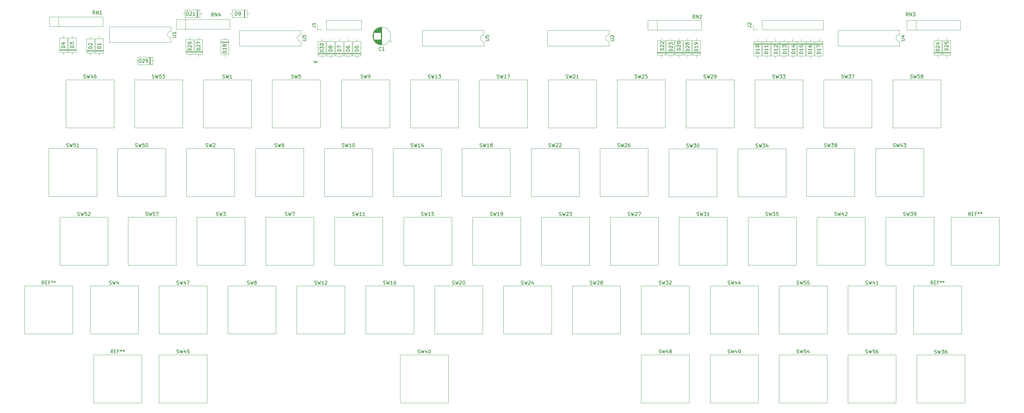
<source format=gto>
G04 #@! TF.GenerationSoftware,KiCad,Pcbnew,(6.0.10)*
G04 #@! TF.CreationDate,2023-02-27T08:54:06+01:00*
G04 #@! TF.ProjectId,CherryZXKeyboard,43686572-7279-45a5-984b-6579626f6172,rev?*
G04 #@! TF.SameCoordinates,Original*
G04 #@! TF.FileFunction,Legend,Top*
G04 #@! TF.FilePolarity,Positive*
%FSLAX46Y46*%
G04 Gerber Fmt 4.6, Leading zero omitted, Abs format (unit mm)*
G04 Created by KiCad (PCBNEW (6.0.10)) date 2023-02-27 08:54:06*
%MOMM*%
%LPD*%
G01*
G04 APERTURE LIST*
%ADD10C,0.150000*%
%ADD11C,0.120000*%
%ADD12C,1.700000*%
%ADD13C,4.000000*%
%ADD14C,2.200000*%
%ADD15R,1.600000X1.600000*%
%ADD16C,1.600000*%
%ADD17R,1.700000X1.700000*%
%ADD18O,1.700000X1.700000*%
%ADD19O,1.600000X1.600000*%
%ADD20R,1.600000X2.400000*%
%ADD21O,1.600000X2.400000*%
G04 APERTURE END LIST*
D10*
X59812666Y-151792380D02*
X59479333Y-151316190D01*
X59241238Y-151792380D02*
X59241238Y-150792380D01*
X59622190Y-150792380D01*
X59717428Y-150840000D01*
X59765047Y-150887619D01*
X59812666Y-150982857D01*
X59812666Y-151125714D01*
X59765047Y-151220952D01*
X59717428Y-151268571D01*
X59622190Y-151316190D01*
X59241238Y-151316190D01*
X60241238Y-151268571D02*
X60574571Y-151268571D01*
X60717428Y-151792380D02*
X60241238Y-151792380D01*
X60241238Y-150792380D01*
X60717428Y-150792380D01*
X61479333Y-151268571D02*
X61146000Y-151268571D01*
X61146000Y-151792380D02*
X61146000Y-150792380D01*
X61622190Y-150792380D01*
X62146000Y-150792380D02*
X62146000Y-151030476D01*
X61907904Y-150935238D02*
X62146000Y-151030476D01*
X62384095Y-150935238D01*
X62003142Y-151220952D02*
X62146000Y-151030476D01*
X62288857Y-151220952D01*
X62907904Y-150792380D02*
X62907904Y-151030476D01*
X62669809Y-150935238D02*
X62907904Y-151030476D01*
X63146000Y-150935238D01*
X62765047Y-151220952D02*
X62907904Y-151030476D01*
X63050761Y-151220952D01*
X79812666Y-171792380D02*
X79479333Y-171316190D01*
X79241238Y-171792380D02*
X79241238Y-170792380D01*
X79622190Y-170792380D01*
X79717428Y-170840000D01*
X79765047Y-170887619D01*
X79812666Y-170982857D01*
X79812666Y-171125714D01*
X79765047Y-171220952D01*
X79717428Y-171268571D01*
X79622190Y-171316190D01*
X79241238Y-171316190D01*
X80241238Y-171268571D02*
X80574571Y-171268571D01*
X80717428Y-171792380D02*
X80241238Y-171792380D01*
X80241238Y-170792380D01*
X80717428Y-170792380D01*
X81479333Y-171268571D02*
X81146000Y-171268571D01*
X81146000Y-171792380D02*
X81146000Y-170792380D01*
X81622190Y-170792380D01*
X82146000Y-170792380D02*
X82146000Y-171030476D01*
X81907904Y-170935238D02*
X82146000Y-171030476D01*
X82384095Y-170935238D01*
X82003142Y-171220952D02*
X82146000Y-171030476D01*
X82288857Y-171220952D01*
X82907904Y-170792380D02*
X82907904Y-171030476D01*
X82669809Y-170935238D02*
X82907904Y-171030476D01*
X83146000Y-170935238D01*
X82765047Y-171220952D02*
X82907904Y-171030476D01*
X83050761Y-171220952D01*
X317812666Y-151792380D02*
X317479333Y-151316190D01*
X317241238Y-151792380D02*
X317241238Y-150792380D01*
X317622190Y-150792380D01*
X317717428Y-150840000D01*
X317765047Y-150887619D01*
X317812666Y-150982857D01*
X317812666Y-151125714D01*
X317765047Y-151220952D01*
X317717428Y-151268571D01*
X317622190Y-151316190D01*
X317241238Y-151316190D01*
X318241238Y-151268571D02*
X318574571Y-151268571D01*
X318717428Y-151792380D02*
X318241238Y-151792380D01*
X318241238Y-150792380D01*
X318717428Y-150792380D01*
X319479333Y-151268571D02*
X319146000Y-151268571D01*
X319146000Y-151792380D02*
X319146000Y-150792380D01*
X319622190Y-150792380D01*
X320146000Y-150792380D02*
X320146000Y-151030476D01*
X319907904Y-150935238D02*
X320146000Y-151030476D01*
X320384095Y-150935238D01*
X320003142Y-151220952D02*
X320146000Y-151030476D01*
X320288857Y-151220952D01*
X320907904Y-150792380D02*
X320907904Y-151030476D01*
X320669809Y-150935238D02*
X320907904Y-151030476D01*
X321146000Y-150935238D01*
X320765047Y-151220952D02*
X320907904Y-151030476D01*
X321050761Y-151220952D01*
X328812666Y-131792380D02*
X328479333Y-131316190D01*
X328241238Y-131792380D02*
X328241238Y-130792380D01*
X328622190Y-130792380D01*
X328717428Y-130840000D01*
X328765047Y-130887619D01*
X328812666Y-130982857D01*
X328812666Y-131125714D01*
X328765047Y-131220952D01*
X328717428Y-131268571D01*
X328622190Y-131316190D01*
X328241238Y-131316190D01*
X329241238Y-131268571D02*
X329574571Y-131268571D01*
X329717428Y-131792380D02*
X329241238Y-131792380D01*
X329241238Y-130792380D01*
X329717428Y-130792380D01*
X330479333Y-131268571D02*
X330146000Y-131268571D01*
X330146000Y-131792380D02*
X330146000Y-130792380D01*
X330622190Y-130792380D01*
X331146000Y-130792380D02*
X331146000Y-131030476D01*
X330907904Y-130935238D02*
X331146000Y-131030476D01*
X331384095Y-130935238D01*
X331003142Y-131220952D02*
X331146000Y-131030476D01*
X331288857Y-131220952D01*
X331907904Y-130792380D02*
X331907904Y-131030476D01*
X331669809Y-130935238D02*
X331907904Y-131030476D01*
X332146000Y-130935238D01*
X331765047Y-131220952D02*
X331907904Y-131030476D01*
X332050761Y-131220952D01*
X157661333Y-83655142D02*
X157613714Y-83702761D01*
X157470857Y-83750380D01*
X157375619Y-83750380D01*
X157232761Y-83702761D01*
X157137523Y-83607523D01*
X157089904Y-83512285D01*
X157042285Y-83321809D01*
X157042285Y-83178952D01*
X157089904Y-82988476D01*
X157137523Y-82893238D01*
X157232761Y-82798000D01*
X157375619Y-82750380D01*
X157470857Y-82750380D01*
X157613714Y-82798000D01*
X157661333Y-82845619D01*
X158613714Y-83750380D02*
X158042285Y-83750380D01*
X158328000Y-83750380D02*
X158328000Y-82750380D01*
X158232761Y-82893238D01*
X158137523Y-82988476D01*
X158042285Y-83036095D01*
X264070380Y-76687333D02*
X264784666Y-76687333D01*
X264927523Y-76734952D01*
X265022761Y-76830190D01*
X265070380Y-76973047D01*
X265070380Y-77068285D01*
X264165619Y-76258761D02*
X264118000Y-76211142D01*
X264070380Y-76115904D01*
X264070380Y-75877809D01*
X264118000Y-75782571D01*
X264165619Y-75734952D01*
X264260857Y-75687333D01*
X264356095Y-75687333D01*
X264498952Y-75734952D01*
X265070380Y-76306380D01*
X265070380Y-75687333D01*
X74581523Y-73200380D02*
X74248190Y-72724190D01*
X74010095Y-73200380D02*
X74010095Y-72200380D01*
X74391047Y-72200380D01*
X74486285Y-72248000D01*
X74533904Y-72295619D01*
X74581523Y-72390857D01*
X74581523Y-72533714D01*
X74533904Y-72628952D01*
X74486285Y-72676571D01*
X74391047Y-72724190D01*
X74010095Y-72724190D01*
X75010095Y-73200380D02*
X75010095Y-72200380D01*
X75581523Y-73200380D01*
X75581523Y-72200380D01*
X76581523Y-73200380D02*
X76010095Y-73200380D01*
X76295809Y-73200380D02*
X76295809Y-72200380D01*
X76200571Y-72343238D01*
X76105333Y-72438476D01*
X76010095Y-72486095D01*
X310689523Y-73708380D02*
X310356190Y-73232190D01*
X310118095Y-73708380D02*
X310118095Y-72708380D01*
X310499047Y-72708380D01*
X310594285Y-72756000D01*
X310641904Y-72803619D01*
X310689523Y-72898857D01*
X310689523Y-73041714D01*
X310641904Y-73136952D01*
X310594285Y-73184571D01*
X310499047Y-73232190D01*
X310118095Y-73232190D01*
X311118095Y-73708380D02*
X311118095Y-72708380D01*
X311689523Y-73708380D01*
X311689523Y-72708380D01*
X312070476Y-72708380D02*
X312689523Y-72708380D01*
X312356190Y-73089333D01*
X312499047Y-73089333D01*
X312594285Y-73136952D01*
X312641904Y-73184571D01*
X312689523Y-73279809D01*
X312689523Y-73517904D01*
X312641904Y-73613142D01*
X312594285Y-73660761D01*
X312499047Y-73708380D01*
X312213333Y-73708380D01*
X312118095Y-73660761D01*
X312070476Y-73613142D01*
X109031523Y-73758380D02*
X108698190Y-73282190D01*
X108460095Y-73758380D02*
X108460095Y-72758380D01*
X108841047Y-72758380D01*
X108936285Y-72806000D01*
X108983904Y-72853619D01*
X109031523Y-72948857D01*
X109031523Y-73091714D01*
X108983904Y-73186952D01*
X108936285Y-73234571D01*
X108841047Y-73282190D01*
X108460095Y-73282190D01*
X109460095Y-73758380D02*
X109460095Y-72758380D01*
X110031523Y-73758380D01*
X110031523Y-72758380D01*
X110936285Y-73091714D02*
X110936285Y-73758380D01*
X110698190Y-72710761D02*
X110460095Y-73425047D01*
X111079142Y-73425047D01*
X111666666Y-91744761D02*
X111809523Y-91792380D01*
X112047619Y-91792380D01*
X112142857Y-91744761D01*
X112190476Y-91697142D01*
X112238095Y-91601904D01*
X112238095Y-91506666D01*
X112190476Y-91411428D01*
X112142857Y-91363809D01*
X112047619Y-91316190D01*
X111857142Y-91268571D01*
X111761904Y-91220952D01*
X111714285Y-91173333D01*
X111666666Y-91078095D01*
X111666666Y-90982857D01*
X111714285Y-90887619D01*
X111761904Y-90840000D01*
X111857142Y-90792380D01*
X112095238Y-90792380D01*
X112238095Y-90840000D01*
X112571428Y-90792380D02*
X112809523Y-91792380D01*
X113000000Y-91078095D01*
X113190476Y-91792380D01*
X113428571Y-90792380D01*
X114333333Y-91792380D02*
X113761904Y-91792380D01*
X114047619Y-91792380D02*
X114047619Y-90792380D01*
X113952380Y-90935238D01*
X113857142Y-91030476D01*
X113761904Y-91078095D01*
X106812666Y-111744761D02*
X106955523Y-111792380D01*
X107193619Y-111792380D01*
X107288857Y-111744761D01*
X107336476Y-111697142D01*
X107384095Y-111601904D01*
X107384095Y-111506666D01*
X107336476Y-111411428D01*
X107288857Y-111363809D01*
X107193619Y-111316190D01*
X107003142Y-111268571D01*
X106907904Y-111220952D01*
X106860285Y-111173333D01*
X106812666Y-111078095D01*
X106812666Y-110982857D01*
X106860285Y-110887619D01*
X106907904Y-110840000D01*
X107003142Y-110792380D01*
X107241238Y-110792380D01*
X107384095Y-110840000D01*
X107717428Y-110792380D02*
X107955523Y-111792380D01*
X108146000Y-111078095D01*
X108336476Y-111792380D01*
X108574571Y-110792380D01*
X108907904Y-110887619D02*
X108955523Y-110840000D01*
X109050761Y-110792380D01*
X109288857Y-110792380D01*
X109384095Y-110840000D01*
X109431714Y-110887619D01*
X109479333Y-110982857D01*
X109479333Y-111078095D01*
X109431714Y-111220952D01*
X108860285Y-111792380D01*
X109479333Y-111792380D01*
X78812666Y-151744761D02*
X78955523Y-151792380D01*
X79193619Y-151792380D01*
X79288857Y-151744761D01*
X79336476Y-151697142D01*
X79384095Y-151601904D01*
X79384095Y-151506666D01*
X79336476Y-151411428D01*
X79288857Y-151363809D01*
X79193619Y-151316190D01*
X79003142Y-151268571D01*
X78907904Y-151220952D01*
X78860285Y-151173333D01*
X78812666Y-151078095D01*
X78812666Y-150982857D01*
X78860285Y-150887619D01*
X78907904Y-150840000D01*
X79003142Y-150792380D01*
X79241238Y-150792380D01*
X79384095Y-150840000D01*
X79717428Y-150792380D02*
X79955523Y-151792380D01*
X80146000Y-151078095D01*
X80336476Y-151792380D01*
X80574571Y-150792380D01*
X81384095Y-151125714D02*
X81384095Y-151792380D01*
X81146000Y-150744761D02*
X80907904Y-151459047D01*
X81526952Y-151459047D01*
X131666666Y-91744761D02*
X131809523Y-91792380D01*
X132047619Y-91792380D01*
X132142857Y-91744761D01*
X132190476Y-91697142D01*
X132238095Y-91601904D01*
X132238095Y-91506666D01*
X132190476Y-91411428D01*
X132142857Y-91363809D01*
X132047619Y-91316190D01*
X131857142Y-91268571D01*
X131761904Y-91220952D01*
X131714285Y-91173333D01*
X131666666Y-91078095D01*
X131666666Y-90982857D01*
X131714285Y-90887619D01*
X131761904Y-90840000D01*
X131857142Y-90792380D01*
X132095238Y-90792380D01*
X132238095Y-90840000D01*
X132571428Y-90792380D02*
X132809523Y-91792380D01*
X133000000Y-91078095D01*
X133190476Y-91792380D01*
X133428571Y-90792380D01*
X134285714Y-90792380D02*
X133809523Y-90792380D01*
X133761904Y-91268571D01*
X133809523Y-91220952D01*
X133904761Y-91173333D01*
X134142857Y-91173333D01*
X134238095Y-91220952D01*
X134285714Y-91268571D01*
X134333333Y-91363809D01*
X134333333Y-91601904D01*
X134285714Y-91697142D01*
X134238095Y-91744761D01*
X134142857Y-91792380D01*
X133904761Y-91792380D01*
X133809523Y-91744761D01*
X133761904Y-91697142D01*
X129812666Y-131744761D02*
X129955523Y-131792380D01*
X130193619Y-131792380D01*
X130288857Y-131744761D01*
X130336476Y-131697142D01*
X130384095Y-131601904D01*
X130384095Y-131506666D01*
X130336476Y-131411428D01*
X130288857Y-131363809D01*
X130193619Y-131316190D01*
X130003142Y-131268571D01*
X129907904Y-131220952D01*
X129860285Y-131173333D01*
X129812666Y-131078095D01*
X129812666Y-130982857D01*
X129860285Y-130887619D01*
X129907904Y-130840000D01*
X130003142Y-130792380D01*
X130241238Y-130792380D01*
X130384095Y-130840000D01*
X130717428Y-130792380D02*
X130955523Y-131792380D01*
X131146000Y-131078095D01*
X131336476Y-131792380D01*
X131574571Y-130792380D01*
X131860285Y-130792380D02*
X132526952Y-130792380D01*
X132098380Y-131792380D01*
X118812666Y-151744761D02*
X118955523Y-151792380D01*
X119193619Y-151792380D01*
X119288857Y-151744761D01*
X119336476Y-151697142D01*
X119384095Y-151601904D01*
X119384095Y-151506666D01*
X119336476Y-151411428D01*
X119288857Y-151363809D01*
X119193619Y-151316190D01*
X119003142Y-151268571D01*
X118907904Y-151220952D01*
X118860285Y-151173333D01*
X118812666Y-151078095D01*
X118812666Y-150982857D01*
X118860285Y-150887619D01*
X118907904Y-150840000D01*
X119003142Y-150792380D01*
X119241238Y-150792380D01*
X119384095Y-150840000D01*
X119717428Y-150792380D02*
X119955523Y-151792380D01*
X120146000Y-151078095D01*
X120336476Y-151792380D01*
X120574571Y-150792380D01*
X121098380Y-151220952D02*
X121003142Y-151173333D01*
X120955523Y-151125714D01*
X120907904Y-151030476D01*
X120907904Y-150982857D01*
X120955523Y-150887619D01*
X121003142Y-150840000D01*
X121098380Y-150792380D01*
X121288857Y-150792380D01*
X121384095Y-150840000D01*
X121431714Y-150887619D01*
X121479333Y-150982857D01*
X121479333Y-151030476D01*
X121431714Y-151125714D01*
X121384095Y-151173333D01*
X121288857Y-151220952D01*
X121098380Y-151220952D01*
X121003142Y-151268571D01*
X120955523Y-151316190D01*
X120907904Y-151411428D01*
X120907904Y-151601904D01*
X120955523Y-151697142D01*
X121003142Y-151744761D01*
X121098380Y-151792380D01*
X121288857Y-151792380D01*
X121384095Y-151744761D01*
X121431714Y-151697142D01*
X121479333Y-151601904D01*
X121479333Y-151411428D01*
X121431714Y-151316190D01*
X121384095Y-151268571D01*
X121288857Y-151220952D01*
X151812666Y-91744761D02*
X151955523Y-91792380D01*
X152193619Y-91792380D01*
X152288857Y-91744761D01*
X152336476Y-91697142D01*
X152384095Y-91601904D01*
X152384095Y-91506666D01*
X152336476Y-91411428D01*
X152288857Y-91363809D01*
X152193619Y-91316190D01*
X152003142Y-91268571D01*
X151907904Y-91220952D01*
X151860285Y-91173333D01*
X151812666Y-91078095D01*
X151812666Y-90982857D01*
X151860285Y-90887619D01*
X151907904Y-90840000D01*
X152003142Y-90792380D01*
X152241238Y-90792380D01*
X152384095Y-90840000D01*
X152717428Y-90792380D02*
X152955523Y-91792380D01*
X153146000Y-91078095D01*
X153336476Y-91792380D01*
X153574571Y-90792380D01*
X154003142Y-91792380D02*
X154193619Y-91792380D01*
X154288857Y-91744761D01*
X154336476Y-91697142D01*
X154431714Y-91554285D01*
X154479333Y-91363809D01*
X154479333Y-90982857D01*
X154431714Y-90887619D01*
X154384095Y-90840000D01*
X154288857Y-90792380D01*
X154098380Y-90792380D01*
X154003142Y-90840000D01*
X153955523Y-90887619D01*
X153907904Y-90982857D01*
X153907904Y-91220952D01*
X153955523Y-91316190D01*
X154003142Y-91363809D01*
X154098380Y-91411428D01*
X154288857Y-91411428D01*
X154384095Y-91363809D01*
X154431714Y-91316190D01*
X154479333Y-91220952D01*
X149336476Y-131744761D02*
X149479333Y-131792380D01*
X149717428Y-131792380D01*
X149812666Y-131744761D01*
X149860285Y-131697142D01*
X149907904Y-131601904D01*
X149907904Y-131506666D01*
X149860285Y-131411428D01*
X149812666Y-131363809D01*
X149717428Y-131316190D01*
X149526952Y-131268571D01*
X149431714Y-131220952D01*
X149384095Y-131173333D01*
X149336476Y-131078095D01*
X149336476Y-130982857D01*
X149384095Y-130887619D01*
X149431714Y-130840000D01*
X149526952Y-130792380D01*
X149765047Y-130792380D01*
X149907904Y-130840000D01*
X150241238Y-130792380D02*
X150479333Y-131792380D01*
X150669809Y-131078095D01*
X150860285Y-131792380D01*
X151098380Y-130792380D01*
X152003142Y-131792380D02*
X151431714Y-131792380D01*
X151717428Y-131792380D02*
X151717428Y-130792380D01*
X151622190Y-130935238D01*
X151526952Y-131030476D01*
X151431714Y-131078095D01*
X152955523Y-131792380D02*
X152384095Y-131792380D01*
X152669809Y-131792380D02*
X152669809Y-130792380D01*
X152574571Y-130935238D01*
X152479333Y-131030476D01*
X152384095Y-131078095D01*
X138336476Y-151744761D02*
X138479333Y-151792380D01*
X138717428Y-151792380D01*
X138812666Y-151744761D01*
X138860285Y-151697142D01*
X138907904Y-151601904D01*
X138907904Y-151506666D01*
X138860285Y-151411428D01*
X138812666Y-151363809D01*
X138717428Y-151316190D01*
X138526952Y-151268571D01*
X138431714Y-151220952D01*
X138384095Y-151173333D01*
X138336476Y-151078095D01*
X138336476Y-150982857D01*
X138384095Y-150887619D01*
X138431714Y-150840000D01*
X138526952Y-150792380D01*
X138765047Y-150792380D01*
X138907904Y-150840000D01*
X139241238Y-150792380D02*
X139479333Y-151792380D01*
X139669809Y-151078095D01*
X139860285Y-151792380D01*
X140098380Y-150792380D01*
X141003142Y-151792380D02*
X140431714Y-151792380D01*
X140717428Y-151792380D02*
X140717428Y-150792380D01*
X140622190Y-150935238D01*
X140526952Y-151030476D01*
X140431714Y-151078095D01*
X141384095Y-150887619D02*
X141431714Y-150840000D01*
X141526952Y-150792380D01*
X141765047Y-150792380D01*
X141860285Y-150840000D01*
X141907904Y-150887619D01*
X141955523Y-150982857D01*
X141955523Y-151078095D01*
X141907904Y-151220952D01*
X141336476Y-151792380D01*
X141955523Y-151792380D01*
X171336476Y-91744761D02*
X171479333Y-91792380D01*
X171717428Y-91792380D01*
X171812666Y-91744761D01*
X171860285Y-91697142D01*
X171907904Y-91601904D01*
X171907904Y-91506666D01*
X171860285Y-91411428D01*
X171812666Y-91363809D01*
X171717428Y-91316190D01*
X171526952Y-91268571D01*
X171431714Y-91220952D01*
X171384095Y-91173333D01*
X171336476Y-91078095D01*
X171336476Y-90982857D01*
X171384095Y-90887619D01*
X171431714Y-90840000D01*
X171526952Y-90792380D01*
X171765047Y-90792380D01*
X171907904Y-90840000D01*
X172241238Y-90792380D02*
X172479333Y-91792380D01*
X172669809Y-91078095D01*
X172860285Y-91792380D01*
X173098380Y-90792380D01*
X174003142Y-91792380D02*
X173431714Y-91792380D01*
X173717428Y-91792380D02*
X173717428Y-90792380D01*
X173622190Y-90935238D01*
X173526952Y-91030476D01*
X173431714Y-91078095D01*
X174336476Y-90792380D02*
X174955523Y-90792380D01*
X174622190Y-91173333D01*
X174765047Y-91173333D01*
X174860285Y-91220952D01*
X174907904Y-91268571D01*
X174955523Y-91363809D01*
X174955523Y-91601904D01*
X174907904Y-91697142D01*
X174860285Y-91744761D01*
X174765047Y-91792380D01*
X174479333Y-91792380D01*
X174384095Y-91744761D01*
X174336476Y-91697142D01*
X166336476Y-111744761D02*
X166479333Y-111792380D01*
X166717428Y-111792380D01*
X166812666Y-111744761D01*
X166860285Y-111697142D01*
X166907904Y-111601904D01*
X166907904Y-111506666D01*
X166860285Y-111411428D01*
X166812666Y-111363809D01*
X166717428Y-111316190D01*
X166526952Y-111268571D01*
X166431714Y-111220952D01*
X166384095Y-111173333D01*
X166336476Y-111078095D01*
X166336476Y-110982857D01*
X166384095Y-110887619D01*
X166431714Y-110840000D01*
X166526952Y-110792380D01*
X166765047Y-110792380D01*
X166907904Y-110840000D01*
X167241238Y-110792380D02*
X167479333Y-111792380D01*
X167669809Y-111078095D01*
X167860285Y-111792380D01*
X168098380Y-110792380D01*
X169003142Y-111792380D02*
X168431714Y-111792380D01*
X168717428Y-111792380D02*
X168717428Y-110792380D01*
X168622190Y-110935238D01*
X168526952Y-111030476D01*
X168431714Y-111078095D01*
X169860285Y-111125714D02*
X169860285Y-111792380D01*
X169622190Y-110744761D02*
X169384095Y-111459047D01*
X170003142Y-111459047D01*
X169336476Y-131744761D02*
X169479333Y-131792380D01*
X169717428Y-131792380D01*
X169812666Y-131744761D01*
X169860285Y-131697142D01*
X169907904Y-131601904D01*
X169907904Y-131506666D01*
X169860285Y-131411428D01*
X169812666Y-131363809D01*
X169717428Y-131316190D01*
X169526952Y-131268571D01*
X169431714Y-131220952D01*
X169384095Y-131173333D01*
X169336476Y-131078095D01*
X169336476Y-130982857D01*
X169384095Y-130887619D01*
X169431714Y-130840000D01*
X169526952Y-130792380D01*
X169765047Y-130792380D01*
X169907904Y-130840000D01*
X170241238Y-130792380D02*
X170479333Y-131792380D01*
X170669809Y-131078095D01*
X170860285Y-131792380D01*
X171098380Y-130792380D01*
X172003142Y-131792380D02*
X171431714Y-131792380D01*
X171717428Y-131792380D02*
X171717428Y-130792380D01*
X171622190Y-130935238D01*
X171526952Y-131030476D01*
X171431714Y-131078095D01*
X172907904Y-130792380D02*
X172431714Y-130792380D01*
X172384095Y-131268571D01*
X172431714Y-131220952D01*
X172526952Y-131173333D01*
X172765047Y-131173333D01*
X172860285Y-131220952D01*
X172907904Y-131268571D01*
X172955523Y-131363809D01*
X172955523Y-131601904D01*
X172907904Y-131697142D01*
X172860285Y-131744761D01*
X172765047Y-131792380D01*
X172526952Y-131792380D01*
X172431714Y-131744761D01*
X172384095Y-131697142D01*
X158336476Y-151744761D02*
X158479333Y-151792380D01*
X158717428Y-151792380D01*
X158812666Y-151744761D01*
X158860285Y-151697142D01*
X158907904Y-151601904D01*
X158907904Y-151506666D01*
X158860285Y-151411428D01*
X158812666Y-151363809D01*
X158717428Y-151316190D01*
X158526952Y-151268571D01*
X158431714Y-151220952D01*
X158384095Y-151173333D01*
X158336476Y-151078095D01*
X158336476Y-150982857D01*
X158384095Y-150887619D01*
X158431714Y-150840000D01*
X158526952Y-150792380D01*
X158765047Y-150792380D01*
X158907904Y-150840000D01*
X159241238Y-150792380D02*
X159479333Y-151792380D01*
X159669809Y-151078095D01*
X159860285Y-151792380D01*
X160098380Y-150792380D01*
X161003142Y-151792380D02*
X160431714Y-151792380D01*
X160717428Y-151792380D02*
X160717428Y-150792380D01*
X160622190Y-150935238D01*
X160526952Y-151030476D01*
X160431714Y-151078095D01*
X161860285Y-150792380D02*
X161669809Y-150792380D01*
X161574571Y-150840000D01*
X161526952Y-150887619D01*
X161431714Y-151030476D01*
X161384095Y-151220952D01*
X161384095Y-151601904D01*
X161431714Y-151697142D01*
X161479333Y-151744761D01*
X161574571Y-151792380D01*
X161765047Y-151792380D01*
X161860285Y-151744761D01*
X161907904Y-151697142D01*
X161955523Y-151601904D01*
X161955523Y-151363809D01*
X161907904Y-151268571D01*
X161860285Y-151220952D01*
X161765047Y-151173333D01*
X161574571Y-151173333D01*
X161479333Y-151220952D01*
X161431714Y-151268571D01*
X161384095Y-151363809D01*
X191336476Y-91744761D02*
X191479333Y-91792380D01*
X191717428Y-91792380D01*
X191812666Y-91744761D01*
X191860285Y-91697142D01*
X191907904Y-91601904D01*
X191907904Y-91506666D01*
X191860285Y-91411428D01*
X191812666Y-91363809D01*
X191717428Y-91316190D01*
X191526952Y-91268571D01*
X191431714Y-91220952D01*
X191384095Y-91173333D01*
X191336476Y-91078095D01*
X191336476Y-90982857D01*
X191384095Y-90887619D01*
X191431714Y-90840000D01*
X191526952Y-90792380D01*
X191765047Y-90792380D01*
X191907904Y-90840000D01*
X192241238Y-90792380D02*
X192479333Y-91792380D01*
X192669809Y-91078095D01*
X192860285Y-91792380D01*
X193098380Y-90792380D01*
X194003142Y-91792380D02*
X193431714Y-91792380D01*
X193717428Y-91792380D02*
X193717428Y-90792380D01*
X193622190Y-90935238D01*
X193526952Y-91030476D01*
X193431714Y-91078095D01*
X194336476Y-90792380D02*
X195003142Y-90792380D01*
X194574571Y-91792380D01*
X186336476Y-111744761D02*
X186479333Y-111792380D01*
X186717428Y-111792380D01*
X186812666Y-111744761D01*
X186860285Y-111697142D01*
X186907904Y-111601904D01*
X186907904Y-111506666D01*
X186860285Y-111411428D01*
X186812666Y-111363809D01*
X186717428Y-111316190D01*
X186526952Y-111268571D01*
X186431714Y-111220952D01*
X186384095Y-111173333D01*
X186336476Y-111078095D01*
X186336476Y-110982857D01*
X186384095Y-110887619D01*
X186431714Y-110840000D01*
X186526952Y-110792380D01*
X186765047Y-110792380D01*
X186907904Y-110840000D01*
X187241238Y-110792380D02*
X187479333Y-111792380D01*
X187669809Y-111078095D01*
X187860285Y-111792380D01*
X188098380Y-110792380D01*
X189003142Y-111792380D02*
X188431714Y-111792380D01*
X188717428Y-111792380D02*
X188717428Y-110792380D01*
X188622190Y-110935238D01*
X188526952Y-111030476D01*
X188431714Y-111078095D01*
X189574571Y-111220952D02*
X189479333Y-111173333D01*
X189431714Y-111125714D01*
X189384095Y-111030476D01*
X189384095Y-110982857D01*
X189431714Y-110887619D01*
X189479333Y-110840000D01*
X189574571Y-110792380D01*
X189765047Y-110792380D01*
X189860285Y-110840000D01*
X189907904Y-110887619D01*
X189955523Y-110982857D01*
X189955523Y-111030476D01*
X189907904Y-111125714D01*
X189860285Y-111173333D01*
X189765047Y-111220952D01*
X189574571Y-111220952D01*
X189479333Y-111268571D01*
X189431714Y-111316190D01*
X189384095Y-111411428D01*
X189384095Y-111601904D01*
X189431714Y-111697142D01*
X189479333Y-111744761D01*
X189574571Y-111792380D01*
X189765047Y-111792380D01*
X189860285Y-111744761D01*
X189907904Y-111697142D01*
X189955523Y-111601904D01*
X189955523Y-111411428D01*
X189907904Y-111316190D01*
X189860285Y-111268571D01*
X189765047Y-111220952D01*
X178336476Y-151744761D02*
X178479333Y-151792380D01*
X178717428Y-151792380D01*
X178812666Y-151744761D01*
X178860285Y-151697142D01*
X178907904Y-151601904D01*
X178907904Y-151506666D01*
X178860285Y-151411428D01*
X178812666Y-151363809D01*
X178717428Y-151316190D01*
X178526952Y-151268571D01*
X178431714Y-151220952D01*
X178384095Y-151173333D01*
X178336476Y-151078095D01*
X178336476Y-150982857D01*
X178384095Y-150887619D01*
X178431714Y-150840000D01*
X178526952Y-150792380D01*
X178765047Y-150792380D01*
X178907904Y-150840000D01*
X179241238Y-150792380D02*
X179479333Y-151792380D01*
X179669809Y-151078095D01*
X179860285Y-151792380D01*
X180098380Y-150792380D01*
X180431714Y-150887619D02*
X180479333Y-150840000D01*
X180574571Y-150792380D01*
X180812666Y-150792380D01*
X180907904Y-150840000D01*
X180955523Y-150887619D01*
X181003142Y-150982857D01*
X181003142Y-151078095D01*
X180955523Y-151220952D01*
X180384095Y-151792380D01*
X181003142Y-151792380D01*
X181622190Y-150792380D02*
X181717428Y-150792380D01*
X181812666Y-150840000D01*
X181860285Y-150887619D01*
X181907904Y-150982857D01*
X181955523Y-151173333D01*
X181955523Y-151411428D01*
X181907904Y-151601904D01*
X181860285Y-151697142D01*
X181812666Y-151744761D01*
X181717428Y-151792380D01*
X181622190Y-151792380D01*
X181526952Y-151744761D01*
X181479333Y-151697142D01*
X181431714Y-151601904D01*
X181384095Y-151411428D01*
X181384095Y-151173333D01*
X181431714Y-150982857D01*
X181479333Y-150887619D01*
X181526952Y-150840000D01*
X181622190Y-150792380D01*
X211336476Y-91744761D02*
X211479333Y-91792380D01*
X211717428Y-91792380D01*
X211812666Y-91744761D01*
X211860285Y-91697142D01*
X211907904Y-91601904D01*
X211907904Y-91506666D01*
X211860285Y-91411428D01*
X211812666Y-91363809D01*
X211717428Y-91316190D01*
X211526952Y-91268571D01*
X211431714Y-91220952D01*
X211384095Y-91173333D01*
X211336476Y-91078095D01*
X211336476Y-90982857D01*
X211384095Y-90887619D01*
X211431714Y-90840000D01*
X211526952Y-90792380D01*
X211765047Y-90792380D01*
X211907904Y-90840000D01*
X212241238Y-90792380D02*
X212479333Y-91792380D01*
X212669809Y-91078095D01*
X212860285Y-91792380D01*
X213098380Y-90792380D01*
X213431714Y-90887619D02*
X213479333Y-90840000D01*
X213574571Y-90792380D01*
X213812666Y-90792380D01*
X213907904Y-90840000D01*
X213955523Y-90887619D01*
X214003142Y-90982857D01*
X214003142Y-91078095D01*
X213955523Y-91220952D01*
X213384095Y-91792380D01*
X214003142Y-91792380D01*
X214955523Y-91792380D02*
X214384095Y-91792380D01*
X214669809Y-91792380D02*
X214669809Y-90792380D01*
X214574571Y-90935238D01*
X214479333Y-91030476D01*
X214384095Y-91078095D01*
X206336476Y-111744761D02*
X206479333Y-111792380D01*
X206717428Y-111792380D01*
X206812666Y-111744761D01*
X206860285Y-111697142D01*
X206907904Y-111601904D01*
X206907904Y-111506666D01*
X206860285Y-111411428D01*
X206812666Y-111363809D01*
X206717428Y-111316190D01*
X206526952Y-111268571D01*
X206431714Y-111220952D01*
X206384095Y-111173333D01*
X206336476Y-111078095D01*
X206336476Y-110982857D01*
X206384095Y-110887619D01*
X206431714Y-110840000D01*
X206526952Y-110792380D01*
X206765047Y-110792380D01*
X206907904Y-110840000D01*
X207241238Y-110792380D02*
X207479333Y-111792380D01*
X207669809Y-111078095D01*
X207860285Y-111792380D01*
X208098380Y-110792380D01*
X208431714Y-110887619D02*
X208479333Y-110840000D01*
X208574571Y-110792380D01*
X208812666Y-110792380D01*
X208907904Y-110840000D01*
X208955523Y-110887619D01*
X209003142Y-110982857D01*
X209003142Y-111078095D01*
X208955523Y-111220952D01*
X208384095Y-111792380D01*
X209003142Y-111792380D01*
X209384095Y-110887619D02*
X209431714Y-110840000D01*
X209526952Y-110792380D01*
X209765047Y-110792380D01*
X209860285Y-110840000D01*
X209907904Y-110887619D01*
X209955523Y-110982857D01*
X209955523Y-111078095D01*
X209907904Y-111220952D01*
X209336476Y-111792380D01*
X209955523Y-111792380D01*
X209336476Y-131744761D02*
X209479333Y-131792380D01*
X209717428Y-131792380D01*
X209812666Y-131744761D01*
X209860285Y-131697142D01*
X209907904Y-131601904D01*
X209907904Y-131506666D01*
X209860285Y-131411428D01*
X209812666Y-131363809D01*
X209717428Y-131316190D01*
X209526952Y-131268571D01*
X209431714Y-131220952D01*
X209384095Y-131173333D01*
X209336476Y-131078095D01*
X209336476Y-130982857D01*
X209384095Y-130887619D01*
X209431714Y-130840000D01*
X209526952Y-130792380D01*
X209765047Y-130792380D01*
X209907904Y-130840000D01*
X210241238Y-130792380D02*
X210479333Y-131792380D01*
X210669809Y-131078095D01*
X210860285Y-131792380D01*
X211098380Y-130792380D01*
X211431714Y-130887619D02*
X211479333Y-130840000D01*
X211574571Y-130792380D01*
X211812666Y-130792380D01*
X211907904Y-130840000D01*
X211955523Y-130887619D01*
X212003142Y-130982857D01*
X212003142Y-131078095D01*
X211955523Y-131220952D01*
X211384095Y-131792380D01*
X212003142Y-131792380D01*
X212336476Y-130792380D02*
X212955523Y-130792380D01*
X212622190Y-131173333D01*
X212765047Y-131173333D01*
X212860285Y-131220952D01*
X212907904Y-131268571D01*
X212955523Y-131363809D01*
X212955523Y-131601904D01*
X212907904Y-131697142D01*
X212860285Y-131744761D01*
X212765047Y-131792380D01*
X212479333Y-131792380D01*
X212384095Y-131744761D01*
X212336476Y-131697142D01*
X198336476Y-151744761D02*
X198479333Y-151792380D01*
X198717428Y-151792380D01*
X198812666Y-151744761D01*
X198860285Y-151697142D01*
X198907904Y-151601904D01*
X198907904Y-151506666D01*
X198860285Y-151411428D01*
X198812666Y-151363809D01*
X198717428Y-151316190D01*
X198526952Y-151268571D01*
X198431714Y-151220952D01*
X198384095Y-151173333D01*
X198336476Y-151078095D01*
X198336476Y-150982857D01*
X198384095Y-150887619D01*
X198431714Y-150840000D01*
X198526952Y-150792380D01*
X198765047Y-150792380D01*
X198907904Y-150840000D01*
X199241238Y-150792380D02*
X199479333Y-151792380D01*
X199669809Y-151078095D01*
X199860285Y-151792380D01*
X200098380Y-150792380D01*
X200431714Y-150887619D02*
X200479333Y-150840000D01*
X200574571Y-150792380D01*
X200812666Y-150792380D01*
X200907904Y-150840000D01*
X200955523Y-150887619D01*
X201003142Y-150982857D01*
X201003142Y-151078095D01*
X200955523Y-151220952D01*
X200384095Y-151792380D01*
X201003142Y-151792380D01*
X201860285Y-151125714D02*
X201860285Y-151792380D01*
X201622190Y-150744761D02*
X201384095Y-151459047D01*
X202003142Y-151459047D01*
X231336476Y-91744761D02*
X231479333Y-91792380D01*
X231717428Y-91792380D01*
X231812666Y-91744761D01*
X231860285Y-91697142D01*
X231907904Y-91601904D01*
X231907904Y-91506666D01*
X231860285Y-91411428D01*
X231812666Y-91363809D01*
X231717428Y-91316190D01*
X231526952Y-91268571D01*
X231431714Y-91220952D01*
X231384095Y-91173333D01*
X231336476Y-91078095D01*
X231336476Y-90982857D01*
X231384095Y-90887619D01*
X231431714Y-90840000D01*
X231526952Y-90792380D01*
X231765047Y-90792380D01*
X231907904Y-90840000D01*
X232241238Y-90792380D02*
X232479333Y-91792380D01*
X232669809Y-91078095D01*
X232860285Y-91792380D01*
X233098380Y-90792380D01*
X233431714Y-90887619D02*
X233479333Y-90840000D01*
X233574571Y-90792380D01*
X233812666Y-90792380D01*
X233907904Y-90840000D01*
X233955523Y-90887619D01*
X234003142Y-90982857D01*
X234003142Y-91078095D01*
X233955523Y-91220952D01*
X233384095Y-91792380D01*
X234003142Y-91792380D01*
X234907904Y-90792380D02*
X234431714Y-90792380D01*
X234384095Y-91268571D01*
X234431714Y-91220952D01*
X234526952Y-91173333D01*
X234765047Y-91173333D01*
X234860285Y-91220952D01*
X234907904Y-91268571D01*
X234955523Y-91363809D01*
X234955523Y-91601904D01*
X234907904Y-91697142D01*
X234860285Y-91744761D01*
X234765047Y-91792380D01*
X234526952Y-91792380D01*
X234431714Y-91744761D01*
X234384095Y-91697142D01*
X226336476Y-111744761D02*
X226479333Y-111792380D01*
X226717428Y-111792380D01*
X226812666Y-111744761D01*
X226860285Y-111697142D01*
X226907904Y-111601904D01*
X226907904Y-111506666D01*
X226860285Y-111411428D01*
X226812666Y-111363809D01*
X226717428Y-111316190D01*
X226526952Y-111268571D01*
X226431714Y-111220952D01*
X226384095Y-111173333D01*
X226336476Y-111078095D01*
X226336476Y-110982857D01*
X226384095Y-110887619D01*
X226431714Y-110840000D01*
X226526952Y-110792380D01*
X226765047Y-110792380D01*
X226907904Y-110840000D01*
X227241238Y-110792380D02*
X227479333Y-111792380D01*
X227669809Y-111078095D01*
X227860285Y-111792380D01*
X228098380Y-110792380D01*
X228431714Y-110887619D02*
X228479333Y-110840000D01*
X228574571Y-110792380D01*
X228812666Y-110792380D01*
X228907904Y-110840000D01*
X228955523Y-110887619D01*
X229003142Y-110982857D01*
X229003142Y-111078095D01*
X228955523Y-111220952D01*
X228384095Y-111792380D01*
X229003142Y-111792380D01*
X229860285Y-110792380D02*
X229669809Y-110792380D01*
X229574571Y-110840000D01*
X229526952Y-110887619D01*
X229431714Y-111030476D01*
X229384095Y-111220952D01*
X229384095Y-111601904D01*
X229431714Y-111697142D01*
X229479333Y-111744761D01*
X229574571Y-111792380D01*
X229765047Y-111792380D01*
X229860285Y-111744761D01*
X229907904Y-111697142D01*
X229955523Y-111601904D01*
X229955523Y-111363809D01*
X229907904Y-111268571D01*
X229860285Y-111220952D01*
X229765047Y-111173333D01*
X229574571Y-111173333D01*
X229479333Y-111220952D01*
X229431714Y-111268571D01*
X229384095Y-111363809D01*
X229336476Y-131744761D02*
X229479333Y-131792380D01*
X229717428Y-131792380D01*
X229812666Y-131744761D01*
X229860285Y-131697142D01*
X229907904Y-131601904D01*
X229907904Y-131506666D01*
X229860285Y-131411428D01*
X229812666Y-131363809D01*
X229717428Y-131316190D01*
X229526952Y-131268571D01*
X229431714Y-131220952D01*
X229384095Y-131173333D01*
X229336476Y-131078095D01*
X229336476Y-130982857D01*
X229384095Y-130887619D01*
X229431714Y-130840000D01*
X229526952Y-130792380D01*
X229765047Y-130792380D01*
X229907904Y-130840000D01*
X230241238Y-130792380D02*
X230479333Y-131792380D01*
X230669809Y-131078095D01*
X230860285Y-131792380D01*
X231098380Y-130792380D01*
X231431714Y-130887619D02*
X231479333Y-130840000D01*
X231574571Y-130792380D01*
X231812666Y-130792380D01*
X231907904Y-130840000D01*
X231955523Y-130887619D01*
X232003142Y-130982857D01*
X232003142Y-131078095D01*
X231955523Y-131220952D01*
X231384095Y-131792380D01*
X232003142Y-131792380D01*
X232336476Y-130792380D02*
X233003142Y-130792380D01*
X232574571Y-131792380D01*
X218336476Y-151744761D02*
X218479333Y-151792380D01*
X218717428Y-151792380D01*
X218812666Y-151744761D01*
X218860285Y-151697142D01*
X218907904Y-151601904D01*
X218907904Y-151506666D01*
X218860285Y-151411428D01*
X218812666Y-151363809D01*
X218717428Y-151316190D01*
X218526952Y-151268571D01*
X218431714Y-151220952D01*
X218384095Y-151173333D01*
X218336476Y-151078095D01*
X218336476Y-150982857D01*
X218384095Y-150887619D01*
X218431714Y-150840000D01*
X218526952Y-150792380D01*
X218765047Y-150792380D01*
X218907904Y-150840000D01*
X219241238Y-150792380D02*
X219479333Y-151792380D01*
X219669809Y-151078095D01*
X219860285Y-151792380D01*
X220098380Y-150792380D01*
X220431714Y-150887619D02*
X220479333Y-150840000D01*
X220574571Y-150792380D01*
X220812666Y-150792380D01*
X220907904Y-150840000D01*
X220955523Y-150887619D01*
X221003142Y-150982857D01*
X221003142Y-151078095D01*
X220955523Y-151220952D01*
X220384095Y-151792380D01*
X221003142Y-151792380D01*
X221574571Y-151220952D02*
X221479333Y-151173333D01*
X221431714Y-151125714D01*
X221384095Y-151030476D01*
X221384095Y-150982857D01*
X221431714Y-150887619D01*
X221479333Y-150840000D01*
X221574571Y-150792380D01*
X221765047Y-150792380D01*
X221860285Y-150840000D01*
X221907904Y-150887619D01*
X221955523Y-150982857D01*
X221955523Y-151030476D01*
X221907904Y-151125714D01*
X221860285Y-151173333D01*
X221765047Y-151220952D01*
X221574571Y-151220952D01*
X221479333Y-151268571D01*
X221431714Y-151316190D01*
X221384095Y-151411428D01*
X221384095Y-151601904D01*
X221431714Y-151697142D01*
X221479333Y-151744761D01*
X221574571Y-151792380D01*
X221765047Y-151792380D01*
X221860285Y-151744761D01*
X221907904Y-151697142D01*
X221955523Y-151601904D01*
X221955523Y-151411428D01*
X221907904Y-151316190D01*
X221860285Y-151268571D01*
X221765047Y-151220952D01*
X251336476Y-91744761D02*
X251479333Y-91792380D01*
X251717428Y-91792380D01*
X251812666Y-91744761D01*
X251860285Y-91697142D01*
X251907904Y-91601904D01*
X251907904Y-91506666D01*
X251860285Y-91411428D01*
X251812666Y-91363809D01*
X251717428Y-91316190D01*
X251526952Y-91268571D01*
X251431714Y-91220952D01*
X251384095Y-91173333D01*
X251336476Y-91078095D01*
X251336476Y-90982857D01*
X251384095Y-90887619D01*
X251431714Y-90840000D01*
X251526952Y-90792380D01*
X251765047Y-90792380D01*
X251907904Y-90840000D01*
X252241238Y-90792380D02*
X252479333Y-91792380D01*
X252669809Y-91078095D01*
X252860285Y-91792380D01*
X253098380Y-90792380D01*
X253431714Y-90887619D02*
X253479333Y-90840000D01*
X253574571Y-90792380D01*
X253812666Y-90792380D01*
X253907904Y-90840000D01*
X253955523Y-90887619D01*
X254003142Y-90982857D01*
X254003142Y-91078095D01*
X253955523Y-91220952D01*
X253384095Y-91792380D01*
X254003142Y-91792380D01*
X254479333Y-91792380D02*
X254669809Y-91792380D01*
X254765047Y-91744761D01*
X254812666Y-91697142D01*
X254907904Y-91554285D01*
X254955523Y-91363809D01*
X254955523Y-90982857D01*
X254907904Y-90887619D01*
X254860285Y-90840000D01*
X254765047Y-90792380D01*
X254574571Y-90792380D01*
X254479333Y-90840000D01*
X254431714Y-90887619D01*
X254384095Y-90982857D01*
X254384095Y-91220952D01*
X254431714Y-91316190D01*
X254479333Y-91363809D01*
X254574571Y-91411428D01*
X254765047Y-91411428D01*
X254860285Y-91363809D01*
X254907904Y-91316190D01*
X254955523Y-91220952D01*
X246342476Y-111810761D02*
X246485333Y-111858380D01*
X246723428Y-111858380D01*
X246818666Y-111810761D01*
X246866285Y-111763142D01*
X246913904Y-111667904D01*
X246913904Y-111572666D01*
X246866285Y-111477428D01*
X246818666Y-111429809D01*
X246723428Y-111382190D01*
X246532952Y-111334571D01*
X246437714Y-111286952D01*
X246390095Y-111239333D01*
X246342476Y-111144095D01*
X246342476Y-111048857D01*
X246390095Y-110953619D01*
X246437714Y-110906000D01*
X246532952Y-110858380D01*
X246771047Y-110858380D01*
X246913904Y-110906000D01*
X247247238Y-110858380D02*
X247485333Y-111858380D01*
X247675809Y-111144095D01*
X247866285Y-111858380D01*
X248104380Y-110858380D01*
X248390095Y-110858380D02*
X249009142Y-110858380D01*
X248675809Y-111239333D01*
X248818666Y-111239333D01*
X248913904Y-111286952D01*
X248961523Y-111334571D01*
X249009142Y-111429809D01*
X249009142Y-111667904D01*
X248961523Y-111763142D01*
X248913904Y-111810761D01*
X248818666Y-111858380D01*
X248532952Y-111858380D01*
X248437714Y-111810761D01*
X248390095Y-111763142D01*
X249628190Y-110858380D02*
X249723428Y-110858380D01*
X249818666Y-110906000D01*
X249866285Y-110953619D01*
X249913904Y-111048857D01*
X249961523Y-111239333D01*
X249961523Y-111477428D01*
X249913904Y-111667904D01*
X249866285Y-111763142D01*
X249818666Y-111810761D01*
X249723428Y-111858380D01*
X249628190Y-111858380D01*
X249532952Y-111810761D01*
X249485333Y-111763142D01*
X249437714Y-111667904D01*
X249390095Y-111477428D01*
X249390095Y-111239333D01*
X249437714Y-111048857D01*
X249485333Y-110953619D01*
X249532952Y-110906000D01*
X249628190Y-110858380D01*
X249336476Y-131744761D02*
X249479333Y-131792380D01*
X249717428Y-131792380D01*
X249812666Y-131744761D01*
X249860285Y-131697142D01*
X249907904Y-131601904D01*
X249907904Y-131506666D01*
X249860285Y-131411428D01*
X249812666Y-131363809D01*
X249717428Y-131316190D01*
X249526952Y-131268571D01*
X249431714Y-131220952D01*
X249384095Y-131173333D01*
X249336476Y-131078095D01*
X249336476Y-130982857D01*
X249384095Y-130887619D01*
X249431714Y-130840000D01*
X249526952Y-130792380D01*
X249765047Y-130792380D01*
X249907904Y-130840000D01*
X250241238Y-130792380D02*
X250479333Y-131792380D01*
X250669809Y-131078095D01*
X250860285Y-131792380D01*
X251098380Y-130792380D01*
X251384095Y-130792380D02*
X252003142Y-130792380D01*
X251669809Y-131173333D01*
X251812666Y-131173333D01*
X251907904Y-131220952D01*
X251955523Y-131268571D01*
X252003142Y-131363809D01*
X252003142Y-131601904D01*
X251955523Y-131697142D01*
X251907904Y-131744761D01*
X251812666Y-131792380D01*
X251526952Y-131792380D01*
X251431714Y-131744761D01*
X251384095Y-131697142D01*
X252955523Y-131792380D02*
X252384095Y-131792380D01*
X252669809Y-131792380D02*
X252669809Y-130792380D01*
X252574571Y-130935238D01*
X252479333Y-131030476D01*
X252384095Y-131078095D01*
X238336476Y-151744761D02*
X238479333Y-151792380D01*
X238717428Y-151792380D01*
X238812666Y-151744761D01*
X238860285Y-151697142D01*
X238907904Y-151601904D01*
X238907904Y-151506666D01*
X238860285Y-151411428D01*
X238812666Y-151363809D01*
X238717428Y-151316190D01*
X238526952Y-151268571D01*
X238431714Y-151220952D01*
X238384095Y-151173333D01*
X238336476Y-151078095D01*
X238336476Y-150982857D01*
X238384095Y-150887619D01*
X238431714Y-150840000D01*
X238526952Y-150792380D01*
X238765047Y-150792380D01*
X238907904Y-150840000D01*
X239241238Y-150792380D02*
X239479333Y-151792380D01*
X239669809Y-151078095D01*
X239860285Y-151792380D01*
X240098380Y-150792380D01*
X240384095Y-150792380D02*
X241003142Y-150792380D01*
X240669809Y-151173333D01*
X240812666Y-151173333D01*
X240907904Y-151220952D01*
X240955523Y-151268571D01*
X241003142Y-151363809D01*
X241003142Y-151601904D01*
X240955523Y-151697142D01*
X240907904Y-151744761D01*
X240812666Y-151792380D01*
X240526952Y-151792380D01*
X240431714Y-151744761D01*
X240384095Y-151697142D01*
X241384095Y-150887619D02*
X241431714Y-150840000D01*
X241526952Y-150792380D01*
X241765047Y-150792380D01*
X241860285Y-150840000D01*
X241907904Y-150887619D01*
X241955523Y-150982857D01*
X241955523Y-151078095D01*
X241907904Y-151220952D01*
X241336476Y-151792380D01*
X241955523Y-151792380D01*
X266408476Y-111810761D02*
X266551333Y-111858380D01*
X266789428Y-111858380D01*
X266884666Y-111810761D01*
X266932285Y-111763142D01*
X266979904Y-111667904D01*
X266979904Y-111572666D01*
X266932285Y-111477428D01*
X266884666Y-111429809D01*
X266789428Y-111382190D01*
X266598952Y-111334571D01*
X266503714Y-111286952D01*
X266456095Y-111239333D01*
X266408476Y-111144095D01*
X266408476Y-111048857D01*
X266456095Y-110953619D01*
X266503714Y-110906000D01*
X266598952Y-110858380D01*
X266837047Y-110858380D01*
X266979904Y-110906000D01*
X267313238Y-110858380D02*
X267551333Y-111858380D01*
X267741809Y-111144095D01*
X267932285Y-111858380D01*
X268170380Y-110858380D01*
X268456095Y-110858380D02*
X269075142Y-110858380D01*
X268741809Y-111239333D01*
X268884666Y-111239333D01*
X268979904Y-111286952D01*
X269027523Y-111334571D01*
X269075142Y-111429809D01*
X269075142Y-111667904D01*
X269027523Y-111763142D01*
X268979904Y-111810761D01*
X268884666Y-111858380D01*
X268598952Y-111858380D01*
X268503714Y-111810761D01*
X268456095Y-111763142D01*
X269932285Y-111191714D02*
X269932285Y-111858380D01*
X269694190Y-110810761D02*
X269456095Y-111525047D01*
X270075142Y-111525047D01*
X269336476Y-131744761D02*
X269479333Y-131792380D01*
X269717428Y-131792380D01*
X269812666Y-131744761D01*
X269860285Y-131697142D01*
X269907904Y-131601904D01*
X269907904Y-131506666D01*
X269860285Y-131411428D01*
X269812666Y-131363809D01*
X269717428Y-131316190D01*
X269526952Y-131268571D01*
X269431714Y-131220952D01*
X269384095Y-131173333D01*
X269336476Y-131078095D01*
X269336476Y-130982857D01*
X269384095Y-130887619D01*
X269431714Y-130840000D01*
X269526952Y-130792380D01*
X269765047Y-130792380D01*
X269907904Y-130840000D01*
X270241238Y-130792380D02*
X270479333Y-131792380D01*
X270669809Y-131078095D01*
X270860285Y-131792380D01*
X271098380Y-130792380D01*
X271384095Y-130792380D02*
X272003142Y-130792380D01*
X271669809Y-131173333D01*
X271812666Y-131173333D01*
X271907904Y-131220952D01*
X271955523Y-131268571D01*
X272003142Y-131363809D01*
X272003142Y-131601904D01*
X271955523Y-131697142D01*
X271907904Y-131744761D01*
X271812666Y-131792380D01*
X271526952Y-131792380D01*
X271431714Y-131744761D01*
X271384095Y-131697142D01*
X272907904Y-130792380D02*
X272431714Y-130792380D01*
X272384095Y-131268571D01*
X272431714Y-131220952D01*
X272526952Y-131173333D01*
X272765047Y-131173333D01*
X272860285Y-131220952D01*
X272907904Y-131268571D01*
X272955523Y-131363809D01*
X272955523Y-131601904D01*
X272907904Y-131697142D01*
X272860285Y-131744761D01*
X272765047Y-131792380D01*
X272526952Y-131792380D01*
X272431714Y-131744761D01*
X272384095Y-131697142D01*
X318336476Y-171824761D02*
X318479333Y-171872380D01*
X318717428Y-171872380D01*
X318812666Y-171824761D01*
X318860285Y-171777142D01*
X318907904Y-171681904D01*
X318907904Y-171586666D01*
X318860285Y-171491428D01*
X318812666Y-171443809D01*
X318717428Y-171396190D01*
X318526952Y-171348571D01*
X318431714Y-171300952D01*
X318384095Y-171253333D01*
X318336476Y-171158095D01*
X318336476Y-171062857D01*
X318384095Y-170967619D01*
X318431714Y-170920000D01*
X318526952Y-170872380D01*
X318765047Y-170872380D01*
X318907904Y-170920000D01*
X319241238Y-170872380D02*
X319479333Y-171872380D01*
X319669809Y-171158095D01*
X319860285Y-171872380D01*
X320098380Y-170872380D01*
X320384095Y-170872380D02*
X321003142Y-170872380D01*
X320669809Y-171253333D01*
X320812666Y-171253333D01*
X320907904Y-171300952D01*
X320955523Y-171348571D01*
X321003142Y-171443809D01*
X321003142Y-171681904D01*
X320955523Y-171777142D01*
X320907904Y-171824761D01*
X320812666Y-171872380D01*
X320526952Y-171872380D01*
X320431714Y-171824761D01*
X320384095Y-171777142D01*
X321860285Y-170872380D02*
X321669809Y-170872380D01*
X321574571Y-170920000D01*
X321526952Y-170967619D01*
X321431714Y-171110476D01*
X321384095Y-171300952D01*
X321384095Y-171681904D01*
X321431714Y-171777142D01*
X321479333Y-171824761D01*
X321574571Y-171872380D01*
X321765047Y-171872380D01*
X321860285Y-171824761D01*
X321907904Y-171777142D01*
X321955523Y-171681904D01*
X321955523Y-171443809D01*
X321907904Y-171348571D01*
X321860285Y-171300952D01*
X321765047Y-171253333D01*
X321574571Y-171253333D01*
X321479333Y-171300952D01*
X321431714Y-171348571D01*
X321384095Y-171443809D01*
X291336476Y-91744761D02*
X291479333Y-91792380D01*
X291717428Y-91792380D01*
X291812666Y-91744761D01*
X291860285Y-91697142D01*
X291907904Y-91601904D01*
X291907904Y-91506666D01*
X291860285Y-91411428D01*
X291812666Y-91363809D01*
X291717428Y-91316190D01*
X291526952Y-91268571D01*
X291431714Y-91220952D01*
X291384095Y-91173333D01*
X291336476Y-91078095D01*
X291336476Y-90982857D01*
X291384095Y-90887619D01*
X291431714Y-90840000D01*
X291526952Y-90792380D01*
X291765047Y-90792380D01*
X291907904Y-90840000D01*
X292241238Y-90792380D02*
X292479333Y-91792380D01*
X292669809Y-91078095D01*
X292860285Y-91792380D01*
X293098380Y-90792380D01*
X293384095Y-90792380D02*
X294003142Y-90792380D01*
X293669809Y-91173333D01*
X293812666Y-91173333D01*
X293907904Y-91220952D01*
X293955523Y-91268571D01*
X294003142Y-91363809D01*
X294003142Y-91601904D01*
X293955523Y-91697142D01*
X293907904Y-91744761D01*
X293812666Y-91792380D01*
X293526952Y-91792380D01*
X293431714Y-91744761D01*
X293384095Y-91697142D01*
X294336476Y-90792380D02*
X295003142Y-90792380D01*
X294574571Y-91792380D01*
X286336476Y-111744761D02*
X286479333Y-111792380D01*
X286717428Y-111792380D01*
X286812666Y-111744761D01*
X286860285Y-111697142D01*
X286907904Y-111601904D01*
X286907904Y-111506666D01*
X286860285Y-111411428D01*
X286812666Y-111363809D01*
X286717428Y-111316190D01*
X286526952Y-111268571D01*
X286431714Y-111220952D01*
X286384095Y-111173333D01*
X286336476Y-111078095D01*
X286336476Y-110982857D01*
X286384095Y-110887619D01*
X286431714Y-110840000D01*
X286526952Y-110792380D01*
X286765047Y-110792380D01*
X286907904Y-110840000D01*
X287241238Y-110792380D02*
X287479333Y-111792380D01*
X287669809Y-111078095D01*
X287860285Y-111792380D01*
X288098380Y-110792380D01*
X288384095Y-110792380D02*
X289003142Y-110792380D01*
X288669809Y-111173333D01*
X288812666Y-111173333D01*
X288907904Y-111220952D01*
X288955523Y-111268571D01*
X289003142Y-111363809D01*
X289003142Y-111601904D01*
X288955523Y-111697142D01*
X288907904Y-111744761D01*
X288812666Y-111792380D01*
X288526952Y-111792380D01*
X288431714Y-111744761D01*
X288384095Y-111697142D01*
X289574571Y-111220952D02*
X289479333Y-111173333D01*
X289431714Y-111125714D01*
X289384095Y-111030476D01*
X289384095Y-110982857D01*
X289431714Y-110887619D01*
X289479333Y-110840000D01*
X289574571Y-110792380D01*
X289765047Y-110792380D01*
X289860285Y-110840000D01*
X289907904Y-110887619D01*
X289955523Y-110982857D01*
X289955523Y-111030476D01*
X289907904Y-111125714D01*
X289860285Y-111173333D01*
X289765047Y-111220952D01*
X289574571Y-111220952D01*
X289479333Y-111268571D01*
X289431714Y-111316190D01*
X289384095Y-111411428D01*
X289384095Y-111601904D01*
X289431714Y-111697142D01*
X289479333Y-111744761D01*
X289574571Y-111792380D01*
X289765047Y-111792380D01*
X289860285Y-111744761D01*
X289907904Y-111697142D01*
X289955523Y-111601904D01*
X289955523Y-111411428D01*
X289907904Y-111316190D01*
X289860285Y-111268571D01*
X289765047Y-111220952D01*
X168336476Y-171744761D02*
X168479333Y-171792380D01*
X168717428Y-171792380D01*
X168812666Y-171744761D01*
X168860285Y-171697142D01*
X168907904Y-171601904D01*
X168907904Y-171506666D01*
X168860285Y-171411428D01*
X168812666Y-171363809D01*
X168717428Y-171316190D01*
X168526952Y-171268571D01*
X168431714Y-171220952D01*
X168384095Y-171173333D01*
X168336476Y-171078095D01*
X168336476Y-170982857D01*
X168384095Y-170887619D01*
X168431714Y-170840000D01*
X168526952Y-170792380D01*
X168765047Y-170792380D01*
X168907904Y-170840000D01*
X169241238Y-170792380D02*
X169479333Y-171792380D01*
X169669809Y-171078095D01*
X169860285Y-171792380D01*
X170098380Y-170792380D01*
X170907904Y-171125714D02*
X170907904Y-171792380D01*
X170669809Y-170744761D02*
X170431714Y-171459047D01*
X171050761Y-171459047D01*
X171622190Y-170792380D02*
X171717428Y-170792380D01*
X171812666Y-170840000D01*
X171860285Y-170887619D01*
X171907904Y-170982857D01*
X171955523Y-171173333D01*
X171955523Y-171411428D01*
X171907904Y-171601904D01*
X171860285Y-171697142D01*
X171812666Y-171744761D01*
X171717428Y-171792380D01*
X171622190Y-171792380D01*
X171526952Y-171744761D01*
X171479333Y-171697142D01*
X171431714Y-171601904D01*
X171384095Y-171411428D01*
X171384095Y-171173333D01*
X171431714Y-170982857D01*
X171479333Y-170887619D01*
X171526952Y-170840000D01*
X171622190Y-170792380D01*
X298336476Y-151744761D02*
X298479333Y-151792380D01*
X298717428Y-151792380D01*
X298812666Y-151744761D01*
X298860285Y-151697142D01*
X298907904Y-151601904D01*
X298907904Y-151506666D01*
X298860285Y-151411428D01*
X298812666Y-151363809D01*
X298717428Y-151316190D01*
X298526952Y-151268571D01*
X298431714Y-151220952D01*
X298384095Y-151173333D01*
X298336476Y-151078095D01*
X298336476Y-150982857D01*
X298384095Y-150887619D01*
X298431714Y-150840000D01*
X298526952Y-150792380D01*
X298765047Y-150792380D01*
X298907904Y-150840000D01*
X299241238Y-150792380D02*
X299479333Y-151792380D01*
X299669809Y-151078095D01*
X299860285Y-151792380D01*
X300098380Y-150792380D01*
X300907904Y-151125714D02*
X300907904Y-151792380D01*
X300669809Y-150744761D02*
X300431714Y-151459047D01*
X301050761Y-151459047D01*
X301955523Y-151792380D02*
X301384095Y-151792380D01*
X301669809Y-151792380D02*
X301669809Y-150792380D01*
X301574571Y-150935238D01*
X301479333Y-151030476D01*
X301384095Y-151078095D01*
X289336476Y-131744761D02*
X289479333Y-131792380D01*
X289717428Y-131792380D01*
X289812666Y-131744761D01*
X289860285Y-131697142D01*
X289907904Y-131601904D01*
X289907904Y-131506666D01*
X289860285Y-131411428D01*
X289812666Y-131363809D01*
X289717428Y-131316190D01*
X289526952Y-131268571D01*
X289431714Y-131220952D01*
X289384095Y-131173333D01*
X289336476Y-131078095D01*
X289336476Y-130982857D01*
X289384095Y-130887619D01*
X289431714Y-130840000D01*
X289526952Y-130792380D01*
X289765047Y-130792380D01*
X289907904Y-130840000D01*
X290241238Y-130792380D02*
X290479333Y-131792380D01*
X290669809Y-131078095D01*
X290860285Y-131792380D01*
X291098380Y-130792380D01*
X291907904Y-131125714D02*
X291907904Y-131792380D01*
X291669809Y-130744761D02*
X291431714Y-131459047D01*
X292050761Y-131459047D01*
X292384095Y-130887619D02*
X292431714Y-130840000D01*
X292526952Y-130792380D01*
X292765047Y-130792380D01*
X292860285Y-130840000D01*
X292907904Y-130887619D01*
X292955523Y-130982857D01*
X292955523Y-131078095D01*
X292907904Y-131220952D01*
X292336476Y-131792380D01*
X292955523Y-131792380D01*
X306336476Y-111744761D02*
X306479333Y-111792380D01*
X306717428Y-111792380D01*
X306812666Y-111744761D01*
X306860285Y-111697142D01*
X306907904Y-111601904D01*
X306907904Y-111506666D01*
X306860285Y-111411428D01*
X306812666Y-111363809D01*
X306717428Y-111316190D01*
X306526952Y-111268571D01*
X306431714Y-111220952D01*
X306384095Y-111173333D01*
X306336476Y-111078095D01*
X306336476Y-110982857D01*
X306384095Y-110887619D01*
X306431714Y-110840000D01*
X306526952Y-110792380D01*
X306765047Y-110792380D01*
X306907904Y-110840000D01*
X307241238Y-110792380D02*
X307479333Y-111792380D01*
X307669809Y-111078095D01*
X307860285Y-111792380D01*
X308098380Y-110792380D01*
X308907904Y-111125714D02*
X308907904Y-111792380D01*
X308669809Y-110744761D02*
X308431714Y-111459047D01*
X309050761Y-111459047D01*
X309336476Y-110792380D02*
X309955523Y-110792380D01*
X309622190Y-111173333D01*
X309765047Y-111173333D01*
X309860285Y-111220952D01*
X309907904Y-111268571D01*
X309955523Y-111363809D01*
X309955523Y-111601904D01*
X309907904Y-111697142D01*
X309860285Y-111744761D01*
X309765047Y-111792380D01*
X309479333Y-111792380D01*
X309384095Y-111744761D01*
X309336476Y-111697142D01*
X258336476Y-151744761D02*
X258479333Y-151792380D01*
X258717428Y-151792380D01*
X258812666Y-151744761D01*
X258860285Y-151697142D01*
X258907904Y-151601904D01*
X258907904Y-151506666D01*
X258860285Y-151411428D01*
X258812666Y-151363809D01*
X258717428Y-151316190D01*
X258526952Y-151268571D01*
X258431714Y-151220952D01*
X258384095Y-151173333D01*
X258336476Y-151078095D01*
X258336476Y-150982857D01*
X258384095Y-150887619D01*
X258431714Y-150840000D01*
X258526952Y-150792380D01*
X258765047Y-150792380D01*
X258907904Y-150840000D01*
X259241238Y-150792380D02*
X259479333Y-151792380D01*
X259669809Y-151078095D01*
X259860285Y-151792380D01*
X260098380Y-150792380D01*
X260907904Y-151125714D02*
X260907904Y-151792380D01*
X260669809Y-150744761D02*
X260431714Y-151459047D01*
X261050761Y-151459047D01*
X261860285Y-151125714D02*
X261860285Y-151792380D01*
X261622190Y-150744761D02*
X261384095Y-151459047D01*
X262003142Y-151459047D01*
X98336476Y-151744761D02*
X98479333Y-151792380D01*
X98717428Y-151792380D01*
X98812666Y-151744761D01*
X98860285Y-151697142D01*
X98907904Y-151601904D01*
X98907904Y-151506666D01*
X98860285Y-151411428D01*
X98812666Y-151363809D01*
X98717428Y-151316190D01*
X98526952Y-151268571D01*
X98431714Y-151220952D01*
X98384095Y-151173333D01*
X98336476Y-151078095D01*
X98336476Y-150982857D01*
X98384095Y-150887619D01*
X98431714Y-150840000D01*
X98526952Y-150792380D01*
X98765047Y-150792380D01*
X98907904Y-150840000D01*
X99241238Y-150792380D02*
X99479333Y-151792380D01*
X99669809Y-151078095D01*
X99860285Y-151792380D01*
X100098380Y-150792380D01*
X100907904Y-151125714D02*
X100907904Y-151792380D01*
X100669809Y-150744761D02*
X100431714Y-151459047D01*
X101050761Y-151459047D01*
X101336476Y-150792380D02*
X102003142Y-150792380D01*
X101574571Y-151792380D01*
X238336476Y-171744761D02*
X238479333Y-171792380D01*
X238717428Y-171792380D01*
X238812666Y-171744761D01*
X238860285Y-171697142D01*
X238907904Y-171601904D01*
X238907904Y-171506666D01*
X238860285Y-171411428D01*
X238812666Y-171363809D01*
X238717428Y-171316190D01*
X238526952Y-171268571D01*
X238431714Y-171220952D01*
X238384095Y-171173333D01*
X238336476Y-171078095D01*
X238336476Y-170982857D01*
X238384095Y-170887619D01*
X238431714Y-170840000D01*
X238526952Y-170792380D01*
X238765047Y-170792380D01*
X238907904Y-170840000D01*
X239241238Y-170792380D02*
X239479333Y-171792380D01*
X239669809Y-171078095D01*
X239860285Y-171792380D01*
X240098380Y-170792380D01*
X240907904Y-171125714D02*
X240907904Y-171792380D01*
X240669809Y-170744761D02*
X240431714Y-171459047D01*
X241050761Y-171459047D01*
X241574571Y-171220952D02*
X241479333Y-171173333D01*
X241431714Y-171125714D01*
X241384095Y-171030476D01*
X241384095Y-170982857D01*
X241431714Y-170887619D01*
X241479333Y-170840000D01*
X241574571Y-170792380D01*
X241765047Y-170792380D01*
X241860285Y-170840000D01*
X241907904Y-170887619D01*
X241955523Y-170982857D01*
X241955523Y-171030476D01*
X241907904Y-171125714D01*
X241860285Y-171173333D01*
X241765047Y-171220952D01*
X241574571Y-171220952D01*
X241479333Y-171268571D01*
X241431714Y-171316190D01*
X241384095Y-171411428D01*
X241384095Y-171601904D01*
X241431714Y-171697142D01*
X241479333Y-171744761D01*
X241574571Y-171792380D01*
X241765047Y-171792380D01*
X241860285Y-171744761D01*
X241907904Y-171697142D01*
X241955523Y-171601904D01*
X241955523Y-171411428D01*
X241907904Y-171316190D01*
X241860285Y-171268571D01*
X241765047Y-171220952D01*
X258336476Y-171744761D02*
X258479333Y-171792380D01*
X258717428Y-171792380D01*
X258812666Y-171744761D01*
X258860285Y-171697142D01*
X258907904Y-171601904D01*
X258907904Y-171506666D01*
X258860285Y-171411428D01*
X258812666Y-171363809D01*
X258717428Y-171316190D01*
X258526952Y-171268571D01*
X258431714Y-171220952D01*
X258384095Y-171173333D01*
X258336476Y-171078095D01*
X258336476Y-170982857D01*
X258384095Y-170887619D01*
X258431714Y-170840000D01*
X258526952Y-170792380D01*
X258765047Y-170792380D01*
X258907904Y-170840000D01*
X259241238Y-170792380D02*
X259479333Y-171792380D01*
X259669809Y-171078095D01*
X259860285Y-171792380D01*
X260098380Y-170792380D01*
X260907904Y-171125714D02*
X260907904Y-171792380D01*
X260669809Y-170744761D02*
X260431714Y-171459047D01*
X261050761Y-171459047D01*
X261479333Y-171792380D02*
X261669809Y-171792380D01*
X261765047Y-171744761D01*
X261812666Y-171697142D01*
X261907904Y-171554285D01*
X261955523Y-171363809D01*
X261955523Y-170982857D01*
X261907904Y-170887619D01*
X261860285Y-170840000D01*
X261765047Y-170792380D01*
X261574571Y-170792380D01*
X261479333Y-170840000D01*
X261431714Y-170887619D01*
X261384095Y-170982857D01*
X261384095Y-171220952D01*
X261431714Y-171316190D01*
X261479333Y-171363809D01*
X261574571Y-171411428D01*
X261765047Y-171411428D01*
X261860285Y-171363809D01*
X261907904Y-171316190D01*
X261955523Y-171220952D01*
X86336476Y-111744761D02*
X86479333Y-111792380D01*
X86717428Y-111792380D01*
X86812666Y-111744761D01*
X86860285Y-111697142D01*
X86907904Y-111601904D01*
X86907904Y-111506666D01*
X86860285Y-111411428D01*
X86812666Y-111363809D01*
X86717428Y-111316190D01*
X86526952Y-111268571D01*
X86431714Y-111220952D01*
X86384095Y-111173333D01*
X86336476Y-111078095D01*
X86336476Y-110982857D01*
X86384095Y-110887619D01*
X86431714Y-110840000D01*
X86526952Y-110792380D01*
X86765047Y-110792380D01*
X86907904Y-110840000D01*
X87241238Y-110792380D02*
X87479333Y-111792380D01*
X87669809Y-111078095D01*
X87860285Y-111792380D01*
X88098380Y-110792380D01*
X88955523Y-110792380D02*
X88479333Y-110792380D01*
X88431714Y-111268571D01*
X88479333Y-111220952D01*
X88574571Y-111173333D01*
X88812666Y-111173333D01*
X88907904Y-111220952D01*
X88955523Y-111268571D01*
X89003142Y-111363809D01*
X89003142Y-111601904D01*
X88955523Y-111697142D01*
X88907904Y-111744761D01*
X88812666Y-111792380D01*
X88574571Y-111792380D01*
X88479333Y-111744761D01*
X88431714Y-111697142D01*
X89622190Y-110792380D02*
X89717428Y-110792380D01*
X89812666Y-110840000D01*
X89860285Y-110887619D01*
X89907904Y-110982857D01*
X89955523Y-111173333D01*
X89955523Y-111411428D01*
X89907904Y-111601904D01*
X89860285Y-111697142D01*
X89812666Y-111744761D01*
X89717428Y-111792380D01*
X89622190Y-111792380D01*
X89526952Y-111744761D01*
X89479333Y-111697142D01*
X89431714Y-111601904D01*
X89384095Y-111411428D01*
X89384095Y-111173333D01*
X89431714Y-110982857D01*
X89479333Y-110887619D01*
X89526952Y-110840000D01*
X89622190Y-110792380D01*
X66336476Y-111744761D02*
X66479333Y-111792380D01*
X66717428Y-111792380D01*
X66812666Y-111744761D01*
X66860285Y-111697142D01*
X66907904Y-111601904D01*
X66907904Y-111506666D01*
X66860285Y-111411428D01*
X66812666Y-111363809D01*
X66717428Y-111316190D01*
X66526952Y-111268571D01*
X66431714Y-111220952D01*
X66384095Y-111173333D01*
X66336476Y-111078095D01*
X66336476Y-110982857D01*
X66384095Y-110887619D01*
X66431714Y-110840000D01*
X66526952Y-110792380D01*
X66765047Y-110792380D01*
X66907904Y-110840000D01*
X67241238Y-110792380D02*
X67479333Y-111792380D01*
X67669809Y-111078095D01*
X67860285Y-111792380D01*
X68098380Y-110792380D01*
X68955523Y-110792380D02*
X68479333Y-110792380D01*
X68431714Y-111268571D01*
X68479333Y-111220952D01*
X68574571Y-111173333D01*
X68812666Y-111173333D01*
X68907904Y-111220952D01*
X68955523Y-111268571D01*
X69003142Y-111363809D01*
X69003142Y-111601904D01*
X68955523Y-111697142D01*
X68907904Y-111744761D01*
X68812666Y-111792380D01*
X68574571Y-111792380D01*
X68479333Y-111744761D01*
X68431714Y-111697142D01*
X69955523Y-111792380D02*
X69384095Y-111792380D01*
X69669809Y-111792380D02*
X69669809Y-110792380D01*
X69574571Y-110935238D01*
X69479333Y-111030476D01*
X69384095Y-111078095D01*
X69558476Y-131744761D02*
X69701333Y-131792380D01*
X69939428Y-131792380D01*
X70034666Y-131744761D01*
X70082285Y-131697142D01*
X70129904Y-131601904D01*
X70129904Y-131506666D01*
X70082285Y-131411428D01*
X70034666Y-131363809D01*
X69939428Y-131316190D01*
X69748952Y-131268571D01*
X69653714Y-131220952D01*
X69606095Y-131173333D01*
X69558476Y-131078095D01*
X69558476Y-130982857D01*
X69606095Y-130887619D01*
X69653714Y-130840000D01*
X69748952Y-130792380D01*
X69987047Y-130792380D01*
X70129904Y-130840000D01*
X70463238Y-130792380D02*
X70701333Y-131792380D01*
X70891809Y-131078095D01*
X71082285Y-131792380D01*
X71320380Y-130792380D01*
X72177523Y-130792380D02*
X71701333Y-130792380D01*
X71653714Y-131268571D01*
X71701333Y-131220952D01*
X71796571Y-131173333D01*
X72034666Y-131173333D01*
X72129904Y-131220952D01*
X72177523Y-131268571D01*
X72225142Y-131363809D01*
X72225142Y-131601904D01*
X72177523Y-131697142D01*
X72129904Y-131744761D01*
X72034666Y-131792380D01*
X71796571Y-131792380D01*
X71701333Y-131744761D01*
X71653714Y-131697142D01*
X72606095Y-130887619D02*
X72653714Y-130840000D01*
X72748952Y-130792380D01*
X72987047Y-130792380D01*
X73082285Y-130840000D01*
X73129904Y-130887619D01*
X73177523Y-130982857D01*
X73177523Y-131078095D01*
X73129904Y-131220952D01*
X72558476Y-131792380D01*
X73177523Y-131792380D01*
X91190476Y-91744761D02*
X91333333Y-91792380D01*
X91571428Y-91792380D01*
X91666666Y-91744761D01*
X91714285Y-91697142D01*
X91761904Y-91601904D01*
X91761904Y-91506666D01*
X91714285Y-91411428D01*
X91666666Y-91363809D01*
X91571428Y-91316190D01*
X91380952Y-91268571D01*
X91285714Y-91220952D01*
X91238095Y-91173333D01*
X91190476Y-91078095D01*
X91190476Y-90982857D01*
X91238095Y-90887619D01*
X91285714Y-90840000D01*
X91380952Y-90792380D01*
X91619047Y-90792380D01*
X91761904Y-90840000D01*
X92095238Y-90792380D02*
X92333333Y-91792380D01*
X92523809Y-91078095D01*
X92714285Y-91792380D01*
X92952380Y-90792380D01*
X93809523Y-90792380D02*
X93333333Y-90792380D01*
X93285714Y-91268571D01*
X93333333Y-91220952D01*
X93428571Y-91173333D01*
X93666666Y-91173333D01*
X93761904Y-91220952D01*
X93809523Y-91268571D01*
X93857142Y-91363809D01*
X93857142Y-91601904D01*
X93809523Y-91697142D01*
X93761904Y-91744761D01*
X93666666Y-91792380D01*
X93428571Y-91792380D01*
X93333333Y-91744761D01*
X93285714Y-91697142D01*
X94190476Y-90792380D02*
X94809523Y-90792380D01*
X94476190Y-91173333D01*
X94619047Y-91173333D01*
X94714285Y-91220952D01*
X94761904Y-91268571D01*
X94809523Y-91363809D01*
X94809523Y-91601904D01*
X94761904Y-91697142D01*
X94714285Y-91744761D01*
X94619047Y-91792380D01*
X94333333Y-91792380D01*
X94238095Y-91744761D01*
X94190476Y-91697142D01*
X278336476Y-171744761D02*
X278479333Y-171792380D01*
X278717428Y-171792380D01*
X278812666Y-171744761D01*
X278860285Y-171697142D01*
X278907904Y-171601904D01*
X278907904Y-171506666D01*
X278860285Y-171411428D01*
X278812666Y-171363809D01*
X278717428Y-171316190D01*
X278526952Y-171268571D01*
X278431714Y-171220952D01*
X278384095Y-171173333D01*
X278336476Y-171078095D01*
X278336476Y-170982857D01*
X278384095Y-170887619D01*
X278431714Y-170840000D01*
X278526952Y-170792380D01*
X278765047Y-170792380D01*
X278907904Y-170840000D01*
X279241238Y-170792380D02*
X279479333Y-171792380D01*
X279669809Y-171078095D01*
X279860285Y-171792380D01*
X280098380Y-170792380D01*
X280955523Y-170792380D02*
X280479333Y-170792380D01*
X280431714Y-171268571D01*
X280479333Y-171220952D01*
X280574571Y-171173333D01*
X280812666Y-171173333D01*
X280907904Y-171220952D01*
X280955523Y-171268571D01*
X281003142Y-171363809D01*
X281003142Y-171601904D01*
X280955523Y-171697142D01*
X280907904Y-171744761D01*
X280812666Y-171792380D01*
X280574571Y-171792380D01*
X280479333Y-171744761D01*
X280431714Y-171697142D01*
X281860285Y-171125714D02*
X281860285Y-171792380D01*
X281622190Y-170744761D02*
X281384095Y-171459047D01*
X282003142Y-171459047D01*
X278336476Y-151744761D02*
X278479333Y-151792380D01*
X278717428Y-151792380D01*
X278812666Y-151744761D01*
X278860285Y-151697142D01*
X278907904Y-151601904D01*
X278907904Y-151506666D01*
X278860285Y-151411428D01*
X278812666Y-151363809D01*
X278717428Y-151316190D01*
X278526952Y-151268571D01*
X278431714Y-151220952D01*
X278384095Y-151173333D01*
X278336476Y-151078095D01*
X278336476Y-150982857D01*
X278384095Y-150887619D01*
X278431714Y-150840000D01*
X278526952Y-150792380D01*
X278765047Y-150792380D01*
X278907904Y-150840000D01*
X279241238Y-150792380D02*
X279479333Y-151792380D01*
X279669809Y-151078095D01*
X279860285Y-151792380D01*
X280098380Y-150792380D01*
X280955523Y-150792380D02*
X280479333Y-150792380D01*
X280431714Y-151268571D01*
X280479333Y-151220952D01*
X280574571Y-151173333D01*
X280812666Y-151173333D01*
X280907904Y-151220952D01*
X280955523Y-151268571D01*
X281003142Y-151363809D01*
X281003142Y-151601904D01*
X280955523Y-151697142D01*
X280907904Y-151744761D01*
X280812666Y-151792380D01*
X280574571Y-151792380D01*
X280479333Y-151744761D01*
X280431714Y-151697142D01*
X281907904Y-150792380D02*
X281431714Y-150792380D01*
X281384095Y-151268571D01*
X281431714Y-151220952D01*
X281526952Y-151173333D01*
X281765047Y-151173333D01*
X281860285Y-151220952D01*
X281907904Y-151268571D01*
X281955523Y-151363809D01*
X281955523Y-151601904D01*
X281907904Y-151697142D01*
X281860285Y-151744761D01*
X281765047Y-151792380D01*
X281526952Y-151792380D01*
X281431714Y-151744761D01*
X281384095Y-151697142D01*
X298336476Y-171744761D02*
X298479333Y-171792380D01*
X298717428Y-171792380D01*
X298812666Y-171744761D01*
X298860285Y-171697142D01*
X298907904Y-171601904D01*
X298907904Y-171506666D01*
X298860285Y-171411428D01*
X298812666Y-171363809D01*
X298717428Y-171316190D01*
X298526952Y-171268571D01*
X298431714Y-171220952D01*
X298384095Y-171173333D01*
X298336476Y-171078095D01*
X298336476Y-170982857D01*
X298384095Y-170887619D01*
X298431714Y-170840000D01*
X298526952Y-170792380D01*
X298765047Y-170792380D01*
X298907904Y-170840000D01*
X299241238Y-170792380D02*
X299479333Y-171792380D01*
X299669809Y-171078095D01*
X299860285Y-171792380D01*
X300098380Y-170792380D01*
X300955523Y-170792380D02*
X300479333Y-170792380D01*
X300431714Y-171268571D01*
X300479333Y-171220952D01*
X300574571Y-171173333D01*
X300812666Y-171173333D01*
X300907904Y-171220952D01*
X300955523Y-171268571D01*
X301003142Y-171363809D01*
X301003142Y-171601904D01*
X300955523Y-171697142D01*
X300907904Y-171744761D01*
X300812666Y-171792380D01*
X300574571Y-171792380D01*
X300479333Y-171744761D01*
X300431714Y-171697142D01*
X301860285Y-170792380D02*
X301669809Y-170792380D01*
X301574571Y-170840000D01*
X301526952Y-170887619D01*
X301431714Y-171030476D01*
X301384095Y-171220952D01*
X301384095Y-171601904D01*
X301431714Y-171697142D01*
X301479333Y-171744761D01*
X301574571Y-171792380D01*
X301765047Y-171792380D01*
X301860285Y-171744761D01*
X301907904Y-171697142D01*
X301955523Y-171601904D01*
X301955523Y-171363809D01*
X301907904Y-171268571D01*
X301860285Y-171220952D01*
X301765047Y-171173333D01*
X301574571Y-171173333D01*
X301479333Y-171220952D01*
X301431714Y-171268571D01*
X301384095Y-171363809D01*
X89336476Y-131744761D02*
X89479333Y-131792380D01*
X89717428Y-131792380D01*
X89812666Y-131744761D01*
X89860285Y-131697142D01*
X89907904Y-131601904D01*
X89907904Y-131506666D01*
X89860285Y-131411428D01*
X89812666Y-131363809D01*
X89717428Y-131316190D01*
X89526952Y-131268571D01*
X89431714Y-131220952D01*
X89384095Y-131173333D01*
X89336476Y-131078095D01*
X89336476Y-130982857D01*
X89384095Y-130887619D01*
X89431714Y-130840000D01*
X89526952Y-130792380D01*
X89765047Y-130792380D01*
X89907904Y-130840000D01*
X90241238Y-130792380D02*
X90479333Y-131792380D01*
X90669809Y-131078095D01*
X90860285Y-131792380D01*
X91098380Y-130792380D01*
X91955523Y-130792380D02*
X91479333Y-130792380D01*
X91431714Y-131268571D01*
X91479333Y-131220952D01*
X91574571Y-131173333D01*
X91812666Y-131173333D01*
X91907904Y-131220952D01*
X91955523Y-131268571D01*
X92003142Y-131363809D01*
X92003142Y-131601904D01*
X91955523Y-131697142D01*
X91907904Y-131744761D01*
X91812666Y-131792380D01*
X91574571Y-131792380D01*
X91479333Y-131744761D01*
X91431714Y-131697142D01*
X92336476Y-130792380D02*
X93003142Y-130792380D01*
X92574571Y-131792380D01*
X311336476Y-91744761D02*
X311479333Y-91792380D01*
X311717428Y-91792380D01*
X311812666Y-91744761D01*
X311860285Y-91697142D01*
X311907904Y-91601904D01*
X311907904Y-91506666D01*
X311860285Y-91411428D01*
X311812666Y-91363809D01*
X311717428Y-91316190D01*
X311526952Y-91268571D01*
X311431714Y-91220952D01*
X311384095Y-91173333D01*
X311336476Y-91078095D01*
X311336476Y-90982857D01*
X311384095Y-90887619D01*
X311431714Y-90840000D01*
X311526952Y-90792380D01*
X311765047Y-90792380D01*
X311907904Y-90840000D01*
X312241238Y-90792380D02*
X312479333Y-91792380D01*
X312669809Y-91078095D01*
X312860285Y-91792380D01*
X313098380Y-90792380D01*
X313955523Y-90792380D02*
X313479333Y-90792380D01*
X313431714Y-91268571D01*
X313479333Y-91220952D01*
X313574571Y-91173333D01*
X313812666Y-91173333D01*
X313907904Y-91220952D01*
X313955523Y-91268571D01*
X314003142Y-91363809D01*
X314003142Y-91601904D01*
X313955523Y-91697142D01*
X313907904Y-91744761D01*
X313812666Y-91792380D01*
X313574571Y-91792380D01*
X313479333Y-91744761D01*
X313431714Y-91697142D01*
X314574571Y-91220952D02*
X314479333Y-91173333D01*
X314431714Y-91125714D01*
X314384095Y-91030476D01*
X314384095Y-90982857D01*
X314431714Y-90887619D01*
X314479333Y-90840000D01*
X314574571Y-90792380D01*
X314765047Y-90792380D01*
X314860285Y-90840000D01*
X314907904Y-90887619D01*
X314955523Y-90982857D01*
X314955523Y-91030476D01*
X314907904Y-91125714D01*
X314860285Y-91173333D01*
X314765047Y-91220952D01*
X314574571Y-91220952D01*
X314479333Y-91268571D01*
X314431714Y-91316190D01*
X314384095Y-91411428D01*
X314384095Y-91601904D01*
X314431714Y-91697142D01*
X314479333Y-91744761D01*
X314574571Y-91792380D01*
X314765047Y-91792380D01*
X314860285Y-91744761D01*
X314907904Y-91697142D01*
X314955523Y-91601904D01*
X314955523Y-91411428D01*
X314907904Y-91316190D01*
X314860285Y-91268571D01*
X314765047Y-91220952D01*
X224285380Y-80910904D02*
X225094904Y-80910904D01*
X225190142Y-80863285D01*
X225237761Y-80815666D01*
X225285380Y-80720428D01*
X225285380Y-80529952D01*
X225237761Y-80434714D01*
X225190142Y-80387095D01*
X225094904Y-80339476D01*
X224285380Y-80339476D01*
X224380619Y-79910904D02*
X224333000Y-79863285D01*
X224285380Y-79768047D01*
X224285380Y-79529952D01*
X224333000Y-79434714D01*
X224380619Y-79387095D01*
X224475857Y-79339476D01*
X224571095Y-79339476D01*
X224713952Y-79387095D01*
X225285380Y-79958523D01*
X225285380Y-79339476D01*
X134872380Y-80925904D02*
X135681904Y-80925904D01*
X135777142Y-80878285D01*
X135824761Y-80830666D01*
X135872380Y-80735428D01*
X135872380Y-80544952D01*
X135824761Y-80449714D01*
X135777142Y-80402095D01*
X135681904Y-80354476D01*
X134872380Y-80354476D01*
X134872380Y-79973523D02*
X134872380Y-79354476D01*
X135253333Y-79687809D01*
X135253333Y-79544952D01*
X135300952Y-79449714D01*
X135348571Y-79402095D01*
X135443809Y-79354476D01*
X135681904Y-79354476D01*
X135777142Y-79402095D01*
X135824761Y-79449714D01*
X135872380Y-79544952D01*
X135872380Y-79830666D01*
X135824761Y-79925904D01*
X135777142Y-79973523D01*
X308613380Y-80910904D02*
X309422904Y-80910904D01*
X309518142Y-80863285D01*
X309565761Y-80815666D01*
X309613380Y-80720428D01*
X309613380Y-80529952D01*
X309565761Y-80434714D01*
X309518142Y-80387095D01*
X309422904Y-80339476D01*
X308613380Y-80339476D01*
X308946714Y-79434714D02*
X309613380Y-79434714D01*
X308565761Y-79672809D02*
X309280047Y-79910904D01*
X309280047Y-79291857D01*
X187963380Y-80910904D02*
X188772904Y-80910904D01*
X188868142Y-80863285D01*
X188915761Y-80815666D01*
X188963380Y-80720428D01*
X188963380Y-80529952D01*
X188915761Y-80434714D01*
X188868142Y-80387095D01*
X188772904Y-80339476D01*
X187963380Y-80339476D01*
X187963380Y-79387095D02*
X187963380Y-79863285D01*
X188439571Y-79910904D01*
X188391952Y-79863285D01*
X188344333Y-79768047D01*
X188344333Y-79529952D01*
X188391952Y-79434714D01*
X188439571Y-79387095D01*
X188534809Y-79339476D01*
X188772904Y-79339476D01*
X188868142Y-79387095D01*
X188915761Y-79434714D01*
X188963380Y-79529952D01*
X188963380Y-79768047D01*
X188915761Y-79863285D01*
X188868142Y-79910904D01*
X137578380Y-76687333D02*
X138292666Y-76687333D01*
X138435523Y-76734952D01*
X138530761Y-76830190D01*
X138578380Y-76973047D01*
X138578380Y-77068285D01*
X138578380Y-75687333D02*
X138578380Y-76258761D01*
X138578380Y-75973047D02*
X137578380Y-75973047D01*
X137721238Y-76068285D01*
X137816476Y-76163523D01*
X137864095Y-76258761D01*
X189336476Y-131744761D02*
X189479333Y-131792380D01*
X189717428Y-131792380D01*
X189812666Y-131744761D01*
X189860285Y-131697142D01*
X189907904Y-131601904D01*
X189907904Y-131506666D01*
X189860285Y-131411428D01*
X189812666Y-131363809D01*
X189717428Y-131316190D01*
X189526952Y-131268571D01*
X189431714Y-131220952D01*
X189384095Y-131173333D01*
X189336476Y-131078095D01*
X189336476Y-130982857D01*
X189384095Y-130887619D01*
X189431714Y-130840000D01*
X189526952Y-130792380D01*
X189765047Y-130792380D01*
X189907904Y-130840000D01*
X190241238Y-130792380D02*
X190479333Y-131792380D01*
X190669809Y-131078095D01*
X190860285Y-131792380D01*
X191098380Y-130792380D01*
X192003142Y-131792380D02*
X191431714Y-131792380D01*
X191717428Y-131792380D02*
X191717428Y-130792380D01*
X191622190Y-130935238D01*
X191526952Y-131030476D01*
X191431714Y-131078095D01*
X192479333Y-131792380D02*
X192669809Y-131792380D01*
X192765047Y-131744761D01*
X192812666Y-131697142D01*
X192907904Y-131554285D01*
X192955523Y-131363809D01*
X192955523Y-130982857D01*
X192907904Y-130887619D01*
X192860285Y-130840000D01*
X192765047Y-130792380D01*
X192574571Y-130792380D01*
X192479333Y-130840000D01*
X192431714Y-130887619D01*
X192384095Y-130982857D01*
X192384095Y-131220952D01*
X192431714Y-131316190D01*
X192479333Y-131363809D01*
X192574571Y-131411428D01*
X192765047Y-131411428D01*
X192860285Y-131363809D01*
X192907904Y-131316190D01*
X192955523Y-131220952D01*
X271336476Y-91744761D02*
X271479333Y-91792380D01*
X271717428Y-91792380D01*
X271812666Y-91744761D01*
X271860285Y-91697142D01*
X271907904Y-91601904D01*
X271907904Y-91506666D01*
X271860285Y-91411428D01*
X271812666Y-91363809D01*
X271717428Y-91316190D01*
X271526952Y-91268571D01*
X271431714Y-91220952D01*
X271384095Y-91173333D01*
X271336476Y-91078095D01*
X271336476Y-90982857D01*
X271384095Y-90887619D01*
X271431714Y-90840000D01*
X271526952Y-90792380D01*
X271765047Y-90792380D01*
X271907904Y-90840000D01*
X272241238Y-90792380D02*
X272479333Y-91792380D01*
X272669809Y-91078095D01*
X272860285Y-91792380D01*
X273098380Y-90792380D01*
X273384095Y-90792380D02*
X274003142Y-90792380D01*
X273669809Y-91173333D01*
X273812666Y-91173333D01*
X273907904Y-91220952D01*
X273955523Y-91268571D01*
X274003142Y-91363809D01*
X274003142Y-91601904D01*
X273955523Y-91697142D01*
X273907904Y-91744761D01*
X273812666Y-91792380D01*
X273526952Y-91792380D01*
X273431714Y-91744761D01*
X273384095Y-91697142D01*
X274336476Y-90792380D02*
X274955523Y-90792380D01*
X274622190Y-91173333D01*
X274765047Y-91173333D01*
X274860285Y-91220952D01*
X274907904Y-91268571D01*
X274955523Y-91363809D01*
X274955523Y-91601904D01*
X274907904Y-91697142D01*
X274860285Y-91744761D01*
X274765047Y-91792380D01*
X274479333Y-91792380D01*
X274384095Y-91744761D01*
X274336476Y-91697142D01*
X109812666Y-131744761D02*
X109955523Y-131792380D01*
X110193619Y-131792380D01*
X110288857Y-131744761D01*
X110336476Y-131697142D01*
X110384095Y-131601904D01*
X110384095Y-131506666D01*
X110336476Y-131411428D01*
X110288857Y-131363809D01*
X110193619Y-131316190D01*
X110003142Y-131268571D01*
X109907904Y-131220952D01*
X109860285Y-131173333D01*
X109812666Y-131078095D01*
X109812666Y-130982857D01*
X109860285Y-130887619D01*
X109907904Y-130840000D01*
X110003142Y-130792380D01*
X110241238Y-130792380D01*
X110384095Y-130840000D01*
X110717428Y-130792380D02*
X110955523Y-131792380D01*
X111146000Y-131078095D01*
X111336476Y-131792380D01*
X111574571Y-130792380D01*
X111860285Y-130792380D02*
X112479333Y-130792380D01*
X112146000Y-131173333D01*
X112288857Y-131173333D01*
X112384095Y-131220952D01*
X112431714Y-131268571D01*
X112479333Y-131363809D01*
X112479333Y-131601904D01*
X112431714Y-131697142D01*
X112384095Y-131744761D01*
X112288857Y-131792380D01*
X112003142Y-131792380D01*
X111907904Y-131744761D01*
X111860285Y-131697142D01*
X71336476Y-91744761D02*
X71479333Y-91792380D01*
X71717428Y-91792380D01*
X71812666Y-91744761D01*
X71860285Y-91697142D01*
X71907904Y-91601904D01*
X71907904Y-91506666D01*
X71860285Y-91411428D01*
X71812666Y-91363809D01*
X71717428Y-91316190D01*
X71526952Y-91268571D01*
X71431714Y-91220952D01*
X71384095Y-91173333D01*
X71336476Y-91078095D01*
X71336476Y-90982857D01*
X71384095Y-90887619D01*
X71431714Y-90840000D01*
X71526952Y-90792380D01*
X71765047Y-90792380D01*
X71907904Y-90840000D01*
X72241238Y-90792380D02*
X72479333Y-91792380D01*
X72669809Y-91078095D01*
X72860285Y-91792380D01*
X73098380Y-90792380D01*
X73907904Y-91125714D02*
X73907904Y-91792380D01*
X73669809Y-90744761D02*
X73431714Y-91459047D01*
X74050761Y-91459047D01*
X74860285Y-90792380D02*
X74669809Y-90792380D01*
X74574571Y-90840000D01*
X74526952Y-90887619D01*
X74431714Y-91030476D01*
X74384095Y-91220952D01*
X74384095Y-91601904D01*
X74431714Y-91697142D01*
X74479333Y-91744761D01*
X74574571Y-91792380D01*
X74765047Y-91792380D01*
X74860285Y-91744761D01*
X74907904Y-91697142D01*
X74955523Y-91601904D01*
X74955523Y-91363809D01*
X74907904Y-91268571D01*
X74860285Y-91220952D01*
X74765047Y-91173333D01*
X74574571Y-91173333D01*
X74479333Y-91220952D01*
X74431714Y-91268571D01*
X74384095Y-91363809D01*
X309336476Y-131744761D02*
X309479333Y-131792380D01*
X309717428Y-131792380D01*
X309812666Y-131744761D01*
X309860285Y-131697142D01*
X309907904Y-131601904D01*
X309907904Y-131506666D01*
X309860285Y-131411428D01*
X309812666Y-131363809D01*
X309717428Y-131316190D01*
X309526952Y-131268571D01*
X309431714Y-131220952D01*
X309384095Y-131173333D01*
X309336476Y-131078095D01*
X309336476Y-130982857D01*
X309384095Y-130887619D01*
X309431714Y-130840000D01*
X309526952Y-130792380D01*
X309765047Y-130792380D01*
X309907904Y-130840000D01*
X310241238Y-130792380D02*
X310479333Y-131792380D01*
X310669809Y-131078095D01*
X310860285Y-131792380D01*
X311098380Y-130792380D01*
X311384095Y-130792380D02*
X312003142Y-130792380D01*
X311669809Y-131173333D01*
X311812666Y-131173333D01*
X311907904Y-131220952D01*
X311955523Y-131268571D01*
X312003142Y-131363809D01*
X312003142Y-131601904D01*
X311955523Y-131697142D01*
X311907904Y-131744761D01*
X311812666Y-131792380D01*
X311526952Y-131792380D01*
X311431714Y-131744761D01*
X311384095Y-131697142D01*
X312479333Y-131792380D02*
X312669809Y-131792380D01*
X312765047Y-131744761D01*
X312812666Y-131697142D01*
X312907904Y-131554285D01*
X312955523Y-131363809D01*
X312955523Y-130982857D01*
X312907904Y-130887619D01*
X312860285Y-130840000D01*
X312765047Y-130792380D01*
X312574571Y-130792380D01*
X312479333Y-130840000D01*
X312431714Y-130887619D01*
X312384095Y-130982857D01*
X312384095Y-131220952D01*
X312431714Y-131316190D01*
X312479333Y-131363809D01*
X312574571Y-131411428D01*
X312765047Y-131411428D01*
X312860285Y-131363809D01*
X312907904Y-131316190D01*
X312955523Y-131220952D01*
X248731523Y-74406380D02*
X248398190Y-73930190D01*
X248160095Y-74406380D02*
X248160095Y-73406380D01*
X248541047Y-73406380D01*
X248636285Y-73454000D01*
X248683904Y-73501619D01*
X248731523Y-73596857D01*
X248731523Y-73739714D01*
X248683904Y-73834952D01*
X248636285Y-73882571D01*
X248541047Y-73930190D01*
X248160095Y-73930190D01*
X249160095Y-74406380D02*
X249160095Y-73406380D01*
X249731523Y-74406380D01*
X249731523Y-73406380D01*
X250160095Y-73501619D02*
X250207714Y-73454000D01*
X250302952Y-73406380D01*
X250541047Y-73406380D01*
X250636285Y-73454000D01*
X250683904Y-73501619D01*
X250731523Y-73596857D01*
X250731523Y-73692095D01*
X250683904Y-73834952D01*
X250112476Y-74406380D01*
X250731523Y-74406380D01*
X98336476Y-171744761D02*
X98479333Y-171792380D01*
X98717428Y-171792380D01*
X98812666Y-171744761D01*
X98860285Y-171697142D01*
X98907904Y-171601904D01*
X98907904Y-171506666D01*
X98860285Y-171411428D01*
X98812666Y-171363809D01*
X98717428Y-171316190D01*
X98526952Y-171268571D01*
X98431714Y-171220952D01*
X98384095Y-171173333D01*
X98336476Y-171078095D01*
X98336476Y-170982857D01*
X98384095Y-170887619D01*
X98431714Y-170840000D01*
X98526952Y-170792380D01*
X98765047Y-170792380D01*
X98907904Y-170840000D01*
X99241238Y-170792380D02*
X99479333Y-171792380D01*
X99669809Y-171078095D01*
X99860285Y-171792380D01*
X100098380Y-170792380D01*
X100907904Y-171125714D02*
X100907904Y-171792380D01*
X100669809Y-170744761D02*
X100431714Y-171459047D01*
X101050761Y-171459047D01*
X101907904Y-170792380D02*
X101431714Y-170792380D01*
X101384095Y-171268571D01*
X101431714Y-171220952D01*
X101526952Y-171173333D01*
X101765047Y-171173333D01*
X101860285Y-171220952D01*
X101907904Y-171268571D01*
X101955523Y-171363809D01*
X101955523Y-171601904D01*
X101907904Y-171697142D01*
X101860285Y-171744761D01*
X101765047Y-171792380D01*
X101526952Y-171792380D01*
X101431714Y-171744761D01*
X101384095Y-171697142D01*
X126812666Y-111744761D02*
X126955523Y-111792380D01*
X127193619Y-111792380D01*
X127288857Y-111744761D01*
X127336476Y-111697142D01*
X127384095Y-111601904D01*
X127384095Y-111506666D01*
X127336476Y-111411428D01*
X127288857Y-111363809D01*
X127193619Y-111316190D01*
X127003142Y-111268571D01*
X126907904Y-111220952D01*
X126860285Y-111173333D01*
X126812666Y-111078095D01*
X126812666Y-110982857D01*
X126860285Y-110887619D01*
X126907904Y-110840000D01*
X127003142Y-110792380D01*
X127241238Y-110792380D01*
X127384095Y-110840000D01*
X127717428Y-110792380D02*
X127955523Y-111792380D01*
X128146000Y-111078095D01*
X128336476Y-111792380D01*
X128574571Y-110792380D01*
X129384095Y-110792380D02*
X129193619Y-110792380D01*
X129098380Y-110840000D01*
X129050761Y-110887619D01*
X128955523Y-111030476D01*
X128907904Y-111220952D01*
X128907904Y-111601904D01*
X128955523Y-111697142D01*
X129003142Y-111744761D01*
X129098380Y-111792380D01*
X129288857Y-111792380D01*
X129384095Y-111744761D01*
X129431714Y-111697142D01*
X129479333Y-111601904D01*
X129479333Y-111363809D01*
X129431714Y-111268571D01*
X129384095Y-111220952D01*
X129288857Y-111173333D01*
X129098380Y-111173333D01*
X129003142Y-111220952D01*
X128955523Y-111268571D01*
X128907904Y-111363809D01*
X146336476Y-111744761D02*
X146479333Y-111792380D01*
X146717428Y-111792380D01*
X146812666Y-111744761D01*
X146860285Y-111697142D01*
X146907904Y-111601904D01*
X146907904Y-111506666D01*
X146860285Y-111411428D01*
X146812666Y-111363809D01*
X146717428Y-111316190D01*
X146526952Y-111268571D01*
X146431714Y-111220952D01*
X146384095Y-111173333D01*
X146336476Y-111078095D01*
X146336476Y-110982857D01*
X146384095Y-110887619D01*
X146431714Y-110840000D01*
X146526952Y-110792380D01*
X146765047Y-110792380D01*
X146907904Y-110840000D01*
X147241238Y-110792380D02*
X147479333Y-111792380D01*
X147669809Y-111078095D01*
X147860285Y-111792380D01*
X148098380Y-110792380D01*
X149003142Y-111792380D02*
X148431714Y-111792380D01*
X148717428Y-111792380D02*
X148717428Y-110792380D01*
X148622190Y-110935238D01*
X148526952Y-111030476D01*
X148431714Y-111078095D01*
X149622190Y-110792380D02*
X149717428Y-110792380D01*
X149812666Y-110840000D01*
X149860285Y-110887619D01*
X149907904Y-110982857D01*
X149955523Y-111173333D01*
X149955523Y-111411428D01*
X149907904Y-111601904D01*
X149860285Y-111697142D01*
X149812666Y-111744761D01*
X149717428Y-111792380D01*
X149622190Y-111792380D01*
X149526952Y-111744761D01*
X149479333Y-111697142D01*
X149431714Y-111601904D01*
X149384095Y-111411428D01*
X149384095Y-111173333D01*
X149431714Y-110982857D01*
X149479333Y-110887619D01*
X149526952Y-110840000D01*
X149622190Y-110792380D01*
X97093380Y-79880904D02*
X97902904Y-79880904D01*
X97998142Y-79833285D01*
X98045761Y-79785666D01*
X98093380Y-79690428D01*
X98093380Y-79499952D01*
X98045761Y-79404714D01*
X97998142Y-79357095D01*
X97902904Y-79309476D01*
X97093380Y-79309476D01*
X98093380Y-78309476D02*
X98093380Y-78880904D01*
X98093380Y-78595190D02*
X97093380Y-78595190D01*
X97236238Y-78690428D01*
X97331476Y-78785666D01*
X97379095Y-78880904D01*
X76292380Y-83154095D02*
X75292380Y-83154095D01*
X75292380Y-82916000D01*
X75340000Y-82773142D01*
X75435238Y-82677904D01*
X75530476Y-82630285D01*
X75720952Y-82582666D01*
X75863809Y-82582666D01*
X76054285Y-82630285D01*
X76149523Y-82677904D01*
X76244761Y-82773142D01*
X76292380Y-82916000D01*
X76292380Y-83154095D01*
X76292380Y-81630285D02*
X76292380Y-82201714D01*
X76292380Y-81916000D02*
X75292380Y-81916000D01*
X75435238Y-82011238D01*
X75530476Y-82106476D01*
X75578095Y-82201714D01*
X269940380Y-84680285D02*
X268940380Y-84680285D01*
X268940380Y-84442190D01*
X268988000Y-84299333D01*
X269083238Y-84204095D01*
X269178476Y-84156476D01*
X269368952Y-84108857D01*
X269511809Y-84108857D01*
X269702285Y-84156476D01*
X269797523Y-84204095D01*
X269892761Y-84299333D01*
X269940380Y-84442190D01*
X269940380Y-84680285D01*
X269940380Y-83156476D02*
X269940380Y-83727904D01*
X269940380Y-83442190D02*
X268940380Y-83442190D01*
X269083238Y-83537428D01*
X269178476Y-83632666D01*
X269226095Y-83727904D01*
X269940380Y-82204095D02*
X269940380Y-82775523D01*
X269940380Y-82489809D02*
X268940380Y-82489809D01*
X269083238Y-82585047D01*
X269178476Y-82680285D01*
X269226095Y-82775523D01*
X73752380Y-83154095D02*
X72752380Y-83154095D01*
X72752380Y-82916000D01*
X72800000Y-82773142D01*
X72895238Y-82677904D01*
X72990476Y-82630285D01*
X73180952Y-82582666D01*
X73323809Y-82582666D01*
X73514285Y-82630285D01*
X73609523Y-82677904D01*
X73704761Y-82773142D01*
X73752380Y-82916000D01*
X73752380Y-83154095D01*
X72847619Y-82201714D02*
X72800000Y-82154095D01*
X72752380Y-82058857D01*
X72752380Y-81820761D01*
X72800000Y-81725523D01*
X72847619Y-81677904D01*
X72942857Y-81630285D01*
X73038095Y-81630285D01*
X73180952Y-81677904D01*
X73752380Y-82249333D01*
X73752380Y-81630285D01*
X267400380Y-84680285D02*
X266400380Y-84680285D01*
X266400380Y-84442190D01*
X266448000Y-84299333D01*
X266543238Y-84204095D01*
X266638476Y-84156476D01*
X266828952Y-84108857D01*
X266971809Y-84108857D01*
X267162285Y-84156476D01*
X267257523Y-84204095D01*
X267352761Y-84299333D01*
X267400380Y-84442190D01*
X267400380Y-84680285D01*
X267400380Y-83156476D02*
X267400380Y-83727904D01*
X267400380Y-83442190D02*
X266400380Y-83442190D01*
X266543238Y-83537428D01*
X266638476Y-83632666D01*
X266686095Y-83727904D01*
X266400380Y-82537428D02*
X266400380Y-82442190D01*
X266448000Y-82346952D01*
X266495619Y-82299333D01*
X266590857Y-82251714D01*
X266781333Y-82204095D01*
X267019428Y-82204095D01*
X267209904Y-82251714D01*
X267305142Y-82299333D01*
X267352761Y-82346952D01*
X267400380Y-82442190D01*
X267400380Y-82537428D01*
X267352761Y-82632666D01*
X267305142Y-82680285D01*
X267209904Y-82727904D01*
X267019428Y-82775523D01*
X266781333Y-82775523D01*
X266590857Y-82727904D01*
X266495619Y-82680285D01*
X266448000Y-82632666D01*
X266400380Y-82537428D01*
X112714380Y-84426285D02*
X111714380Y-84426285D01*
X111714380Y-84188190D01*
X111762000Y-84045333D01*
X111857238Y-83950095D01*
X111952476Y-83902476D01*
X112142952Y-83854857D01*
X112285809Y-83854857D01*
X112476285Y-83902476D01*
X112571523Y-83950095D01*
X112666761Y-84045333D01*
X112714380Y-84188190D01*
X112714380Y-84426285D01*
X112714380Y-82902476D02*
X112714380Y-83473904D01*
X112714380Y-83188190D02*
X111714380Y-83188190D01*
X111857238Y-83283428D01*
X111952476Y-83378666D01*
X112000095Y-83473904D01*
X112142952Y-82331047D02*
X112095333Y-82426285D01*
X112047714Y-82473904D01*
X111952476Y-82521523D01*
X111904857Y-82521523D01*
X111809619Y-82473904D01*
X111762000Y-82426285D01*
X111714380Y-82331047D01*
X111714380Y-82140571D01*
X111762000Y-82045333D01*
X111809619Y-81997714D01*
X111904857Y-81950095D01*
X111952476Y-81950095D01*
X112047714Y-81997714D01*
X112095333Y-82045333D01*
X112142952Y-82140571D01*
X112142952Y-82331047D01*
X112190571Y-82426285D01*
X112238190Y-82473904D01*
X112333428Y-82521523D01*
X112523904Y-82521523D01*
X112619142Y-82473904D01*
X112666761Y-82426285D01*
X112714380Y-82331047D01*
X112714380Y-82140571D01*
X112666761Y-82045333D01*
X112619142Y-81997714D01*
X112523904Y-81950095D01*
X112333428Y-81950095D01*
X112238190Y-81997714D01*
X112190571Y-82045333D01*
X112142952Y-82140571D01*
X87425714Y-87220380D02*
X87425714Y-86220380D01*
X87663809Y-86220380D01*
X87806666Y-86268000D01*
X87901904Y-86363238D01*
X87949523Y-86458476D01*
X87997142Y-86648952D01*
X87997142Y-86791809D01*
X87949523Y-86982285D01*
X87901904Y-87077523D01*
X87806666Y-87172761D01*
X87663809Y-87220380D01*
X87425714Y-87220380D01*
X88378095Y-86315619D02*
X88425714Y-86268000D01*
X88520952Y-86220380D01*
X88759047Y-86220380D01*
X88854285Y-86268000D01*
X88901904Y-86315619D01*
X88949523Y-86410857D01*
X88949523Y-86506095D01*
X88901904Y-86648952D01*
X88330476Y-87220380D01*
X88949523Y-87220380D01*
X89425714Y-87220380D02*
X89616190Y-87220380D01*
X89711428Y-87172761D01*
X89759047Y-87125142D01*
X89854285Y-86982285D01*
X89901904Y-86791809D01*
X89901904Y-86410857D01*
X89854285Y-86315619D01*
X89806666Y-86268000D01*
X89711428Y-86220380D01*
X89520952Y-86220380D01*
X89425714Y-86268000D01*
X89378095Y-86315619D01*
X89330476Y-86410857D01*
X89330476Y-86648952D01*
X89378095Y-86744190D01*
X89425714Y-86791809D01*
X89520952Y-86839428D01*
X89711428Y-86839428D01*
X89806666Y-86791809D01*
X89854285Y-86744190D01*
X89901904Y-86648952D01*
X102554380Y-83664285D02*
X101554380Y-83664285D01*
X101554380Y-83426190D01*
X101602000Y-83283333D01*
X101697238Y-83188095D01*
X101792476Y-83140476D01*
X101982952Y-83092857D01*
X102125809Y-83092857D01*
X102316285Y-83140476D01*
X102411523Y-83188095D01*
X102506761Y-83283333D01*
X102554380Y-83426190D01*
X102554380Y-83664285D01*
X101649619Y-82711904D02*
X101602000Y-82664285D01*
X101554380Y-82569047D01*
X101554380Y-82330952D01*
X101602000Y-82235714D01*
X101649619Y-82188095D01*
X101744857Y-82140476D01*
X101840095Y-82140476D01*
X101982952Y-82188095D01*
X102554380Y-82759523D01*
X102554380Y-82140476D01*
X101554380Y-81283333D02*
X101554380Y-81473809D01*
X101602000Y-81569047D01*
X101649619Y-81616666D01*
X101792476Y-81711904D01*
X101982952Y-81759523D01*
X102363904Y-81759523D01*
X102459142Y-81711904D01*
X102506761Y-81664285D01*
X102554380Y-81569047D01*
X102554380Y-81378571D01*
X102506761Y-81283333D01*
X102459142Y-81235714D01*
X102363904Y-81188095D01*
X102125809Y-81188095D01*
X102030571Y-81235714D01*
X101982952Y-81283333D01*
X101935333Y-81378571D01*
X101935333Y-81569047D01*
X101982952Y-81664285D01*
X102030571Y-81711904D01*
X102125809Y-81759523D01*
X280100380Y-84680285D02*
X279100380Y-84680285D01*
X279100380Y-84442190D01*
X279148000Y-84299333D01*
X279243238Y-84204095D01*
X279338476Y-84156476D01*
X279528952Y-84108857D01*
X279671809Y-84108857D01*
X279862285Y-84156476D01*
X279957523Y-84204095D01*
X280052761Y-84299333D01*
X280100380Y-84442190D01*
X280100380Y-84680285D01*
X280100380Y-83156476D02*
X280100380Y-83727904D01*
X280100380Y-83442190D02*
X279100380Y-83442190D01*
X279243238Y-83537428D01*
X279338476Y-83632666D01*
X279386095Y-83727904D01*
X279100380Y-82251714D02*
X279100380Y-82727904D01*
X279576571Y-82775523D01*
X279528952Y-82727904D01*
X279481333Y-82632666D01*
X279481333Y-82394571D01*
X279528952Y-82299333D01*
X279576571Y-82251714D01*
X279671809Y-82204095D01*
X279909904Y-82204095D01*
X280005142Y-82251714D01*
X280052761Y-82299333D01*
X280100380Y-82394571D01*
X280100380Y-82632666D01*
X280052761Y-82727904D01*
X280005142Y-82775523D01*
X277814380Y-84680285D02*
X276814380Y-84680285D01*
X276814380Y-84442190D01*
X276862000Y-84299333D01*
X276957238Y-84204095D01*
X277052476Y-84156476D01*
X277242952Y-84108857D01*
X277385809Y-84108857D01*
X277576285Y-84156476D01*
X277671523Y-84204095D01*
X277766761Y-84299333D01*
X277814380Y-84442190D01*
X277814380Y-84680285D01*
X277814380Y-83156476D02*
X277814380Y-83727904D01*
X277814380Y-83442190D02*
X276814380Y-83442190D01*
X276957238Y-83537428D01*
X277052476Y-83632666D01*
X277100095Y-83727904D01*
X277147714Y-82299333D02*
X277814380Y-82299333D01*
X276766761Y-82537428D02*
X277481047Y-82775523D01*
X277481047Y-82156476D01*
X140908380Y-84172285D02*
X139908380Y-84172285D01*
X139908380Y-83934190D01*
X139956000Y-83791333D01*
X140051238Y-83696095D01*
X140146476Y-83648476D01*
X140336952Y-83600857D01*
X140479809Y-83600857D01*
X140670285Y-83648476D01*
X140765523Y-83696095D01*
X140860761Y-83791333D01*
X140908380Y-83934190D01*
X140908380Y-84172285D01*
X139908380Y-83267523D02*
X139908380Y-82648476D01*
X140289333Y-82981809D01*
X140289333Y-82838952D01*
X140336952Y-82743714D01*
X140384571Y-82696095D01*
X140479809Y-82648476D01*
X140717904Y-82648476D01*
X140813142Y-82696095D01*
X140860761Y-82743714D01*
X140908380Y-82838952D01*
X140908380Y-83124666D01*
X140860761Y-83219904D01*
X140813142Y-83267523D01*
X139908380Y-82029428D02*
X139908380Y-81934190D01*
X139956000Y-81838952D01*
X140003619Y-81791333D01*
X140098857Y-81743714D01*
X140289333Y-81696095D01*
X140527428Y-81696095D01*
X140717904Y-81743714D01*
X140813142Y-81791333D01*
X140860761Y-81838952D01*
X140908380Y-81934190D01*
X140908380Y-82029428D01*
X140860761Y-82124666D01*
X140813142Y-82172285D01*
X140717904Y-82219904D01*
X140527428Y-82267523D01*
X140289333Y-82267523D01*
X140098857Y-82219904D01*
X140003619Y-82172285D01*
X139956000Y-82124666D01*
X139908380Y-82029428D01*
X139108380Y-87283904D02*
X138108380Y-87283904D01*
X139108380Y-86712476D02*
X138536952Y-87141047D01*
X138108380Y-86712476D02*
X138679809Y-87283904D01*
X65878380Y-82900095D02*
X64878380Y-82900095D01*
X64878380Y-82662000D01*
X64926000Y-82519142D01*
X65021238Y-82423904D01*
X65116476Y-82376285D01*
X65306952Y-82328666D01*
X65449809Y-82328666D01*
X65640285Y-82376285D01*
X65735523Y-82423904D01*
X65830761Y-82519142D01*
X65878380Y-82662000D01*
X65878380Y-82900095D01*
X65211714Y-81471523D02*
X65878380Y-81471523D01*
X64830761Y-81709619D02*
X65545047Y-81947714D01*
X65545047Y-81328666D01*
X322264380Y-83664285D02*
X321264380Y-83664285D01*
X321264380Y-83426190D01*
X321312000Y-83283333D01*
X321407238Y-83188095D01*
X321502476Y-83140476D01*
X321692952Y-83092857D01*
X321835809Y-83092857D01*
X322026285Y-83140476D01*
X322121523Y-83188095D01*
X322216761Y-83283333D01*
X322264380Y-83426190D01*
X322264380Y-83664285D01*
X321359619Y-82711904D02*
X321312000Y-82664285D01*
X321264380Y-82569047D01*
X321264380Y-82330952D01*
X321312000Y-82235714D01*
X321359619Y-82188095D01*
X321454857Y-82140476D01*
X321550095Y-82140476D01*
X321692952Y-82188095D01*
X322264380Y-82759523D01*
X322264380Y-82140476D01*
X321264380Y-81235714D02*
X321264380Y-81711904D01*
X321740571Y-81759523D01*
X321692952Y-81711904D01*
X321645333Y-81616666D01*
X321645333Y-81378571D01*
X321692952Y-81283333D01*
X321740571Y-81235714D01*
X321835809Y-81188095D01*
X322073904Y-81188095D01*
X322169142Y-81235714D01*
X322216761Y-81283333D01*
X322264380Y-81378571D01*
X322264380Y-81616666D01*
X322216761Y-81711904D01*
X322169142Y-81759523D01*
X115333904Y-73504380D02*
X115333904Y-72504380D01*
X115572000Y-72504380D01*
X115714857Y-72552000D01*
X115810095Y-72647238D01*
X115857714Y-72742476D01*
X115905333Y-72932952D01*
X115905333Y-73075809D01*
X115857714Y-73266285D01*
X115810095Y-73361523D01*
X115714857Y-73456761D01*
X115572000Y-73504380D01*
X115333904Y-73504380D01*
X116381523Y-73504380D02*
X116572000Y-73504380D01*
X116667238Y-73456761D01*
X116714857Y-73409142D01*
X116810095Y-73266285D01*
X116857714Y-73075809D01*
X116857714Y-72694857D01*
X116810095Y-72599619D01*
X116762476Y-72552000D01*
X116667238Y-72504380D01*
X116476761Y-72504380D01*
X116381523Y-72552000D01*
X116333904Y-72599619D01*
X116286285Y-72694857D01*
X116286285Y-72932952D01*
X116333904Y-73028190D01*
X116381523Y-73075809D01*
X116476761Y-73123428D01*
X116667238Y-73123428D01*
X116762476Y-73075809D01*
X116810095Y-73028190D01*
X116857714Y-72932952D01*
X247080380Y-83918285D02*
X246080380Y-83918285D01*
X246080380Y-83680190D01*
X246128000Y-83537333D01*
X246223238Y-83442095D01*
X246318476Y-83394476D01*
X246508952Y-83346857D01*
X246651809Y-83346857D01*
X246842285Y-83394476D01*
X246937523Y-83442095D01*
X247032761Y-83537333D01*
X247080380Y-83680190D01*
X247080380Y-83918285D01*
X246175619Y-82965904D02*
X246128000Y-82918285D01*
X246080380Y-82823047D01*
X246080380Y-82584952D01*
X246128000Y-82489714D01*
X246175619Y-82442095D01*
X246270857Y-82394476D01*
X246366095Y-82394476D01*
X246508952Y-82442095D01*
X247080380Y-83013523D01*
X247080380Y-82394476D01*
X246508952Y-81823047D02*
X246461333Y-81918285D01*
X246413714Y-81965904D01*
X246318476Y-82013523D01*
X246270857Y-82013523D01*
X246175619Y-81965904D01*
X246128000Y-81918285D01*
X246080380Y-81823047D01*
X246080380Y-81632571D01*
X246128000Y-81537333D01*
X246175619Y-81489714D01*
X246270857Y-81442095D01*
X246318476Y-81442095D01*
X246413714Y-81489714D01*
X246461333Y-81537333D01*
X246508952Y-81632571D01*
X246508952Y-81823047D01*
X246556571Y-81918285D01*
X246604190Y-81965904D01*
X246699428Y-82013523D01*
X246889904Y-82013523D01*
X246985142Y-81965904D01*
X247032761Y-81918285D01*
X247080380Y-81823047D01*
X247080380Y-81632571D01*
X247032761Y-81537333D01*
X246985142Y-81489714D01*
X246889904Y-81442095D01*
X246699428Y-81442095D01*
X246604190Y-81489714D01*
X246556571Y-81537333D01*
X246508952Y-81632571D01*
X272734380Y-84680285D02*
X271734380Y-84680285D01*
X271734380Y-84442190D01*
X271782000Y-84299333D01*
X271877238Y-84204095D01*
X271972476Y-84156476D01*
X272162952Y-84108857D01*
X272305809Y-84108857D01*
X272496285Y-84156476D01*
X272591523Y-84204095D01*
X272686761Y-84299333D01*
X272734380Y-84442190D01*
X272734380Y-84680285D01*
X272734380Y-83156476D02*
X272734380Y-83727904D01*
X272734380Y-83442190D02*
X271734380Y-83442190D01*
X271877238Y-83537428D01*
X271972476Y-83632666D01*
X272020095Y-83727904D01*
X271829619Y-82775523D02*
X271782000Y-82727904D01*
X271734380Y-82632666D01*
X271734380Y-82394571D01*
X271782000Y-82299333D01*
X271829619Y-82251714D01*
X271924857Y-82204095D01*
X272020095Y-82204095D01*
X272162952Y-82251714D01*
X272734380Y-82823142D01*
X272734380Y-82204095D01*
X275274380Y-84680285D02*
X274274380Y-84680285D01*
X274274380Y-84442190D01*
X274322000Y-84299333D01*
X274417238Y-84204095D01*
X274512476Y-84156476D01*
X274702952Y-84108857D01*
X274845809Y-84108857D01*
X275036285Y-84156476D01*
X275131523Y-84204095D01*
X275226761Y-84299333D01*
X275274380Y-84442190D01*
X275274380Y-84680285D01*
X275274380Y-83156476D02*
X275274380Y-83727904D01*
X275274380Y-83442190D02*
X274274380Y-83442190D01*
X274417238Y-83537428D01*
X274512476Y-83632666D01*
X274560095Y-83727904D01*
X274274380Y-82823142D02*
X274274380Y-82204095D01*
X274655333Y-82537428D01*
X274655333Y-82394571D01*
X274702952Y-82299333D01*
X274750571Y-82251714D01*
X274845809Y-82204095D01*
X275083904Y-82204095D01*
X275179142Y-82251714D01*
X275226761Y-82299333D01*
X275274380Y-82394571D01*
X275274380Y-82680285D01*
X275226761Y-82775523D01*
X275179142Y-82823142D01*
X101141714Y-73504380D02*
X101141714Y-72504380D01*
X101379809Y-72504380D01*
X101522666Y-72552000D01*
X101617904Y-72647238D01*
X101665523Y-72742476D01*
X101713142Y-72932952D01*
X101713142Y-73075809D01*
X101665523Y-73266285D01*
X101617904Y-73361523D01*
X101522666Y-73456761D01*
X101379809Y-73504380D01*
X101141714Y-73504380D01*
X102094095Y-72599619D02*
X102141714Y-72552000D01*
X102236952Y-72504380D01*
X102475047Y-72504380D01*
X102570285Y-72552000D01*
X102617904Y-72599619D01*
X102665523Y-72694857D01*
X102665523Y-72790095D01*
X102617904Y-72932952D01*
X102046476Y-73504380D01*
X102665523Y-73504380D01*
X103617904Y-73504380D02*
X103046476Y-73504380D01*
X103332190Y-73504380D02*
X103332190Y-72504380D01*
X103236952Y-72647238D01*
X103141714Y-72742476D01*
X103046476Y-72790095D01*
X68418380Y-82900095D02*
X67418380Y-82900095D01*
X67418380Y-82662000D01*
X67466000Y-82519142D01*
X67561238Y-82423904D01*
X67656476Y-82376285D01*
X67846952Y-82328666D01*
X67989809Y-82328666D01*
X68180285Y-82376285D01*
X68275523Y-82423904D01*
X68370761Y-82519142D01*
X68418380Y-82662000D01*
X68418380Y-82900095D01*
X67418380Y-81995333D02*
X67418380Y-81376285D01*
X67799333Y-81709619D01*
X67799333Y-81566761D01*
X67846952Y-81471523D01*
X67894571Y-81423904D01*
X67989809Y-81376285D01*
X68227904Y-81376285D01*
X68323142Y-81423904D01*
X68370761Y-81471523D01*
X68418380Y-81566761D01*
X68418380Y-81852476D01*
X68370761Y-81947714D01*
X68323142Y-81995333D01*
X319724380Y-83918285D02*
X318724380Y-83918285D01*
X318724380Y-83680190D01*
X318772000Y-83537333D01*
X318867238Y-83442095D01*
X318962476Y-83394476D01*
X319152952Y-83346857D01*
X319295809Y-83346857D01*
X319486285Y-83394476D01*
X319581523Y-83442095D01*
X319676761Y-83537333D01*
X319724380Y-83680190D01*
X319724380Y-83918285D01*
X318819619Y-82965904D02*
X318772000Y-82918285D01*
X318724380Y-82823047D01*
X318724380Y-82584952D01*
X318772000Y-82489714D01*
X318819619Y-82442095D01*
X318914857Y-82394476D01*
X319010095Y-82394476D01*
X319152952Y-82442095D01*
X319724380Y-83013523D01*
X319724380Y-82394476D01*
X319057714Y-81537333D02*
X319724380Y-81537333D01*
X318676761Y-81775428D02*
X319391047Y-82013523D01*
X319391047Y-81394476D01*
X244540380Y-83664285D02*
X243540380Y-83664285D01*
X243540380Y-83426190D01*
X243588000Y-83283333D01*
X243683238Y-83188095D01*
X243778476Y-83140476D01*
X243968952Y-83092857D01*
X244111809Y-83092857D01*
X244302285Y-83140476D01*
X244397523Y-83188095D01*
X244492761Y-83283333D01*
X244540380Y-83426190D01*
X244540380Y-83664285D01*
X243635619Y-82711904D02*
X243588000Y-82664285D01*
X243540380Y-82569047D01*
X243540380Y-82330952D01*
X243588000Y-82235714D01*
X243635619Y-82188095D01*
X243730857Y-82140476D01*
X243826095Y-82140476D01*
X243968952Y-82188095D01*
X244540380Y-82759523D01*
X244540380Y-82140476D01*
X243540380Y-81521428D02*
X243540380Y-81426190D01*
X243588000Y-81330952D01*
X243635619Y-81283333D01*
X243730857Y-81235714D01*
X243921333Y-81188095D01*
X244159428Y-81188095D01*
X244349904Y-81235714D01*
X244445142Y-81283333D01*
X244492761Y-81330952D01*
X244540380Y-81426190D01*
X244540380Y-81521428D01*
X244492761Y-81616666D01*
X244445142Y-81664285D01*
X244349904Y-81711904D01*
X244159428Y-81759523D01*
X243921333Y-81759523D01*
X243730857Y-81711904D01*
X243635619Y-81664285D01*
X243588000Y-81616666D01*
X243540380Y-81521428D01*
X105138380Y-83664285D02*
X104138380Y-83664285D01*
X104138380Y-83426190D01*
X104186000Y-83283333D01*
X104281238Y-83188095D01*
X104376476Y-83140476D01*
X104566952Y-83092857D01*
X104709809Y-83092857D01*
X104900285Y-83140476D01*
X104995523Y-83188095D01*
X105090761Y-83283333D01*
X105138380Y-83426190D01*
X105138380Y-83664285D01*
X104233619Y-82711904D02*
X104186000Y-82664285D01*
X104138380Y-82569047D01*
X104138380Y-82330952D01*
X104186000Y-82235714D01*
X104233619Y-82188095D01*
X104328857Y-82140476D01*
X104424095Y-82140476D01*
X104566952Y-82188095D01*
X105138380Y-82759523D01*
X105138380Y-82140476D01*
X104138380Y-81807142D02*
X104138380Y-81140476D01*
X105138380Y-81569047D01*
X148528380Y-83950095D02*
X147528380Y-83950095D01*
X147528380Y-83712000D01*
X147576000Y-83569142D01*
X147671238Y-83473904D01*
X147766476Y-83426285D01*
X147956952Y-83378666D01*
X148099809Y-83378666D01*
X148290285Y-83426285D01*
X148385523Y-83473904D01*
X148480761Y-83569142D01*
X148528380Y-83712000D01*
X148528380Y-83950095D01*
X147528380Y-82521523D02*
X147528380Y-82712000D01*
X147576000Y-82807238D01*
X147623619Y-82854857D01*
X147766476Y-82950095D01*
X147956952Y-82997714D01*
X148337904Y-82997714D01*
X148433142Y-82950095D01*
X148480761Y-82902476D01*
X148528380Y-82807238D01*
X148528380Y-82616761D01*
X148480761Y-82521523D01*
X148433142Y-82473904D01*
X148337904Y-82426285D01*
X148099809Y-82426285D01*
X148004571Y-82473904D01*
X147956952Y-82521523D01*
X147909333Y-82616761D01*
X147909333Y-82807238D01*
X147956952Y-82902476D01*
X148004571Y-82950095D01*
X148099809Y-82997714D01*
X249620380Y-83918285D02*
X248620380Y-83918285D01*
X248620380Y-83680190D01*
X248668000Y-83537333D01*
X248763238Y-83442095D01*
X248858476Y-83394476D01*
X249048952Y-83346857D01*
X249191809Y-83346857D01*
X249382285Y-83394476D01*
X249477523Y-83442095D01*
X249572761Y-83537333D01*
X249620380Y-83680190D01*
X249620380Y-83918285D01*
X249620380Y-82394476D02*
X249620380Y-82965904D01*
X249620380Y-82680190D02*
X248620380Y-82680190D01*
X248763238Y-82775428D01*
X248858476Y-82870666D01*
X248906095Y-82965904D01*
X249620380Y-81918285D02*
X249620380Y-81727809D01*
X249572761Y-81632571D01*
X249525142Y-81584952D01*
X249382285Y-81489714D01*
X249191809Y-81442095D01*
X248810857Y-81442095D01*
X248715619Y-81489714D01*
X248668000Y-81537333D01*
X248620380Y-81632571D01*
X248620380Y-81823047D01*
X248668000Y-81918285D01*
X248715619Y-81965904D01*
X248810857Y-82013523D01*
X249048952Y-82013523D01*
X249144190Y-81965904D01*
X249191809Y-81918285D01*
X249239428Y-81823047D01*
X249239428Y-81632571D01*
X249191809Y-81537333D01*
X249144190Y-81489714D01*
X249048952Y-81442095D01*
X285180380Y-84680285D02*
X284180380Y-84680285D01*
X284180380Y-84442190D01*
X284228000Y-84299333D01*
X284323238Y-84204095D01*
X284418476Y-84156476D01*
X284608952Y-84108857D01*
X284751809Y-84108857D01*
X284942285Y-84156476D01*
X285037523Y-84204095D01*
X285132761Y-84299333D01*
X285180380Y-84442190D01*
X285180380Y-84680285D01*
X285180380Y-83156476D02*
X285180380Y-83727904D01*
X285180380Y-83442190D02*
X284180380Y-83442190D01*
X284323238Y-83537428D01*
X284418476Y-83632666D01*
X284466095Y-83727904D01*
X284180380Y-82823142D02*
X284180380Y-82156476D01*
X285180380Y-82585047D01*
X151068380Y-83950095D02*
X150068380Y-83950095D01*
X150068380Y-83712000D01*
X150116000Y-83569142D01*
X150211238Y-83473904D01*
X150306476Y-83426285D01*
X150496952Y-83378666D01*
X150639809Y-83378666D01*
X150830285Y-83426285D01*
X150925523Y-83473904D01*
X151020761Y-83569142D01*
X151068380Y-83712000D01*
X151068380Y-83950095D01*
X150068380Y-82473904D02*
X150068380Y-82950095D01*
X150544571Y-82997714D01*
X150496952Y-82950095D01*
X150449333Y-82854857D01*
X150449333Y-82616761D01*
X150496952Y-82521523D01*
X150544571Y-82473904D01*
X150639809Y-82426285D01*
X150877904Y-82426285D01*
X150973142Y-82473904D01*
X151020761Y-82521523D01*
X151068380Y-82616761D01*
X151068380Y-82854857D01*
X151020761Y-82950095D01*
X150973142Y-82997714D01*
X239714380Y-83664285D02*
X238714380Y-83664285D01*
X238714380Y-83426190D01*
X238762000Y-83283333D01*
X238857238Y-83188095D01*
X238952476Y-83140476D01*
X239142952Y-83092857D01*
X239285809Y-83092857D01*
X239476285Y-83140476D01*
X239571523Y-83188095D01*
X239666761Y-83283333D01*
X239714380Y-83426190D01*
X239714380Y-83664285D01*
X238809619Y-82711904D02*
X238762000Y-82664285D01*
X238714380Y-82569047D01*
X238714380Y-82330952D01*
X238762000Y-82235714D01*
X238809619Y-82188095D01*
X238904857Y-82140476D01*
X239000095Y-82140476D01*
X239142952Y-82188095D01*
X239714380Y-82759523D01*
X239714380Y-82140476D01*
X238809619Y-81759523D02*
X238762000Y-81711904D01*
X238714380Y-81616666D01*
X238714380Y-81378571D01*
X238762000Y-81283333D01*
X238809619Y-81235714D01*
X238904857Y-81188095D01*
X239000095Y-81188095D01*
X239142952Y-81235714D01*
X239714380Y-81807142D01*
X239714380Y-81188095D01*
X143448380Y-83950095D02*
X142448380Y-83950095D01*
X142448380Y-83712000D01*
X142496000Y-83569142D01*
X142591238Y-83473904D01*
X142686476Y-83426285D01*
X142876952Y-83378666D01*
X143019809Y-83378666D01*
X143210285Y-83426285D01*
X143305523Y-83473904D01*
X143400761Y-83569142D01*
X143448380Y-83712000D01*
X143448380Y-83950095D01*
X142876952Y-82807238D02*
X142829333Y-82902476D01*
X142781714Y-82950095D01*
X142686476Y-82997714D01*
X142638857Y-82997714D01*
X142543619Y-82950095D01*
X142496000Y-82902476D01*
X142448380Y-82807238D01*
X142448380Y-82616761D01*
X142496000Y-82521523D01*
X142543619Y-82473904D01*
X142638857Y-82426285D01*
X142686476Y-82426285D01*
X142781714Y-82473904D01*
X142829333Y-82521523D01*
X142876952Y-82616761D01*
X142876952Y-82807238D01*
X142924571Y-82902476D01*
X142972190Y-82950095D01*
X143067428Y-82997714D01*
X143257904Y-82997714D01*
X143353142Y-82950095D01*
X143400761Y-82902476D01*
X143448380Y-82807238D01*
X143448380Y-82616761D01*
X143400761Y-82521523D01*
X143353142Y-82473904D01*
X143257904Y-82426285D01*
X143067428Y-82426285D01*
X142972190Y-82473904D01*
X142924571Y-82521523D01*
X142876952Y-82616761D01*
X242254380Y-83918285D02*
X241254380Y-83918285D01*
X241254380Y-83680190D01*
X241302000Y-83537333D01*
X241397238Y-83442095D01*
X241492476Y-83394476D01*
X241682952Y-83346857D01*
X241825809Y-83346857D01*
X242016285Y-83394476D01*
X242111523Y-83442095D01*
X242206761Y-83537333D01*
X242254380Y-83680190D01*
X242254380Y-83918285D01*
X241349619Y-82965904D02*
X241302000Y-82918285D01*
X241254380Y-82823047D01*
X241254380Y-82584952D01*
X241302000Y-82489714D01*
X241349619Y-82442095D01*
X241444857Y-82394476D01*
X241540095Y-82394476D01*
X241682952Y-82442095D01*
X242254380Y-83013523D01*
X242254380Y-82394476D01*
X241254380Y-82061142D02*
X241254380Y-81442095D01*
X241635333Y-81775428D01*
X241635333Y-81632571D01*
X241682952Y-81537333D01*
X241730571Y-81489714D01*
X241825809Y-81442095D01*
X242063904Y-81442095D01*
X242159142Y-81489714D01*
X242206761Y-81537333D01*
X242254380Y-81632571D01*
X242254380Y-81918285D01*
X242206761Y-82013523D01*
X242159142Y-82061142D01*
X145988380Y-83950095D02*
X144988380Y-83950095D01*
X144988380Y-83712000D01*
X145036000Y-83569142D01*
X145131238Y-83473904D01*
X145226476Y-83426285D01*
X145416952Y-83378666D01*
X145559809Y-83378666D01*
X145750285Y-83426285D01*
X145845523Y-83473904D01*
X145940761Y-83569142D01*
X145988380Y-83712000D01*
X145988380Y-83950095D01*
X144988380Y-83045333D02*
X144988380Y-82378666D01*
X145988380Y-82807238D01*
X282640380Y-84680285D02*
X281640380Y-84680285D01*
X281640380Y-84442190D01*
X281688000Y-84299333D01*
X281783238Y-84204095D01*
X281878476Y-84156476D01*
X282068952Y-84108857D01*
X282211809Y-84108857D01*
X282402285Y-84156476D01*
X282497523Y-84204095D01*
X282592761Y-84299333D01*
X282640380Y-84442190D01*
X282640380Y-84680285D01*
X282640380Y-83156476D02*
X282640380Y-83727904D01*
X282640380Y-83442190D02*
X281640380Y-83442190D01*
X281783238Y-83537428D01*
X281878476Y-83632666D01*
X281926095Y-83727904D01*
X281640380Y-82299333D02*
X281640380Y-82489809D01*
X281688000Y-82585047D01*
X281735619Y-82632666D01*
X281878476Y-82727904D01*
X282068952Y-82775523D01*
X282449904Y-82775523D01*
X282545142Y-82727904D01*
X282592761Y-82680285D01*
X282640380Y-82585047D01*
X282640380Y-82394571D01*
X282592761Y-82299333D01*
X282545142Y-82251714D01*
X282449904Y-82204095D01*
X282211809Y-82204095D01*
X282116571Y-82251714D01*
X282068952Y-82299333D01*
X282021333Y-82394571D01*
X282021333Y-82585047D01*
X282068952Y-82680285D01*
X282116571Y-82727904D01*
X282211809Y-82775523D01*
D11*
X54161000Y-166199000D02*
X54161000Y-152229000D01*
X68131000Y-152229000D02*
X68131000Y-166199000D01*
X68131000Y-166199000D02*
X54161000Y-166199000D01*
X54161000Y-152229000D02*
X68131000Y-152229000D01*
X74161000Y-186199000D02*
X74161000Y-172229000D01*
X88131000Y-172229000D02*
X88131000Y-186199000D01*
X88131000Y-186199000D02*
X74161000Y-186199000D01*
X74161000Y-172229000D02*
X88131000Y-172229000D01*
X312161000Y-166199000D02*
X312161000Y-152229000D01*
X326131000Y-152229000D02*
X326131000Y-166199000D01*
X326131000Y-166199000D02*
X312161000Y-166199000D01*
X312161000Y-152229000D02*
X326131000Y-152229000D01*
X337131000Y-132229000D02*
X337131000Y-146199000D01*
X323161000Y-146199000D02*
X323161000Y-132229000D01*
X337131000Y-146199000D02*
X323161000Y-146199000D01*
X323161000Y-132229000D02*
X337131000Y-132229000D01*
X155707000Y-78508000D02*
X155707000Y-78048000D01*
X155947000Y-81333000D02*
X155947000Y-80588000D01*
X157388000Y-82091000D02*
X157388000Y-80588000D01*
X157148000Y-78508000D02*
X157148000Y-77057000D01*
X156027000Y-81412000D02*
X156027000Y-80588000D01*
X155227000Y-79832000D02*
X155227000Y-79264000D01*
X155427000Y-80559000D02*
X155427000Y-78537000D01*
X157268000Y-82068000D02*
X157268000Y-80588000D01*
X156347000Y-78508000D02*
X156347000Y-77426000D01*
X157428000Y-78508000D02*
X157428000Y-76998000D01*
X156467000Y-78508000D02*
X156467000Y-77348000D01*
X157027000Y-82003000D02*
X157027000Y-80588000D01*
X157348000Y-82084000D02*
X157348000Y-80588000D01*
X157508000Y-78508000D02*
X157508000Y-76987000D01*
X156507000Y-78508000D02*
X156507000Y-77324000D01*
X157148000Y-82039000D02*
X157148000Y-80588000D01*
X155827000Y-78508000D02*
X155827000Y-77895000D01*
X157188000Y-82049000D02*
X157188000Y-80588000D01*
X155907000Y-81291000D02*
X155907000Y-80588000D01*
X156187000Y-78508000D02*
X156187000Y-77544000D01*
X157428000Y-82098000D02*
X157428000Y-80588000D01*
X156067000Y-81449000D02*
X156067000Y-80588000D01*
X157388000Y-78508000D02*
X157388000Y-77005000D01*
X156387000Y-81697000D02*
X156387000Y-80588000D01*
X157468000Y-78508000D02*
X157468000Y-76992000D01*
X156547000Y-81795000D02*
X156547000Y-80588000D01*
X156307000Y-78508000D02*
X156307000Y-77453000D01*
X156267000Y-81613000D02*
X156267000Y-80588000D01*
X156707000Y-81877000D02*
X156707000Y-80588000D01*
X157628000Y-82121000D02*
X157628000Y-76975000D01*
X155987000Y-81374000D02*
X155987000Y-80588000D01*
X156747000Y-78508000D02*
X156747000Y-77200000D01*
X157828000Y-82128000D02*
X157828000Y-76968000D01*
X156747000Y-81896000D02*
X156747000Y-80588000D01*
X156307000Y-81643000D02*
X156307000Y-80588000D01*
X155587000Y-78508000D02*
X155587000Y-78229000D01*
X157348000Y-78508000D02*
X157348000Y-77012000D01*
X156907000Y-81962000D02*
X156907000Y-80588000D01*
X156547000Y-78508000D02*
X156547000Y-77301000D01*
X156827000Y-78508000D02*
X156827000Y-77166000D01*
X156347000Y-81670000D02*
X156347000Y-80588000D01*
X160382775Y-81273000D02*
X160382775Y-80773000D01*
X157588000Y-78508000D02*
X157588000Y-76979000D01*
X156467000Y-81748000D02*
X156467000Y-80588000D01*
X157027000Y-78508000D02*
X157027000Y-77093000D01*
X155307000Y-80225000D02*
X155307000Y-78871000D01*
X155707000Y-81048000D02*
X155707000Y-80588000D01*
X156227000Y-78508000D02*
X156227000Y-77513000D01*
X156787000Y-81913000D02*
X156787000Y-80588000D01*
X155467000Y-80646000D02*
X155467000Y-78450000D01*
X156707000Y-78508000D02*
X156707000Y-77219000D01*
X156587000Y-81816000D02*
X156587000Y-80588000D01*
X156067000Y-78508000D02*
X156067000Y-77647000D01*
X157067000Y-82016000D02*
X157067000Y-80588000D01*
X155747000Y-81102000D02*
X155747000Y-80588000D01*
X156427000Y-81723000D02*
X156427000Y-80588000D01*
X157268000Y-78508000D02*
X157268000Y-77028000D01*
X157788000Y-82128000D02*
X157788000Y-76968000D01*
X156867000Y-81946000D02*
X156867000Y-80588000D01*
X156867000Y-78508000D02*
X156867000Y-77150000D01*
X157188000Y-78508000D02*
X157188000Y-77047000D01*
X157548000Y-82113000D02*
X157548000Y-80588000D01*
X155387000Y-80463000D02*
X155387000Y-78633000D01*
X157508000Y-82109000D02*
X157508000Y-80588000D01*
X156507000Y-81772000D02*
X156507000Y-80588000D01*
X155547000Y-80799000D02*
X155547000Y-80588000D01*
X155747000Y-78508000D02*
X155747000Y-77994000D01*
X156627000Y-78508000D02*
X156627000Y-77258000D01*
X156227000Y-81583000D02*
X156227000Y-80588000D01*
X157308000Y-82076000D02*
X157308000Y-80588000D01*
X156907000Y-78508000D02*
X156907000Y-77134000D01*
X157548000Y-78508000D02*
X157548000Y-76983000D01*
X155587000Y-80867000D02*
X155587000Y-80588000D01*
X156627000Y-81838000D02*
X156627000Y-80588000D01*
X155787000Y-81153000D02*
X155787000Y-80588000D01*
X157228000Y-78508000D02*
X157228000Y-77037000D01*
X156427000Y-78508000D02*
X156427000Y-77373000D01*
X157748000Y-82127000D02*
X157748000Y-76969000D01*
X157067000Y-78508000D02*
X157067000Y-77080000D01*
X155907000Y-78508000D02*
X155907000Y-77805000D01*
X156187000Y-81552000D02*
X156187000Y-80588000D01*
X155347000Y-80353000D02*
X155347000Y-78743000D01*
X155507000Y-80726000D02*
X155507000Y-78370000D01*
X156667000Y-78508000D02*
X156667000Y-77238000D01*
X155267000Y-80066000D02*
X155267000Y-79030000D01*
X156107000Y-81485000D02*
X156107000Y-80588000D01*
X156667000Y-81858000D02*
X156667000Y-80588000D01*
X156267000Y-78508000D02*
X156267000Y-77483000D01*
X157107000Y-78508000D02*
X157107000Y-77068000D01*
X157468000Y-82104000D02*
X157468000Y-80588000D01*
X155987000Y-78508000D02*
X155987000Y-77722000D01*
X157107000Y-82028000D02*
X157107000Y-80588000D01*
X155667000Y-80991000D02*
X155667000Y-80588000D01*
X156787000Y-78508000D02*
X156787000Y-77183000D01*
X156107000Y-78508000D02*
X156107000Y-77611000D01*
X160632775Y-81023000D02*
X160132775Y-81023000D01*
X156987000Y-81990000D02*
X156987000Y-80588000D01*
X156147000Y-81519000D02*
X156147000Y-80588000D01*
X155667000Y-78508000D02*
X155667000Y-78105000D01*
X157228000Y-82059000D02*
X157228000Y-80588000D01*
X156587000Y-78508000D02*
X156587000Y-77280000D01*
X156027000Y-78508000D02*
X156027000Y-77684000D01*
X156947000Y-81976000D02*
X156947000Y-80588000D01*
X155547000Y-78508000D02*
X155547000Y-78297000D01*
X155627000Y-80931000D02*
X155627000Y-80588000D01*
X157588000Y-82117000D02*
X157588000Y-80588000D01*
X157308000Y-78508000D02*
X157308000Y-77020000D01*
X156387000Y-78508000D02*
X156387000Y-77399000D01*
X156147000Y-78508000D02*
X156147000Y-77577000D01*
X156827000Y-81930000D02*
X156827000Y-80588000D01*
X155867000Y-78508000D02*
X155867000Y-77849000D01*
X157668000Y-82124000D02*
X157668000Y-76972000D01*
X155947000Y-78508000D02*
X155947000Y-77763000D01*
X155627000Y-78508000D02*
X155627000Y-78165000D01*
X156987000Y-78508000D02*
X156987000Y-77106000D01*
X155787000Y-78508000D02*
X155787000Y-77943000D01*
X156947000Y-78508000D02*
X156947000Y-77120000D01*
X155827000Y-81201000D02*
X155827000Y-80588000D01*
X155867000Y-81247000D02*
X155867000Y-80588000D01*
X157708000Y-82126000D02*
X157708000Y-76970000D01*
X160448000Y-79548000D02*
G75*
G03*
X160448000Y-79548000I-2620000J0D01*
G01*
X265618000Y-77684000D02*
X265618000Y-76354000D01*
X266948000Y-77684000D02*
X265618000Y-77684000D01*
X286058000Y-77684000D02*
X286058000Y-75024000D01*
X268218000Y-75024000D02*
X286058000Y-75024000D01*
X268218000Y-77684000D02*
X268218000Y-75024000D01*
X268218000Y-77684000D02*
X286058000Y-77684000D01*
X61292000Y-76738000D02*
X76872000Y-76738000D01*
X61292000Y-73938000D02*
X61292000Y-76738000D01*
X64002000Y-73938000D02*
X64002000Y-76738000D01*
X76872000Y-73938000D02*
X61292000Y-73938000D01*
X76872000Y-76738000D02*
X76872000Y-73938000D01*
X310212000Y-74954000D02*
X310212000Y-77754000D01*
X312922000Y-74954000D02*
X312922000Y-77754000D01*
X325792000Y-74954000D02*
X310212000Y-74954000D01*
X325792000Y-77754000D02*
X325792000Y-74954000D01*
X310212000Y-77754000D02*
X325792000Y-77754000D01*
X98146000Y-74734000D02*
X98146000Y-77534000D01*
X98146000Y-77534000D02*
X113726000Y-77534000D01*
X100856000Y-74734000D02*
X100856000Y-77534000D01*
X113726000Y-77534000D02*
X113726000Y-74734000D01*
X113726000Y-74734000D02*
X98146000Y-74734000D01*
X119985000Y-92229000D02*
X119985000Y-106199000D01*
X106015000Y-106199000D02*
X106015000Y-92229000D01*
X119985000Y-106199000D02*
X106015000Y-106199000D01*
X106015000Y-92229000D02*
X119985000Y-92229000D01*
X101161000Y-126199000D02*
X101161000Y-112229000D01*
X115131000Y-112229000D02*
X115131000Y-126199000D01*
X101161000Y-112229000D02*
X115131000Y-112229000D01*
X115131000Y-126199000D02*
X101161000Y-126199000D01*
X87131000Y-166199000D02*
X73161000Y-166199000D01*
X73161000Y-166199000D02*
X73161000Y-152229000D01*
X87131000Y-152229000D02*
X87131000Y-166199000D01*
X73161000Y-152229000D02*
X87131000Y-152229000D01*
X139985000Y-106199000D02*
X126015000Y-106199000D01*
X126015000Y-92229000D02*
X139985000Y-92229000D01*
X126015000Y-106199000D02*
X126015000Y-92229000D01*
X139985000Y-92229000D02*
X139985000Y-106199000D01*
X124161000Y-132229000D02*
X138131000Y-132229000D01*
X138131000Y-132229000D02*
X138131000Y-146199000D01*
X124161000Y-146199000D02*
X124161000Y-132229000D01*
X138131000Y-146199000D02*
X124161000Y-146199000D01*
X127131000Y-166199000D02*
X113161000Y-166199000D01*
X113161000Y-166199000D02*
X113161000Y-152229000D01*
X127131000Y-152229000D02*
X127131000Y-166199000D01*
X113161000Y-152229000D02*
X127131000Y-152229000D01*
X146161000Y-92229000D02*
X160131000Y-92229000D01*
X146161000Y-106199000D02*
X146161000Y-92229000D01*
X160131000Y-106199000D02*
X146161000Y-106199000D01*
X160131000Y-92229000D02*
X160131000Y-106199000D01*
X158131000Y-146199000D02*
X144161000Y-146199000D01*
X158131000Y-132229000D02*
X158131000Y-146199000D01*
X144161000Y-146199000D02*
X144161000Y-132229000D01*
X144161000Y-132229000D02*
X158131000Y-132229000D01*
X147131000Y-166199000D02*
X133161000Y-166199000D01*
X147131000Y-152229000D02*
X147131000Y-166199000D01*
X133161000Y-166199000D02*
X133161000Y-152229000D01*
X133161000Y-152229000D02*
X147131000Y-152229000D01*
X166161000Y-106199000D02*
X166161000Y-92229000D01*
X166161000Y-92229000D02*
X180131000Y-92229000D01*
X180131000Y-92229000D02*
X180131000Y-106199000D01*
X180131000Y-106199000D02*
X166161000Y-106199000D01*
X161161000Y-126199000D02*
X161161000Y-112229000D01*
X175131000Y-126199000D02*
X161161000Y-126199000D01*
X161161000Y-112229000D02*
X175131000Y-112229000D01*
X175131000Y-112229000D02*
X175131000Y-126199000D01*
X164161000Y-132229000D02*
X178131000Y-132229000D01*
X178131000Y-132229000D02*
X178131000Y-146199000D01*
X164161000Y-146199000D02*
X164161000Y-132229000D01*
X178131000Y-146199000D02*
X164161000Y-146199000D01*
X167131000Y-166199000D02*
X153161000Y-166199000D01*
X153161000Y-152229000D02*
X167131000Y-152229000D01*
X167131000Y-152229000D02*
X167131000Y-166199000D01*
X153161000Y-166199000D02*
X153161000Y-152229000D01*
X186161000Y-92229000D02*
X200131000Y-92229000D01*
X186161000Y-106199000D02*
X186161000Y-92229000D01*
X200131000Y-106199000D02*
X186161000Y-106199000D01*
X200131000Y-92229000D02*
X200131000Y-106199000D01*
X181161000Y-112229000D02*
X195131000Y-112229000D01*
X195131000Y-112229000D02*
X195131000Y-126199000D01*
X195131000Y-126199000D02*
X181161000Y-126199000D01*
X181161000Y-126199000D02*
X181161000Y-112229000D01*
X173161000Y-166199000D02*
X173161000Y-152229000D01*
X187131000Y-152229000D02*
X187131000Y-166199000D01*
X173161000Y-152229000D02*
X187131000Y-152229000D01*
X187131000Y-166199000D02*
X173161000Y-166199000D01*
X206161000Y-106199000D02*
X206161000Y-92229000D01*
X220131000Y-106199000D02*
X206161000Y-106199000D01*
X206161000Y-92229000D02*
X220131000Y-92229000D01*
X220131000Y-92229000D02*
X220131000Y-106199000D01*
X201161000Y-112229000D02*
X215131000Y-112229000D01*
X215131000Y-112229000D02*
X215131000Y-126199000D01*
X215131000Y-126199000D02*
X201161000Y-126199000D01*
X201161000Y-126199000D02*
X201161000Y-112229000D01*
X204161000Y-146199000D02*
X204161000Y-132229000D01*
X218131000Y-132229000D02*
X218131000Y-146199000D01*
X218131000Y-146199000D02*
X204161000Y-146199000D01*
X204161000Y-132229000D02*
X218131000Y-132229000D01*
X207131000Y-166199000D02*
X193161000Y-166199000D01*
X193161000Y-166199000D02*
X193161000Y-152229000D01*
X193161000Y-152229000D02*
X207131000Y-152229000D01*
X207131000Y-152229000D02*
X207131000Y-166199000D01*
X240131000Y-106199000D02*
X226161000Y-106199000D01*
X226161000Y-106199000D02*
X226161000Y-92229000D01*
X240131000Y-92229000D02*
X240131000Y-106199000D01*
X226161000Y-92229000D02*
X240131000Y-92229000D01*
X235131000Y-112229000D02*
X235131000Y-126199000D01*
X221161000Y-126199000D02*
X221161000Y-112229000D01*
X235131000Y-126199000D02*
X221161000Y-126199000D01*
X221161000Y-112229000D02*
X235131000Y-112229000D01*
X238131000Y-146199000D02*
X224161000Y-146199000D01*
X224161000Y-132229000D02*
X238131000Y-132229000D01*
X224161000Y-146199000D02*
X224161000Y-132229000D01*
X238131000Y-132229000D02*
X238131000Y-146199000D01*
X213161000Y-152229000D02*
X227131000Y-152229000D01*
X227131000Y-166199000D02*
X213161000Y-166199000D01*
X213161000Y-166199000D02*
X213161000Y-152229000D01*
X227131000Y-152229000D02*
X227131000Y-166199000D01*
X246161000Y-106199000D02*
X246161000Y-92229000D01*
X246161000Y-92229000D02*
X260131000Y-92229000D01*
X260131000Y-92229000D02*
X260131000Y-106199000D01*
X260131000Y-106199000D02*
X246161000Y-106199000D01*
X255137000Y-112295000D02*
X255137000Y-126265000D01*
X241167000Y-112295000D02*
X255137000Y-112295000D01*
X241167000Y-126265000D02*
X241167000Y-112295000D01*
X255137000Y-126265000D02*
X241167000Y-126265000D01*
X258131000Y-146199000D02*
X244161000Y-146199000D01*
X244161000Y-132229000D02*
X258131000Y-132229000D01*
X258131000Y-132229000D02*
X258131000Y-146199000D01*
X244161000Y-146199000D02*
X244161000Y-132229000D01*
X233161000Y-152229000D02*
X247131000Y-152229000D01*
X247131000Y-152229000D02*
X247131000Y-166199000D01*
X247131000Y-166199000D02*
X233161000Y-166199000D01*
X233161000Y-166199000D02*
X233161000Y-152229000D01*
X275203000Y-126265000D02*
X261233000Y-126265000D01*
X261233000Y-112295000D02*
X275203000Y-112295000D01*
X261233000Y-126265000D02*
X261233000Y-112295000D01*
X275203000Y-112295000D02*
X275203000Y-126265000D01*
X264161000Y-146199000D02*
X264161000Y-132229000D01*
X278131000Y-146199000D02*
X264161000Y-146199000D01*
X278131000Y-132229000D02*
X278131000Y-146199000D01*
X264161000Y-132229000D02*
X278131000Y-132229000D01*
X313161000Y-186279000D02*
X313161000Y-172309000D01*
X327131000Y-186279000D02*
X313161000Y-186279000D01*
X313161000Y-172309000D02*
X327131000Y-172309000D01*
X327131000Y-172309000D02*
X327131000Y-186279000D01*
X300131000Y-92229000D02*
X300131000Y-106199000D01*
X286161000Y-92229000D02*
X300131000Y-92229000D01*
X286161000Y-106199000D02*
X286161000Y-92229000D01*
X300131000Y-106199000D02*
X286161000Y-106199000D01*
X281161000Y-126199000D02*
X281161000Y-112229000D01*
X295131000Y-112229000D02*
X295131000Y-126199000D01*
X295131000Y-126199000D02*
X281161000Y-126199000D01*
X281161000Y-112229000D02*
X295131000Y-112229000D01*
X177131000Y-172229000D02*
X177131000Y-186199000D01*
X163161000Y-186199000D02*
X163161000Y-172229000D01*
X163161000Y-172229000D02*
X177131000Y-172229000D01*
X177131000Y-186199000D02*
X163161000Y-186199000D01*
X293161000Y-152229000D02*
X307131000Y-152229000D01*
X307131000Y-152229000D02*
X307131000Y-166199000D01*
X307131000Y-166199000D02*
X293161000Y-166199000D01*
X293161000Y-166199000D02*
X293161000Y-152229000D01*
X298131000Y-146199000D02*
X284161000Y-146199000D01*
X284161000Y-146199000D02*
X284161000Y-132229000D01*
X298131000Y-132229000D02*
X298131000Y-146199000D01*
X284161000Y-132229000D02*
X298131000Y-132229000D01*
X315131000Y-126199000D02*
X301161000Y-126199000D01*
X301161000Y-126199000D02*
X301161000Y-112229000D01*
X315131000Y-112229000D02*
X315131000Y-126199000D01*
X301161000Y-112229000D02*
X315131000Y-112229000D01*
X253161000Y-152229000D02*
X267131000Y-152229000D01*
X253161000Y-166199000D02*
X253161000Y-152229000D01*
X267131000Y-152229000D02*
X267131000Y-166199000D01*
X267131000Y-166199000D02*
X253161000Y-166199000D01*
X107131000Y-166199000D02*
X93161000Y-166199000D01*
X93161000Y-152229000D02*
X107131000Y-152229000D01*
X107131000Y-152229000D02*
X107131000Y-166199000D01*
X93161000Y-166199000D02*
X93161000Y-152229000D01*
X247131000Y-172229000D02*
X247131000Y-186199000D01*
X233161000Y-186199000D02*
X233161000Y-172229000D01*
X247131000Y-186199000D02*
X233161000Y-186199000D01*
X233161000Y-172229000D02*
X247131000Y-172229000D01*
X267131000Y-186199000D02*
X253161000Y-186199000D01*
X253161000Y-172229000D02*
X267131000Y-172229000D01*
X253161000Y-186199000D02*
X253161000Y-172229000D01*
X267131000Y-172229000D02*
X267131000Y-186199000D01*
X81161000Y-112229000D02*
X95131000Y-112229000D01*
X95131000Y-112229000D02*
X95131000Y-126199000D01*
X81161000Y-126199000D02*
X81161000Y-112229000D01*
X95131000Y-126199000D02*
X81161000Y-126199000D01*
X75131000Y-112229000D02*
X75131000Y-126199000D01*
X61161000Y-112229000D02*
X75131000Y-112229000D01*
X61161000Y-126199000D02*
X61161000Y-112229000D01*
X75131000Y-126199000D02*
X61161000Y-126199000D01*
X78353000Y-132229000D02*
X78353000Y-146199000D01*
X64383000Y-132229000D02*
X78353000Y-132229000D01*
X78353000Y-146199000D02*
X64383000Y-146199000D01*
X64383000Y-146199000D02*
X64383000Y-132229000D01*
X86015000Y-106199000D02*
X86015000Y-92229000D01*
X99985000Y-106199000D02*
X86015000Y-106199000D01*
X86015000Y-92229000D02*
X99985000Y-92229000D01*
X99985000Y-92229000D02*
X99985000Y-106199000D01*
X287131000Y-172229000D02*
X287131000Y-186199000D01*
X273161000Y-186199000D02*
X273161000Y-172229000D01*
X273161000Y-172229000D02*
X287131000Y-172229000D01*
X287131000Y-186199000D02*
X273161000Y-186199000D01*
X273161000Y-152229000D02*
X287131000Y-152229000D01*
X273161000Y-166199000D02*
X273161000Y-152229000D01*
X287131000Y-152229000D02*
X287131000Y-166199000D01*
X287131000Y-166199000D02*
X273161000Y-166199000D01*
X307131000Y-172229000D02*
X307131000Y-186199000D01*
X293161000Y-186199000D02*
X293161000Y-172229000D01*
X307131000Y-186199000D02*
X293161000Y-186199000D01*
X293161000Y-172229000D02*
X307131000Y-172229000D01*
X84161000Y-132229000D02*
X98131000Y-132229000D01*
X98131000Y-146199000D02*
X84161000Y-146199000D01*
X98131000Y-132229000D02*
X98131000Y-146199000D01*
X84161000Y-146199000D02*
X84161000Y-132229000D01*
X320131000Y-106199000D02*
X306161000Y-106199000D01*
X306161000Y-106199000D02*
X306161000Y-92229000D01*
X320131000Y-92229000D02*
X320131000Y-106199000D01*
X306161000Y-92229000D02*
X320131000Y-92229000D01*
X223833000Y-79149000D02*
X223833000Y-77899000D01*
X223833000Y-82399000D02*
X223833000Y-81149000D01*
X223833000Y-77899000D02*
X205933000Y-77899000D01*
X205933000Y-77899000D02*
X205933000Y-82399000D01*
X205933000Y-82399000D02*
X223833000Y-82399000D01*
X223833000Y-79149000D02*
G75*
G03*
X223833000Y-81149000I0J-1000000D01*
G01*
X134420000Y-77914000D02*
X116520000Y-77914000D01*
X116520000Y-77914000D02*
X116520000Y-82414000D01*
X134420000Y-82414000D02*
X134420000Y-81164000D01*
X116520000Y-82414000D02*
X134420000Y-82414000D01*
X134420000Y-79164000D02*
X134420000Y-77914000D01*
X134420000Y-79164000D02*
G75*
G03*
X134420000Y-81164000I0J-1000000D01*
G01*
X308161000Y-77899000D02*
X290261000Y-77899000D01*
X308161000Y-79149000D02*
X308161000Y-77899000D01*
X308161000Y-82399000D02*
X308161000Y-81149000D01*
X290261000Y-82399000D02*
X308161000Y-82399000D01*
X290261000Y-77899000D02*
X290261000Y-82399000D01*
X308161000Y-79149000D02*
G75*
G03*
X308161000Y-81149000I0J-1000000D01*
G01*
X169611000Y-82399000D02*
X187511000Y-82399000D01*
X187511000Y-82399000D02*
X187511000Y-81149000D01*
X187511000Y-77899000D02*
X169611000Y-77899000D01*
X169611000Y-77899000D02*
X169611000Y-82399000D01*
X187511000Y-79149000D02*
X187511000Y-77899000D01*
X187511000Y-79149000D02*
G75*
G03*
X187511000Y-81149000I0J-1000000D01*
G01*
X141726000Y-75024000D02*
X151946000Y-75024000D01*
X141726000Y-77684000D02*
X141726000Y-75024000D01*
X140456000Y-77684000D02*
X139126000Y-77684000D01*
X141726000Y-77684000D02*
X151946000Y-77684000D01*
X151946000Y-77684000D02*
X151946000Y-75024000D01*
X139126000Y-77684000D02*
X139126000Y-76354000D01*
X198131000Y-146199000D02*
X184161000Y-146199000D01*
X184161000Y-132229000D02*
X198131000Y-132229000D01*
X198131000Y-132229000D02*
X198131000Y-146199000D01*
X184161000Y-146199000D02*
X184161000Y-132229000D01*
X280131000Y-92229000D02*
X280131000Y-106199000D01*
X266161000Y-106199000D02*
X266161000Y-92229000D01*
X266161000Y-92229000D02*
X280131000Y-92229000D01*
X280131000Y-106199000D02*
X266161000Y-106199000D01*
X118131000Y-146199000D02*
X104161000Y-146199000D01*
X118131000Y-132229000D02*
X118131000Y-146199000D01*
X104161000Y-146199000D02*
X104161000Y-132229000D01*
X104161000Y-132229000D02*
X118131000Y-132229000D01*
X66161000Y-106199000D02*
X66161000Y-92229000D01*
X80131000Y-106199000D02*
X66161000Y-106199000D01*
X80131000Y-92229000D02*
X80131000Y-106199000D01*
X66161000Y-92229000D02*
X80131000Y-92229000D01*
X318131000Y-132229000D02*
X318131000Y-146199000D01*
X304161000Y-146199000D02*
X304161000Y-132229000D01*
X318131000Y-146199000D02*
X304161000Y-146199000D01*
X304161000Y-132229000D02*
X318131000Y-132229000D01*
X235028000Y-74954000D02*
X235028000Y-77754000D01*
X237738000Y-74954000D02*
X237738000Y-77754000D01*
X250608000Y-77754000D02*
X250608000Y-74954000D01*
X250608000Y-74954000D02*
X235028000Y-74954000D01*
X235028000Y-77754000D02*
X250608000Y-77754000D01*
X107131000Y-186199000D02*
X93161000Y-186199000D01*
X93161000Y-172229000D02*
X107131000Y-172229000D01*
X107131000Y-172229000D02*
X107131000Y-186199000D01*
X93161000Y-186199000D02*
X93161000Y-172229000D01*
X121161000Y-126199000D02*
X121161000Y-112229000D01*
X121161000Y-112229000D02*
X135131000Y-112229000D01*
X135131000Y-112229000D02*
X135131000Y-126199000D01*
X135131000Y-126199000D02*
X121161000Y-126199000D01*
X155131000Y-112229000D02*
X155131000Y-126199000D01*
X141161000Y-112229000D02*
X155131000Y-112229000D01*
X141161000Y-126199000D02*
X141161000Y-112229000D01*
X155131000Y-126199000D02*
X141161000Y-126199000D01*
X96641000Y-76869000D02*
X78741000Y-76869000D01*
X78741000Y-76869000D02*
X78741000Y-81369000D01*
X78741000Y-81369000D02*
X96641000Y-81369000D01*
X96641000Y-81369000D02*
X96641000Y-80119000D01*
X96641000Y-78119000D02*
X96641000Y-76869000D01*
X96641000Y-78119000D02*
G75*
G03*
X96641000Y-80119000I0J-1000000D01*
G01*
X75840000Y-79646000D02*
X75840000Y-80296000D01*
X75840000Y-85186000D02*
X75840000Y-84536000D01*
X74720000Y-80296000D02*
X74720000Y-84536000D01*
X74720000Y-84536000D02*
X76960000Y-84536000D01*
X76960000Y-84536000D02*
X76960000Y-80296000D01*
X74720000Y-83936000D02*
X76960000Y-83936000D01*
X76960000Y-80296000D02*
X74720000Y-80296000D01*
X74720000Y-83696000D02*
X76960000Y-83696000D01*
X74720000Y-83816000D02*
X76960000Y-83816000D01*
X268368000Y-81092000D02*
X268368000Y-85332000D01*
X270608000Y-81812000D02*
X268368000Y-81812000D01*
X270608000Y-85332000D02*
X270608000Y-81092000D01*
X270608000Y-81932000D02*
X268368000Y-81932000D01*
X268368000Y-85332000D02*
X270608000Y-85332000D01*
X270608000Y-81692000D02*
X268368000Y-81692000D01*
X269488000Y-85982000D02*
X269488000Y-85332000D01*
X269488000Y-80442000D02*
X269488000Y-81092000D01*
X270608000Y-81092000D02*
X268368000Y-81092000D01*
X74420000Y-84536000D02*
X74420000Y-80296000D01*
X72180000Y-83936000D02*
X74420000Y-83936000D01*
X72180000Y-80296000D02*
X72180000Y-84536000D01*
X72180000Y-84536000D02*
X74420000Y-84536000D01*
X73300000Y-79646000D02*
X73300000Y-80296000D01*
X74420000Y-80296000D02*
X72180000Y-80296000D01*
X72180000Y-83816000D02*
X74420000Y-83816000D01*
X73300000Y-85186000D02*
X73300000Y-84536000D01*
X72180000Y-83696000D02*
X74420000Y-83696000D01*
X268068000Y-81812000D02*
X265828000Y-81812000D01*
X265828000Y-85332000D02*
X268068000Y-85332000D01*
X268068000Y-85332000D02*
X268068000Y-81092000D01*
X268068000Y-81092000D02*
X265828000Y-81092000D01*
X266948000Y-80442000D02*
X266948000Y-81092000D01*
X268068000Y-81692000D02*
X265828000Y-81692000D01*
X265828000Y-81092000D02*
X265828000Y-85332000D01*
X266948000Y-85982000D02*
X266948000Y-85332000D01*
X268068000Y-81932000D02*
X265828000Y-81932000D01*
X113382000Y-80584000D02*
X111142000Y-80584000D01*
X113382000Y-81304000D02*
X111142000Y-81304000D01*
X113382000Y-81184000D02*
X111142000Y-81184000D01*
X111142000Y-84824000D02*
X113382000Y-84824000D01*
X113382000Y-81424000D02*
X111142000Y-81424000D01*
X112262000Y-79934000D02*
X112262000Y-80584000D01*
X111142000Y-80584000D02*
X111142000Y-84824000D01*
X113382000Y-84824000D02*
X113382000Y-80584000D01*
X112262000Y-85474000D02*
X112262000Y-84824000D01*
X91268000Y-85648000D02*
X87028000Y-85648000D01*
X91268000Y-87888000D02*
X91268000Y-85648000D01*
X86378000Y-86768000D02*
X87028000Y-86768000D01*
X91918000Y-86768000D02*
X91268000Y-86768000D01*
X87028000Y-87888000D02*
X91268000Y-87888000D01*
X90668000Y-87888000D02*
X90668000Y-85648000D01*
X87028000Y-85648000D02*
X87028000Y-87888000D01*
X90428000Y-87888000D02*
X90428000Y-85648000D01*
X90548000Y-87888000D02*
X90548000Y-85648000D01*
X100982000Y-84104000D02*
X103222000Y-84104000D01*
X103222000Y-84824000D02*
X103222000Y-80584000D01*
X100982000Y-80584000D02*
X100982000Y-84824000D01*
X100982000Y-84224000D02*
X103222000Y-84224000D01*
X102102000Y-85474000D02*
X102102000Y-84824000D01*
X103222000Y-80584000D02*
X100982000Y-80584000D01*
X100982000Y-84824000D02*
X103222000Y-84824000D01*
X100982000Y-83984000D02*
X103222000Y-83984000D01*
X102102000Y-79934000D02*
X102102000Y-80584000D01*
X279648000Y-80442000D02*
X279648000Y-81092000D01*
X278528000Y-81092000D02*
X278528000Y-85332000D01*
X280768000Y-81692000D02*
X278528000Y-81692000D01*
X280768000Y-81092000D02*
X278528000Y-81092000D01*
X280768000Y-81932000D02*
X278528000Y-81932000D01*
X279648000Y-85982000D02*
X279648000Y-85332000D01*
X280768000Y-81812000D02*
X278528000Y-81812000D01*
X278528000Y-85332000D02*
X280768000Y-85332000D01*
X280768000Y-85332000D02*
X280768000Y-81092000D01*
X277108000Y-80442000D02*
X277108000Y-81092000D01*
X278228000Y-81812000D02*
X275988000Y-81812000D01*
X278228000Y-85332000D02*
X278228000Y-81092000D01*
X278228000Y-81692000D02*
X275988000Y-81692000D01*
X275988000Y-81092000D02*
X275988000Y-85332000D01*
X277108000Y-85982000D02*
X277108000Y-85332000D01*
X278228000Y-81932000D02*
X275988000Y-81932000D01*
X278228000Y-81092000D02*
X275988000Y-81092000D01*
X275988000Y-85332000D02*
X278228000Y-85332000D01*
X141576000Y-85332000D02*
X141576000Y-81092000D01*
X139336000Y-84732000D02*
X141576000Y-84732000D01*
X140456000Y-85982000D02*
X140456000Y-85332000D01*
X141576000Y-81092000D02*
X139336000Y-81092000D01*
X139336000Y-85332000D02*
X141576000Y-85332000D01*
X139336000Y-84612000D02*
X141576000Y-84612000D01*
X140456000Y-80442000D02*
X140456000Y-81092000D01*
X139336000Y-84492000D02*
X141576000Y-84492000D01*
X139336000Y-81092000D02*
X139336000Y-85332000D01*
X64306000Y-83562000D02*
X66546000Y-83562000D01*
X65426000Y-84932000D02*
X65426000Y-84282000D01*
X64306000Y-80042000D02*
X64306000Y-84282000D01*
X66546000Y-84282000D02*
X66546000Y-80042000D01*
X66546000Y-80042000D02*
X64306000Y-80042000D01*
X64306000Y-83442000D02*
X66546000Y-83442000D01*
X64306000Y-83682000D02*
X66546000Y-83682000D01*
X64306000Y-84282000D02*
X66546000Y-84282000D01*
X65426000Y-79392000D02*
X65426000Y-80042000D01*
X321812000Y-80188000D02*
X321812000Y-80838000D01*
X320692000Y-85078000D02*
X322932000Y-85078000D01*
X321812000Y-85728000D02*
X321812000Y-85078000D01*
X322932000Y-85078000D02*
X322932000Y-80838000D01*
X320692000Y-80838000D02*
X320692000Y-85078000D01*
X320692000Y-84238000D02*
X322932000Y-84238000D01*
X320692000Y-84478000D02*
X322932000Y-84478000D01*
X320692000Y-84358000D02*
X322932000Y-84358000D01*
X322932000Y-80838000D02*
X320692000Y-80838000D01*
X119350000Y-73052000D02*
X118700000Y-73052000D01*
X118100000Y-74172000D02*
X118100000Y-71932000D01*
X113810000Y-73052000D02*
X114460000Y-73052000D01*
X117860000Y-74172000D02*
X117860000Y-71932000D01*
X118700000Y-71932000D02*
X114460000Y-71932000D01*
X118700000Y-74172000D02*
X118700000Y-71932000D01*
X114460000Y-74172000D02*
X118700000Y-74172000D01*
X117980000Y-74172000D02*
X117980000Y-71932000D01*
X114460000Y-71932000D02*
X114460000Y-74172000D01*
X245508000Y-84358000D02*
X247748000Y-84358000D01*
X247748000Y-80838000D02*
X245508000Y-80838000D01*
X245508000Y-85078000D02*
X247748000Y-85078000D01*
X245508000Y-84238000D02*
X247748000Y-84238000D01*
X246628000Y-80188000D02*
X246628000Y-80838000D01*
X246628000Y-85728000D02*
X246628000Y-85078000D01*
X245508000Y-84478000D02*
X247748000Y-84478000D01*
X247748000Y-85078000D02*
X247748000Y-80838000D01*
X245508000Y-80838000D02*
X245508000Y-85078000D01*
X273148000Y-81812000D02*
X270908000Y-81812000D01*
X270908000Y-81092000D02*
X270908000Y-85332000D01*
X273148000Y-81932000D02*
X270908000Y-81932000D01*
X273148000Y-81692000D02*
X270908000Y-81692000D01*
X272028000Y-85982000D02*
X272028000Y-85332000D01*
X273148000Y-85332000D02*
X273148000Y-81092000D01*
X273148000Y-81092000D02*
X270908000Y-81092000D01*
X270908000Y-85332000D02*
X273148000Y-85332000D01*
X272028000Y-80442000D02*
X272028000Y-81092000D01*
X273448000Y-85332000D02*
X275688000Y-85332000D01*
X275688000Y-81092000D02*
X273448000Y-81092000D01*
X275688000Y-81692000D02*
X273448000Y-81692000D01*
X274568000Y-85982000D02*
X274568000Y-85332000D01*
X275688000Y-81932000D02*
X273448000Y-81932000D01*
X275688000Y-85332000D02*
X275688000Y-81092000D01*
X274568000Y-80442000D02*
X274568000Y-81092000D01*
X275688000Y-81812000D02*
X273448000Y-81812000D01*
X273448000Y-81092000D02*
X273448000Y-85332000D01*
X100094000Y-73052000D02*
X100744000Y-73052000D01*
X104984000Y-71932000D02*
X100744000Y-71932000D01*
X104984000Y-74172000D02*
X104984000Y-71932000D01*
X104144000Y-74172000D02*
X104144000Y-71932000D01*
X100744000Y-71932000D02*
X100744000Y-74172000D01*
X104264000Y-74172000D02*
X104264000Y-71932000D01*
X100744000Y-74172000D02*
X104984000Y-74172000D01*
X104384000Y-74172000D02*
X104384000Y-71932000D01*
X105634000Y-73052000D02*
X104984000Y-73052000D01*
X66846000Y-83442000D02*
X69086000Y-83442000D01*
X66846000Y-83682000D02*
X69086000Y-83682000D01*
X66846000Y-80042000D02*
X66846000Y-84282000D01*
X69086000Y-80042000D02*
X66846000Y-80042000D01*
X69086000Y-84282000D02*
X69086000Y-80042000D01*
X67966000Y-79392000D02*
X67966000Y-80042000D01*
X66846000Y-83562000D02*
X69086000Y-83562000D01*
X67966000Y-84932000D02*
X67966000Y-84282000D01*
X66846000Y-84282000D02*
X69086000Y-84282000D01*
X320392000Y-85078000D02*
X320392000Y-80838000D01*
X319272000Y-80188000D02*
X319272000Y-80838000D01*
X318152000Y-80838000D02*
X318152000Y-85078000D01*
X320392000Y-80838000D02*
X318152000Y-80838000D01*
X318152000Y-84238000D02*
X320392000Y-84238000D01*
X318152000Y-84478000D02*
X320392000Y-84478000D01*
X319272000Y-85728000D02*
X319272000Y-85078000D01*
X318152000Y-85078000D02*
X320392000Y-85078000D01*
X318152000Y-84358000D02*
X320392000Y-84358000D01*
X242968000Y-84358000D02*
X245208000Y-84358000D01*
X242968000Y-80838000D02*
X242968000Y-85078000D01*
X244088000Y-80188000D02*
X244088000Y-80838000D01*
X242968000Y-84478000D02*
X245208000Y-84478000D01*
X245208000Y-80838000D02*
X242968000Y-80838000D01*
X244088000Y-85728000D02*
X244088000Y-85078000D01*
X242968000Y-85078000D02*
X245208000Y-85078000D01*
X242968000Y-84238000D02*
X245208000Y-84238000D01*
X245208000Y-85078000D02*
X245208000Y-80838000D01*
X103566000Y-83984000D02*
X105806000Y-83984000D01*
X104686000Y-85474000D02*
X104686000Y-84824000D01*
X103566000Y-80584000D02*
X103566000Y-84824000D01*
X104686000Y-79934000D02*
X104686000Y-80584000D01*
X103566000Y-84224000D02*
X105806000Y-84224000D01*
X105806000Y-80584000D02*
X103566000Y-80584000D01*
X103566000Y-84824000D02*
X105806000Y-84824000D01*
X105806000Y-84824000D02*
X105806000Y-80584000D01*
X103566000Y-84104000D02*
X105806000Y-84104000D01*
X149196000Y-85332000D02*
X149196000Y-81092000D01*
X146956000Y-84732000D02*
X149196000Y-84732000D01*
X146956000Y-81092000D02*
X146956000Y-85332000D01*
X149196000Y-81092000D02*
X146956000Y-81092000D01*
X146956000Y-84612000D02*
X149196000Y-84612000D01*
X148076000Y-85982000D02*
X148076000Y-85332000D01*
X148076000Y-80442000D02*
X148076000Y-81092000D01*
X146956000Y-85332000D02*
X149196000Y-85332000D01*
X146956000Y-84492000D02*
X149196000Y-84492000D01*
X248048000Y-84238000D02*
X250288000Y-84238000D01*
X248048000Y-84358000D02*
X250288000Y-84358000D01*
X250288000Y-80838000D02*
X248048000Y-80838000D01*
X248048000Y-85078000D02*
X250288000Y-85078000D01*
X249168000Y-85728000D02*
X249168000Y-85078000D01*
X250288000Y-85078000D02*
X250288000Y-80838000D01*
X248048000Y-80838000D02*
X248048000Y-85078000D01*
X249168000Y-80188000D02*
X249168000Y-80838000D01*
X248048000Y-84478000D02*
X250288000Y-84478000D01*
X285848000Y-85332000D02*
X285848000Y-81092000D01*
X285848000Y-81812000D02*
X283608000Y-81812000D01*
X283608000Y-81092000D02*
X283608000Y-85332000D01*
X285848000Y-81092000D02*
X283608000Y-81092000D01*
X283608000Y-85332000D02*
X285848000Y-85332000D01*
X284728000Y-80442000D02*
X284728000Y-81092000D01*
X285848000Y-81932000D02*
X283608000Y-81932000D01*
X285848000Y-81692000D02*
X283608000Y-81692000D01*
X284728000Y-85982000D02*
X284728000Y-85332000D01*
X149496000Y-85332000D02*
X151736000Y-85332000D01*
X151736000Y-81092000D02*
X149496000Y-81092000D01*
X150616000Y-80442000D02*
X150616000Y-81092000D01*
X151736000Y-85332000D02*
X151736000Y-81092000D01*
X149496000Y-84732000D02*
X151736000Y-84732000D01*
X149496000Y-84612000D02*
X151736000Y-84612000D01*
X149496000Y-81092000D02*
X149496000Y-85332000D01*
X150616000Y-85982000D02*
X150616000Y-85332000D01*
X149496000Y-84492000D02*
X151736000Y-84492000D01*
X239008000Y-85728000D02*
X239008000Y-85078000D01*
X237888000Y-84478000D02*
X240128000Y-84478000D01*
X239008000Y-80188000D02*
X239008000Y-80838000D01*
X240128000Y-85078000D02*
X240128000Y-80838000D01*
X240128000Y-80838000D02*
X237888000Y-80838000D01*
X237888000Y-84358000D02*
X240128000Y-84358000D01*
X237888000Y-84238000D02*
X240128000Y-84238000D01*
X237888000Y-80838000D02*
X237888000Y-85078000D01*
X237888000Y-85078000D02*
X240128000Y-85078000D01*
X144116000Y-85332000D02*
X144116000Y-81092000D01*
X144116000Y-81092000D02*
X141876000Y-81092000D01*
X141876000Y-84732000D02*
X144116000Y-84732000D01*
X141876000Y-85332000D02*
X144116000Y-85332000D01*
X141876000Y-84612000D02*
X144116000Y-84612000D01*
X141876000Y-84492000D02*
X144116000Y-84492000D01*
X142996000Y-85982000D02*
X142996000Y-85332000D01*
X141876000Y-81092000D02*
X141876000Y-85332000D01*
X142996000Y-80442000D02*
X142996000Y-81092000D01*
X242668000Y-80838000D02*
X240428000Y-80838000D01*
X240428000Y-80838000D02*
X240428000Y-85078000D01*
X242668000Y-85078000D02*
X242668000Y-80838000D01*
X240428000Y-84238000D02*
X242668000Y-84238000D01*
X240428000Y-84358000D02*
X242668000Y-84358000D01*
X241548000Y-85728000D02*
X241548000Y-85078000D01*
X241548000Y-80188000D02*
X241548000Y-80838000D01*
X240428000Y-85078000D02*
X242668000Y-85078000D01*
X240428000Y-84478000D02*
X242668000Y-84478000D01*
X145536000Y-85982000D02*
X145536000Y-85332000D01*
X144416000Y-84492000D02*
X146656000Y-84492000D01*
X144416000Y-84732000D02*
X146656000Y-84732000D01*
X144416000Y-84612000D02*
X146656000Y-84612000D01*
X144416000Y-85332000D02*
X146656000Y-85332000D01*
X146656000Y-85332000D02*
X146656000Y-81092000D01*
X144416000Y-81092000D02*
X144416000Y-85332000D01*
X145536000Y-80442000D02*
X145536000Y-81092000D01*
X146656000Y-81092000D02*
X144416000Y-81092000D01*
X283308000Y-85332000D02*
X283308000Y-81092000D01*
X283308000Y-81092000D02*
X281068000Y-81092000D01*
X281068000Y-85332000D02*
X283308000Y-85332000D01*
X283308000Y-81692000D02*
X281068000Y-81692000D01*
X283308000Y-81932000D02*
X281068000Y-81932000D01*
X282188000Y-80442000D02*
X282188000Y-81092000D01*
X281068000Y-81092000D02*
X281068000Y-85332000D01*
X282188000Y-85982000D02*
X282188000Y-85332000D01*
X283308000Y-81812000D02*
X281068000Y-81812000D01*
%LPC*%
D12*
X66226000Y-159214000D03*
D13*
X61146000Y-159214000D03*
D12*
X56066000Y-159214000D03*
D14*
X63686000Y-154134000D03*
X57336000Y-156674000D03*
D12*
X86226000Y-179214000D03*
D13*
X81146000Y-179214000D03*
D12*
X76066000Y-179214000D03*
D14*
X83686000Y-174134000D03*
X77336000Y-176674000D03*
D12*
X324226000Y-159214000D03*
D13*
X319146000Y-159214000D03*
D12*
X314066000Y-159214000D03*
D14*
X321686000Y-154134000D03*
X315336000Y-156674000D03*
D13*
X330146000Y-139214000D03*
D12*
X325066000Y-139214000D03*
X335226000Y-139214000D03*
D14*
X332686000Y-134134000D03*
X326336000Y-136674000D03*
D15*
X159078000Y-79548000D03*
D16*
X156578000Y-79548000D03*
D17*
X266948000Y-76354000D03*
D18*
X269488000Y-76354000D03*
X272028000Y-76354000D03*
X274568000Y-76354000D03*
X277108000Y-76354000D03*
X279648000Y-76354000D03*
X282188000Y-76354000D03*
X284728000Y-76354000D03*
D15*
X62732000Y-75338000D03*
D19*
X65272000Y-75338000D03*
X67812000Y-75338000D03*
X70352000Y-75338000D03*
X72892000Y-75338000D03*
X75432000Y-75338000D03*
D15*
X311652000Y-76354000D03*
D19*
X314192000Y-76354000D03*
X316732000Y-76354000D03*
X319272000Y-76354000D03*
X321812000Y-76354000D03*
X324352000Y-76354000D03*
D15*
X99586000Y-76134000D03*
D19*
X102126000Y-76134000D03*
X104666000Y-76134000D03*
X107206000Y-76134000D03*
X109746000Y-76134000D03*
X112286000Y-76134000D03*
D12*
X107920000Y-99214000D03*
D13*
X113000000Y-99214000D03*
D12*
X118080000Y-99214000D03*
D14*
X115540000Y-94134000D03*
X109190000Y-96674000D03*
D13*
X108146000Y-119214000D03*
D12*
X113226000Y-119214000D03*
X103066000Y-119214000D03*
D14*
X110686000Y-114134000D03*
X104336000Y-116674000D03*
X76336000Y-156674000D03*
X82686000Y-154134000D03*
D12*
X75066000Y-159214000D03*
D13*
X80146000Y-159214000D03*
D12*
X85226000Y-159214000D03*
D13*
X133000000Y-99214000D03*
D12*
X138080000Y-99214000D03*
X127920000Y-99214000D03*
D14*
X135540000Y-94134000D03*
X129190000Y-96674000D03*
D12*
X136226000Y-139214000D03*
X126066000Y-139214000D03*
D13*
X131146000Y-139214000D03*
D14*
X133686000Y-134134000D03*
X127336000Y-136674000D03*
D12*
X125226000Y-159214000D03*
X115066000Y-159214000D03*
D13*
X120146000Y-159214000D03*
D14*
X122686000Y-154134000D03*
X116336000Y-156674000D03*
D13*
X153146000Y-99214000D03*
D12*
X158226000Y-99214000D03*
X148066000Y-99214000D03*
D14*
X155686000Y-94134000D03*
X149336000Y-96674000D03*
D13*
X151146000Y-139214000D03*
D12*
X146066000Y-139214000D03*
X156226000Y-139214000D03*
D14*
X153686000Y-134134000D03*
X147336000Y-136674000D03*
D13*
X140146000Y-159214000D03*
D12*
X145226000Y-159214000D03*
X135066000Y-159214000D03*
D14*
X142686000Y-154134000D03*
X136336000Y-156674000D03*
D12*
X168066000Y-99214000D03*
D13*
X173146000Y-99214000D03*
D12*
X178226000Y-99214000D03*
D14*
X175686000Y-94134000D03*
X169336000Y-96674000D03*
D12*
X173226000Y-119214000D03*
D13*
X168146000Y-119214000D03*
D12*
X163066000Y-119214000D03*
D14*
X170686000Y-114134000D03*
X164336000Y-116674000D03*
D12*
X166066000Y-139214000D03*
D13*
X171146000Y-139214000D03*
D12*
X176226000Y-139214000D03*
D14*
X173686000Y-134134000D03*
X167336000Y-136674000D03*
D12*
X165226000Y-159214000D03*
D13*
X160146000Y-159214000D03*
D12*
X155066000Y-159214000D03*
D14*
X162686000Y-154134000D03*
X156336000Y-156674000D03*
D13*
X193146000Y-99214000D03*
D12*
X198226000Y-99214000D03*
X188066000Y-99214000D03*
D14*
X195686000Y-94134000D03*
X189336000Y-96674000D03*
D12*
X193226000Y-119214000D03*
X183066000Y-119214000D03*
D13*
X188146000Y-119214000D03*
D14*
X190686000Y-114134000D03*
X184336000Y-116674000D03*
D13*
X180146000Y-159214000D03*
D12*
X175066000Y-159214000D03*
X185226000Y-159214000D03*
D14*
X182686000Y-154134000D03*
X176336000Y-156674000D03*
D12*
X218226000Y-99214000D03*
D13*
X213146000Y-99214000D03*
D12*
X208066000Y-99214000D03*
D14*
X215686000Y-94134000D03*
X209336000Y-96674000D03*
D12*
X213226000Y-119214000D03*
X203066000Y-119214000D03*
D13*
X208146000Y-119214000D03*
D14*
X210686000Y-114134000D03*
X204336000Y-116674000D03*
D12*
X206066000Y-139214000D03*
D13*
X211146000Y-139214000D03*
D12*
X216226000Y-139214000D03*
D14*
X213686000Y-134134000D03*
X207336000Y-136674000D03*
D12*
X195066000Y-159214000D03*
X205226000Y-159214000D03*
D13*
X200146000Y-159214000D03*
D14*
X202686000Y-154134000D03*
X196336000Y-156674000D03*
D13*
X233146000Y-99214000D03*
D12*
X228066000Y-99214000D03*
X238226000Y-99214000D03*
D14*
X235686000Y-94134000D03*
X229336000Y-96674000D03*
D12*
X233226000Y-119214000D03*
D13*
X228146000Y-119214000D03*
D12*
X223066000Y-119214000D03*
D14*
X230686000Y-114134000D03*
X224336000Y-116674000D03*
D13*
X231146000Y-139214000D03*
D12*
X236226000Y-139214000D03*
X226066000Y-139214000D03*
D14*
X233686000Y-134134000D03*
X227336000Y-136674000D03*
D13*
X220146000Y-159214000D03*
D12*
X215066000Y-159214000D03*
X225226000Y-159214000D03*
D14*
X222686000Y-154134000D03*
X216336000Y-156674000D03*
D12*
X258226000Y-99214000D03*
D13*
X253146000Y-99214000D03*
D12*
X248066000Y-99214000D03*
D14*
X255686000Y-94134000D03*
X249336000Y-96674000D03*
D13*
X248152000Y-119280000D03*
D12*
X253232000Y-119280000D03*
X243072000Y-119280000D03*
D14*
X250692000Y-114200000D03*
X244342000Y-116740000D03*
D13*
X251146000Y-139214000D03*
D12*
X246066000Y-139214000D03*
X256226000Y-139214000D03*
D14*
X253686000Y-134134000D03*
X247336000Y-136674000D03*
D12*
X245226000Y-159214000D03*
D13*
X240146000Y-159214000D03*
D12*
X235066000Y-159214000D03*
D14*
X242686000Y-154134000D03*
X236336000Y-156674000D03*
D13*
X268218000Y-119280000D03*
D12*
X273298000Y-119280000D03*
X263138000Y-119280000D03*
D14*
X270758000Y-114200000D03*
X264408000Y-116740000D03*
D12*
X266066000Y-139214000D03*
X276226000Y-139214000D03*
D13*
X271146000Y-139214000D03*
D14*
X273686000Y-134134000D03*
X267336000Y-136674000D03*
D12*
X325226000Y-179294000D03*
D13*
X320146000Y-179294000D03*
D12*
X315066000Y-179294000D03*
D14*
X322686000Y-174214000D03*
X316336000Y-176754000D03*
D12*
X298226000Y-99214000D03*
X288066000Y-99214000D03*
D13*
X293146000Y-99214000D03*
D14*
X295686000Y-94134000D03*
X289336000Y-96674000D03*
D13*
X288146000Y-119214000D03*
D12*
X283066000Y-119214000D03*
X293226000Y-119214000D03*
D14*
X290686000Y-114134000D03*
X284336000Y-116674000D03*
D12*
X165066000Y-179214000D03*
D13*
X170146000Y-179214000D03*
D12*
X175226000Y-179214000D03*
D14*
X172686000Y-174134000D03*
X166336000Y-176674000D03*
D13*
X300146000Y-159214000D03*
D12*
X305226000Y-159214000D03*
X295066000Y-159214000D03*
D14*
X302686000Y-154134000D03*
X296336000Y-156674000D03*
D13*
X291146000Y-139214000D03*
D12*
X296226000Y-139214000D03*
X286066000Y-139214000D03*
D14*
X293686000Y-134134000D03*
X287336000Y-136674000D03*
D12*
X313226000Y-119214000D03*
X303066000Y-119214000D03*
D13*
X308146000Y-119214000D03*
D14*
X310686000Y-114134000D03*
X304336000Y-116674000D03*
D12*
X265226000Y-159214000D03*
X255066000Y-159214000D03*
D13*
X260146000Y-159214000D03*
D14*
X262686000Y-154134000D03*
X256336000Y-156674000D03*
D12*
X105226000Y-159214000D03*
D13*
X100146000Y-159214000D03*
D12*
X95066000Y-159214000D03*
D14*
X102686000Y-154134000D03*
X96336000Y-156674000D03*
D12*
X245226000Y-179214000D03*
X235066000Y-179214000D03*
D13*
X240146000Y-179214000D03*
D14*
X242686000Y-174134000D03*
X236336000Y-176674000D03*
D12*
X265226000Y-179214000D03*
D13*
X260146000Y-179214000D03*
D12*
X255066000Y-179214000D03*
D14*
X262686000Y-174134000D03*
X256336000Y-176674000D03*
D12*
X83066000Y-119214000D03*
D13*
X88146000Y-119214000D03*
D12*
X93226000Y-119214000D03*
D14*
X90686000Y-114134000D03*
X84336000Y-116674000D03*
D13*
X68146000Y-119214000D03*
D12*
X73226000Y-119214000D03*
X63066000Y-119214000D03*
D14*
X70686000Y-114134000D03*
X64336000Y-116674000D03*
D12*
X66288000Y-139214000D03*
X76448000Y-139214000D03*
D13*
X71368000Y-139214000D03*
D14*
X73908000Y-134134000D03*
X67558000Y-136674000D03*
D12*
X98080000Y-99214000D03*
D13*
X93000000Y-99214000D03*
D12*
X87920000Y-99214000D03*
D14*
X95540000Y-94134000D03*
X89190000Y-96674000D03*
D13*
X280146000Y-179214000D03*
D12*
X275066000Y-179214000D03*
X285226000Y-179214000D03*
D14*
X282686000Y-174134000D03*
X276336000Y-176674000D03*
D13*
X280146000Y-159214000D03*
D12*
X275066000Y-159214000D03*
X285226000Y-159214000D03*
D14*
X282686000Y-154134000D03*
X276336000Y-156674000D03*
D12*
X295066000Y-179214000D03*
D13*
X300146000Y-179214000D03*
D12*
X305226000Y-179214000D03*
D14*
X302686000Y-174134000D03*
X296336000Y-176674000D03*
D13*
X91146000Y-139214000D03*
D12*
X96226000Y-139214000D03*
X86066000Y-139214000D03*
D14*
X93686000Y-134134000D03*
X87336000Y-136674000D03*
X309336000Y-96674000D03*
X315686000Y-94134000D03*
D13*
X313146000Y-99214000D03*
D12*
X308066000Y-99214000D03*
X318226000Y-99214000D03*
D20*
X222503000Y-76339000D03*
D21*
X219963000Y-76339000D03*
X217423000Y-76339000D03*
X214883000Y-76339000D03*
X212343000Y-76339000D03*
X209803000Y-76339000D03*
X207263000Y-76339000D03*
X207263000Y-83959000D03*
X209803000Y-83959000D03*
X212343000Y-83959000D03*
X214883000Y-83959000D03*
X217423000Y-83959000D03*
X219963000Y-83959000D03*
X222503000Y-83959000D03*
D20*
X133090000Y-76354000D03*
D21*
X130550000Y-76354000D03*
X128010000Y-76354000D03*
X125470000Y-76354000D03*
X122930000Y-76354000D03*
X120390000Y-76354000D03*
X117850000Y-76354000D03*
X117850000Y-83974000D03*
X120390000Y-83974000D03*
X122930000Y-83974000D03*
X125470000Y-83974000D03*
X128010000Y-83974000D03*
X130550000Y-83974000D03*
X133090000Y-83974000D03*
D20*
X306831000Y-76339000D03*
D21*
X304291000Y-76339000D03*
X301751000Y-76339000D03*
X299211000Y-76339000D03*
X296671000Y-76339000D03*
X294131000Y-76339000D03*
X291591000Y-76339000D03*
X291591000Y-83959000D03*
X294131000Y-83959000D03*
X296671000Y-83959000D03*
X299211000Y-83959000D03*
X301751000Y-83959000D03*
X304291000Y-83959000D03*
X306831000Y-83959000D03*
D20*
X186181000Y-76339000D03*
D21*
X183641000Y-76339000D03*
X181101000Y-76339000D03*
X178561000Y-76339000D03*
X176021000Y-76339000D03*
X173481000Y-76339000D03*
X170941000Y-76339000D03*
X170941000Y-83959000D03*
X173481000Y-83959000D03*
X176021000Y-83959000D03*
X178561000Y-83959000D03*
X181101000Y-83959000D03*
X183641000Y-83959000D03*
X186181000Y-83959000D03*
D17*
X140456000Y-76354000D03*
D18*
X142996000Y-76354000D03*
X145536000Y-76354000D03*
X148076000Y-76354000D03*
X150616000Y-76354000D03*
D12*
X186066000Y-139214000D03*
X196226000Y-139214000D03*
D13*
X191146000Y-139214000D03*
D14*
X193686000Y-134134000D03*
X187336000Y-136674000D03*
D12*
X268066000Y-99214000D03*
D13*
X273146000Y-99214000D03*
D12*
X278226000Y-99214000D03*
D14*
X275686000Y-94134000D03*
X269336000Y-96674000D03*
D12*
X116226000Y-139214000D03*
X106066000Y-139214000D03*
D13*
X111146000Y-139214000D03*
D14*
X113686000Y-134134000D03*
X107336000Y-136674000D03*
D13*
X73146000Y-99214000D03*
D12*
X78226000Y-99214000D03*
X68066000Y-99214000D03*
D14*
X75686000Y-94134000D03*
X69336000Y-96674000D03*
D12*
X306066000Y-139214000D03*
D13*
X311146000Y-139214000D03*
D12*
X316226000Y-139214000D03*
D14*
X313686000Y-134134000D03*
X307336000Y-136674000D03*
D15*
X236468000Y-76354000D03*
D19*
X239008000Y-76354000D03*
X241548000Y-76354000D03*
X244088000Y-76354000D03*
X246628000Y-76354000D03*
X249168000Y-76354000D03*
D13*
X100146000Y-179214000D03*
D12*
X95066000Y-179214000D03*
X105226000Y-179214000D03*
D14*
X102686000Y-174134000D03*
X96336000Y-176674000D03*
D12*
X133226000Y-119214000D03*
X123066000Y-119214000D03*
D13*
X128146000Y-119214000D03*
D14*
X130686000Y-114134000D03*
X124336000Y-116674000D03*
D12*
X143066000Y-119214000D03*
D13*
X148146000Y-119214000D03*
D12*
X153226000Y-119214000D03*
D14*
X150686000Y-114134000D03*
X144336000Y-116674000D03*
D20*
X95311000Y-75309000D03*
D21*
X92771000Y-75309000D03*
X90231000Y-75309000D03*
X87691000Y-75309000D03*
X85151000Y-75309000D03*
X82611000Y-75309000D03*
X80071000Y-75309000D03*
X80071000Y-82929000D03*
X82611000Y-82929000D03*
X85151000Y-82929000D03*
X87691000Y-82929000D03*
X90231000Y-82929000D03*
X92771000Y-82929000D03*
X95311000Y-82929000D03*
D15*
X75840000Y-86226000D03*
D19*
X75840000Y-78606000D03*
D15*
X269488000Y-79402000D03*
D19*
X269488000Y-87022000D03*
D15*
X73300000Y-86226000D03*
D19*
X73300000Y-78606000D03*
D15*
X266948000Y-79402000D03*
D19*
X266948000Y-87022000D03*
D15*
X112262000Y-78894000D03*
D19*
X112262000Y-86514000D03*
D15*
X92958000Y-86768000D03*
D19*
X85338000Y-86768000D03*
D15*
X102102000Y-86514000D03*
D19*
X102102000Y-78894000D03*
D15*
X279648000Y-79402000D03*
D19*
X279648000Y-87022000D03*
D15*
X277108000Y-79402000D03*
D19*
X277108000Y-87022000D03*
D15*
X140456000Y-87022000D03*
D19*
X140456000Y-79402000D03*
D15*
X65426000Y-85972000D03*
D19*
X65426000Y-78352000D03*
D15*
X321812000Y-86768000D03*
D19*
X321812000Y-79148000D03*
D15*
X120390000Y-73052000D03*
D19*
X112770000Y-73052000D03*
D15*
X246628000Y-86768000D03*
D19*
X246628000Y-79148000D03*
D15*
X272028000Y-79402000D03*
D19*
X272028000Y-87022000D03*
D15*
X274568000Y-79402000D03*
D19*
X274568000Y-87022000D03*
D15*
X106674000Y-73052000D03*
D19*
X99054000Y-73052000D03*
D15*
X67966000Y-85972000D03*
D19*
X67966000Y-78352000D03*
D15*
X319272000Y-86768000D03*
D19*
X319272000Y-79148000D03*
D15*
X244088000Y-86768000D03*
D19*
X244088000Y-79148000D03*
D15*
X104686000Y-86514000D03*
D19*
X104686000Y-78894000D03*
D15*
X148076000Y-87022000D03*
D19*
X148076000Y-79402000D03*
D15*
X249168000Y-86768000D03*
D19*
X249168000Y-79148000D03*
D15*
X284728000Y-79402000D03*
D19*
X284728000Y-87022000D03*
D15*
X150616000Y-87022000D03*
D19*
X150616000Y-79402000D03*
D15*
X239008000Y-86768000D03*
D19*
X239008000Y-79148000D03*
D15*
X142996000Y-87022000D03*
D19*
X142996000Y-79402000D03*
D15*
X241548000Y-86768000D03*
D19*
X241548000Y-79148000D03*
D15*
X145536000Y-87022000D03*
D19*
X145536000Y-79402000D03*
D15*
X282188000Y-79402000D03*
D19*
X282188000Y-87022000D03*
M02*

</source>
